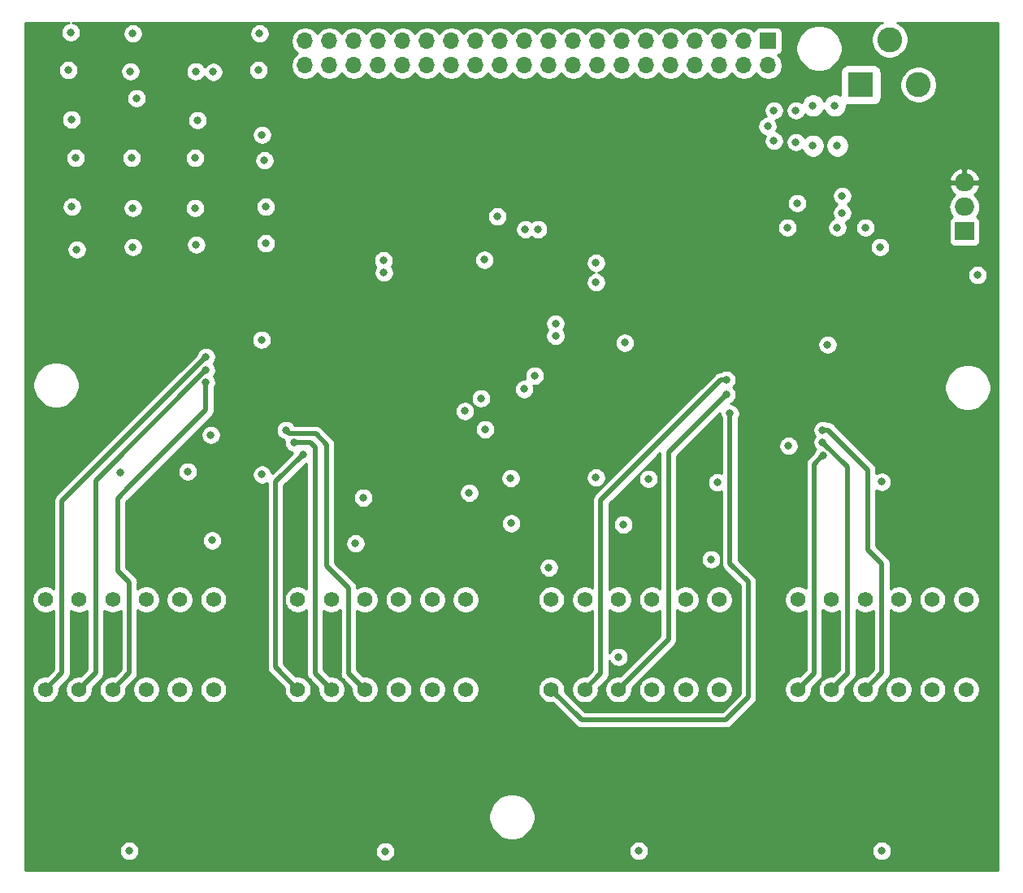
<source format=gbr>
G04 #@! TF.GenerationSoftware,KiCad,Pcbnew,5.1.5*
G04 #@! TF.CreationDate,2020-05-11T18:57:52-04:00*
G04 #@! TF.ProjectId,EVE-PCB-V4,4556452d-5043-4422-9d56-342e6b696361,rev?*
G04 #@! TF.SameCoordinates,Original*
G04 #@! TF.FileFunction,Copper,L2,Inr*
G04 #@! TF.FilePolarity,Positive*
%FSLAX46Y46*%
G04 Gerber Fmt 4.6, Leading zero omitted, Abs format (unit mm)*
G04 Created by KiCad (PCBNEW 5.1.5) date 2020-05-11 18:57:52*
%MOMM*%
%LPD*%
G04 APERTURE LIST*
%ADD10C,1.575000*%
%ADD11O,1.700000X1.700000*%
%ADD12R,1.700000X1.700000*%
%ADD13R,2.600000X2.600000*%
%ADD14C,2.600000*%
%ADD15R,2.000000X1.905000*%
%ADD16O,2.000000X1.905000*%
%ADD17C,0.800000*%
%ADD18C,0.500000*%
%ADD19C,0.250000*%
%ADD20C,0.254000*%
G04 APERTURE END LIST*
D10*
X108592346Y-95760000D03*
X108592346Y-105110000D03*
X105092346Y-95760000D03*
X105092346Y-105110000D03*
X101592346Y-95760000D03*
X101592346Y-105110000D03*
X98092346Y-95760000D03*
X98092346Y-105110000D03*
X94592346Y-95760000D03*
X94592346Y-105110000D03*
X91092346Y-95760000D03*
X91092346Y-105110000D03*
D11*
X118143346Y-40146769D03*
X118143346Y-37606769D03*
X120683346Y-40146769D03*
X120683346Y-37606769D03*
X123223346Y-40146769D03*
X123223346Y-37606769D03*
X125763346Y-40146769D03*
X125763346Y-37606769D03*
X128303346Y-40146769D03*
X128303346Y-37606769D03*
X130843346Y-40146769D03*
X130843346Y-37606769D03*
X133383346Y-40146769D03*
X133383346Y-37606769D03*
X135923346Y-40146769D03*
X135923346Y-37606769D03*
X138463346Y-40146769D03*
X138463346Y-37606769D03*
X141003346Y-40146769D03*
X141003346Y-37606769D03*
X143543346Y-40146769D03*
X143543346Y-37606769D03*
X146083346Y-40146769D03*
X146083346Y-37606769D03*
X148623346Y-40146769D03*
X148623346Y-37606769D03*
X151163346Y-40146769D03*
X151163346Y-37606769D03*
X153703346Y-40146769D03*
X153703346Y-37606769D03*
X156243346Y-40146769D03*
X156243346Y-37606769D03*
X158783346Y-40146769D03*
X158783346Y-37606769D03*
X161323346Y-40146769D03*
X161323346Y-37606769D03*
X163863346Y-40146769D03*
X163863346Y-37606769D03*
X166403346Y-40146769D03*
D12*
X166403346Y-37606769D03*
D10*
X187014846Y-95760000D03*
X187014846Y-105110000D03*
X183514846Y-95760000D03*
X183514846Y-105110000D03*
X180014846Y-95760000D03*
X180014846Y-105110000D03*
X176514846Y-95760000D03*
X176514846Y-105110000D03*
X173014846Y-95760000D03*
X173014846Y-105110000D03*
X169514846Y-95760000D03*
X169514846Y-105110000D03*
X161297346Y-95760000D03*
X161297346Y-105110000D03*
X157797346Y-95760000D03*
X157797346Y-105110000D03*
X154297346Y-95760000D03*
X154297346Y-105110000D03*
X150797346Y-95760000D03*
X150797346Y-105110000D03*
X147297346Y-95760000D03*
X147297346Y-105110000D03*
X143797346Y-95760000D03*
X143797346Y-105110000D03*
X134881346Y-95760000D03*
X134881346Y-105110000D03*
X131381346Y-95760000D03*
X131381346Y-105110000D03*
X127881346Y-95760000D03*
X127881346Y-105110000D03*
X124381346Y-95760000D03*
X124381346Y-105110000D03*
X120881346Y-95760000D03*
X120881346Y-105110000D03*
X117381346Y-95760000D03*
X117381346Y-105110000D03*
D13*
X176055346Y-42164000D03*
D14*
X182055346Y-42164000D03*
X179055346Y-37464000D03*
D15*
X186850346Y-57418769D03*
D16*
X186850346Y-54878769D03*
X186850346Y-52338769D03*
D17*
X167005000Y-48006000D03*
X169291000Y-48133000D03*
X169291000Y-44831000D03*
X167005000Y-44831000D03*
X188214000Y-61976000D03*
X93472000Y-40640000D03*
X99949000Y-40767000D03*
X113284000Y-40640000D03*
X100076000Y-49784000D03*
X106680000Y-49784000D03*
X94234000Y-49784000D03*
X106807000Y-58801000D03*
X113919000Y-50038000D03*
X94361000Y-59309000D03*
X100203000Y-59055000D03*
X114046000Y-58674000D03*
X166333000Y-46482000D03*
X172593000Y-69215000D03*
X105918000Y-82423000D03*
X113601500Y-68707000D03*
X99822000Y-121920000D03*
X126492000Y-121983500D03*
X152908000Y-121920000D03*
X178244500Y-121920000D03*
X168529000Y-79756000D03*
X106743500Y-40767000D03*
X139636500Y-87820500D03*
X139573000Y-83121500D03*
X148463000Y-83058000D03*
X151320500Y-87947500D03*
X138176000Y-55880000D03*
X151447500Y-69024500D03*
X108331000Y-78613000D03*
X136906000Y-78041500D03*
X108458000Y-89598500D03*
X136842500Y-60388500D03*
X160464500Y-91567000D03*
X188214000Y-66802000D03*
X175260000Y-61722000D03*
X162814000Y-58928000D03*
X149606000Y-56642000D03*
X121412000Y-56642000D03*
X125031500Y-87312500D03*
X135064500Y-59182000D03*
X147764500Y-57658000D03*
X100774500Y-85725000D03*
X116522500Y-85153500D03*
X178816000Y-85153500D03*
X137070500Y-72162000D03*
X146685000Y-68707000D03*
X163766500Y-84836000D03*
X93726000Y-36703000D03*
X172148500Y-80772000D03*
X100203000Y-36830000D03*
X172085000Y-79375000D03*
X113411000Y-36830000D03*
X172085000Y-78105000D03*
X106934000Y-45847000D03*
X162433000Y-76390500D03*
X162052000Y-72898000D03*
X108585000Y-40830500D03*
X100584000Y-43561000D03*
X162052000Y-74422000D03*
X113665000Y-47371000D03*
X117919500Y-80645000D03*
X114046000Y-54864000D03*
X117030500Y-79438500D03*
X93789500Y-45783500D03*
X116141500Y-78105000D03*
X107823000Y-70485000D03*
X100203000Y-54991000D03*
X107823000Y-71882000D03*
X106680000Y-54991000D03*
X107823000Y-73152000D03*
X93853000Y-54864000D03*
X173609000Y-57023000D03*
X169418000Y-54483000D03*
X178054000Y-59055000D03*
X174117000Y-53721000D03*
X174117000Y-55499000D03*
X124206000Y-85153500D03*
X123393200Y-89916000D03*
X135255000Y-84645500D03*
X168402000Y-57023000D03*
X148463000Y-60706000D03*
X144237000Y-67021000D03*
X126301500Y-60452000D03*
X142430500Y-57213500D03*
X176530000Y-57023000D03*
X148463000Y-62738000D03*
X144247351Y-68301351D03*
X126365000Y-61722000D03*
X141097000Y-57213500D03*
X171069000Y-48514000D03*
X173609000Y-48514000D03*
X173355000Y-44323000D03*
X171069000Y-44323000D03*
X153924000Y-83185000D03*
X150812500Y-101727000D03*
X143541500Y-92424500D03*
X178244500Y-83502500D03*
X142049500Y-72453500D03*
X161099500Y-83566000D03*
X140970000Y-73850500D03*
X113665000Y-82740500D03*
X134810500Y-76136500D03*
X98869500Y-82550000D03*
X136461500Y-74803000D03*
D18*
X172085000Y-80772000D02*
X171196000Y-81661000D01*
X171196000Y-103428846D02*
X169514846Y-105110000D01*
X171196000Y-81661000D02*
X171196000Y-103428846D01*
X174688500Y-103436346D02*
X173014846Y-105110000D01*
X172085000Y-79375000D02*
X174688500Y-81978500D01*
X174688500Y-81978500D02*
X174688500Y-103436346D01*
X172085000Y-78105000D02*
X172650685Y-78105000D01*
X178244500Y-103380346D02*
X176514846Y-105110000D01*
X176781093Y-90548093D02*
X178244500Y-92011500D01*
X176781093Y-82235407D02*
X176781093Y-90548093D01*
X172650685Y-78105000D02*
X176781093Y-82235407D01*
X178244500Y-92011500D02*
X178244500Y-103380346D01*
X164338000Y-93916500D02*
X164338000Y-105918000D01*
X164338000Y-105918000D02*
X161988500Y-108267500D01*
X146954846Y-108267500D02*
X143797346Y-105110000D01*
X161988500Y-108267500D02*
X146954846Y-108267500D01*
X162433000Y-92011500D02*
X164338000Y-93916500D01*
X162433000Y-76390500D02*
X162433000Y-92011500D01*
X161486315Y-72898000D02*
X148971000Y-85413315D01*
X162052000Y-72898000D02*
X161486315Y-72898000D01*
X148971000Y-103436346D02*
X147297346Y-105110000D01*
X148971000Y-85413315D02*
X148971000Y-103436346D01*
X162052000Y-74422000D02*
X156019500Y-80454500D01*
X156019500Y-99887846D02*
X150797346Y-105110000D01*
X156019500Y-80454500D02*
X156019500Y-99887846D01*
X117919500Y-80645000D02*
X115062000Y-83502500D01*
X115062000Y-102790654D02*
X117381346Y-105110000D01*
X115062000Y-83502500D02*
X115062000Y-102790654D01*
X119189500Y-103418154D02*
X120881346Y-105110000D01*
X119189500Y-79946500D02*
X119189500Y-103418154D01*
X117030500Y-79438500D02*
X118681500Y-79438500D01*
X118681500Y-79438500D02*
X119189500Y-79946500D01*
X116541499Y-78504999D02*
X119271999Y-78504999D01*
X116141500Y-78105000D02*
X116541499Y-78504999D01*
X119271999Y-78504999D02*
X120396000Y-79629000D01*
X120396000Y-79629000D02*
X120396000Y-92265500D01*
X120396000Y-92265500D02*
X122682000Y-94551500D01*
X122682000Y-103410654D02*
X124381346Y-105110000D01*
X122682000Y-94551500D02*
X122682000Y-103410654D01*
X107823000Y-70485000D02*
X92837000Y-85471000D01*
X92837000Y-103365346D02*
X91092346Y-105110000D01*
X92837000Y-85471000D02*
X92837000Y-103365346D01*
X107823000Y-71882000D02*
X96329500Y-83375500D01*
X96329500Y-103372846D02*
X94592346Y-105110000D01*
X96329500Y-83375500D02*
X96329500Y-103372846D01*
X107823000Y-73152000D02*
X107823000Y-76009500D01*
X107823000Y-76009500D02*
X99822000Y-84010500D01*
X99822000Y-103380346D02*
X98092346Y-105110000D01*
D19*
X99822000Y-94170500D02*
X99822000Y-93980000D01*
D18*
X99822000Y-94170500D02*
X99822000Y-103380346D01*
X99822000Y-93980000D02*
X98615500Y-92773500D01*
X98615500Y-85217000D02*
X99822000Y-84010500D01*
X98615500Y-92773500D02*
X98615500Y-85217000D01*
D20*
G36*
X93424102Y-35707774D02*
G01*
X93235744Y-35785795D01*
X93066226Y-35899063D01*
X92922063Y-36043226D01*
X92808795Y-36212744D01*
X92730774Y-36401102D01*
X92691000Y-36601061D01*
X92691000Y-36804939D01*
X92730774Y-37004898D01*
X92808795Y-37193256D01*
X92922063Y-37362774D01*
X93066226Y-37506937D01*
X93235744Y-37620205D01*
X93424102Y-37698226D01*
X93624061Y-37738000D01*
X93827939Y-37738000D01*
X94027898Y-37698226D01*
X94216256Y-37620205D01*
X94385774Y-37506937D01*
X94529937Y-37362774D01*
X94643205Y-37193256D01*
X94721226Y-37004898D01*
X94761000Y-36804939D01*
X94761000Y-36728061D01*
X99168000Y-36728061D01*
X99168000Y-36931939D01*
X99207774Y-37131898D01*
X99285795Y-37320256D01*
X99399063Y-37489774D01*
X99543226Y-37633937D01*
X99712744Y-37747205D01*
X99901102Y-37825226D01*
X100101061Y-37865000D01*
X100304939Y-37865000D01*
X100504898Y-37825226D01*
X100693256Y-37747205D01*
X100862774Y-37633937D01*
X101006937Y-37489774D01*
X101120205Y-37320256D01*
X101198226Y-37131898D01*
X101238000Y-36931939D01*
X101238000Y-36728061D01*
X112376000Y-36728061D01*
X112376000Y-36931939D01*
X112415774Y-37131898D01*
X112493795Y-37320256D01*
X112607063Y-37489774D01*
X112751226Y-37633937D01*
X112920744Y-37747205D01*
X113109102Y-37825226D01*
X113309061Y-37865000D01*
X113512939Y-37865000D01*
X113712898Y-37825226D01*
X113901256Y-37747205D01*
X114070774Y-37633937D01*
X114214937Y-37489774D01*
X114234491Y-37460509D01*
X116658346Y-37460509D01*
X116658346Y-37753029D01*
X116715414Y-38039927D01*
X116827356Y-38310180D01*
X116989871Y-38553401D01*
X117196714Y-38760244D01*
X117371106Y-38876769D01*
X117196714Y-38993294D01*
X116989871Y-39200137D01*
X116827356Y-39443358D01*
X116715414Y-39713611D01*
X116658346Y-40000509D01*
X116658346Y-40293029D01*
X116715414Y-40579927D01*
X116827356Y-40850180D01*
X116989871Y-41093401D01*
X117196714Y-41300244D01*
X117439935Y-41462759D01*
X117710188Y-41574701D01*
X117997086Y-41631769D01*
X118289606Y-41631769D01*
X118576504Y-41574701D01*
X118846757Y-41462759D01*
X119089978Y-41300244D01*
X119296821Y-41093401D01*
X119413346Y-40919009D01*
X119529871Y-41093401D01*
X119736714Y-41300244D01*
X119979935Y-41462759D01*
X120250188Y-41574701D01*
X120537086Y-41631769D01*
X120829606Y-41631769D01*
X121116504Y-41574701D01*
X121386757Y-41462759D01*
X121629978Y-41300244D01*
X121836821Y-41093401D01*
X121953346Y-40919009D01*
X122069871Y-41093401D01*
X122276714Y-41300244D01*
X122519935Y-41462759D01*
X122790188Y-41574701D01*
X123077086Y-41631769D01*
X123369606Y-41631769D01*
X123656504Y-41574701D01*
X123926757Y-41462759D01*
X124169978Y-41300244D01*
X124376821Y-41093401D01*
X124493346Y-40919009D01*
X124609871Y-41093401D01*
X124816714Y-41300244D01*
X125059935Y-41462759D01*
X125330188Y-41574701D01*
X125617086Y-41631769D01*
X125909606Y-41631769D01*
X126196504Y-41574701D01*
X126466757Y-41462759D01*
X126709978Y-41300244D01*
X126916821Y-41093401D01*
X127033346Y-40919009D01*
X127149871Y-41093401D01*
X127356714Y-41300244D01*
X127599935Y-41462759D01*
X127870188Y-41574701D01*
X128157086Y-41631769D01*
X128449606Y-41631769D01*
X128736504Y-41574701D01*
X129006757Y-41462759D01*
X129249978Y-41300244D01*
X129456821Y-41093401D01*
X129573346Y-40919009D01*
X129689871Y-41093401D01*
X129896714Y-41300244D01*
X130139935Y-41462759D01*
X130410188Y-41574701D01*
X130697086Y-41631769D01*
X130989606Y-41631769D01*
X131276504Y-41574701D01*
X131546757Y-41462759D01*
X131789978Y-41300244D01*
X131996821Y-41093401D01*
X132113346Y-40919009D01*
X132229871Y-41093401D01*
X132436714Y-41300244D01*
X132679935Y-41462759D01*
X132950188Y-41574701D01*
X133237086Y-41631769D01*
X133529606Y-41631769D01*
X133816504Y-41574701D01*
X134086757Y-41462759D01*
X134329978Y-41300244D01*
X134536821Y-41093401D01*
X134653346Y-40919009D01*
X134769871Y-41093401D01*
X134976714Y-41300244D01*
X135219935Y-41462759D01*
X135490188Y-41574701D01*
X135777086Y-41631769D01*
X136069606Y-41631769D01*
X136356504Y-41574701D01*
X136626757Y-41462759D01*
X136869978Y-41300244D01*
X137076821Y-41093401D01*
X137193346Y-40919009D01*
X137309871Y-41093401D01*
X137516714Y-41300244D01*
X137759935Y-41462759D01*
X138030188Y-41574701D01*
X138317086Y-41631769D01*
X138609606Y-41631769D01*
X138896504Y-41574701D01*
X139166757Y-41462759D01*
X139409978Y-41300244D01*
X139616821Y-41093401D01*
X139733346Y-40919009D01*
X139849871Y-41093401D01*
X140056714Y-41300244D01*
X140299935Y-41462759D01*
X140570188Y-41574701D01*
X140857086Y-41631769D01*
X141149606Y-41631769D01*
X141436504Y-41574701D01*
X141706757Y-41462759D01*
X141949978Y-41300244D01*
X142156821Y-41093401D01*
X142273346Y-40919009D01*
X142389871Y-41093401D01*
X142596714Y-41300244D01*
X142839935Y-41462759D01*
X143110188Y-41574701D01*
X143397086Y-41631769D01*
X143689606Y-41631769D01*
X143976504Y-41574701D01*
X144246757Y-41462759D01*
X144489978Y-41300244D01*
X144696821Y-41093401D01*
X144813346Y-40919009D01*
X144929871Y-41093401D01*
X145136714Y-41300244D01*
X145379935Y-41462759D01*
X145650188Y-41574701D01*
X145937086Y-41631769D01*
X146229606Y-41631769D01*
X146516504Y-41574701D01*
X146786757Y-41462759D01*
X147029978Y-41300244D01*
X147236821Y-41093401D01*
X147353346Y-40919009D01*
X147469871Y-41093401D01*
X147676714Y-41300244D01*
X147919935Y-41462759D01*
X148190188Y-41574701D01*
X148477086Y-41631769D01*
X148769606Y-41631769D01*
X149056504Y-41574701D01*
X149326757Y-41462759D01*
X149569978Y-41300244D01*
X149776821Y-41093401D01*
X149893346Y-40919009D01*
X150009871Y-41093401D01*
X150216714Y-41300244D01*
X150459935Y-41462759D01*
X150730188Y-41574701D01*
X151017086Y-41631769D01*
X151309606Y-41631769D01*
X151596504Y-41574701D01*
X151866757Y-41462759D01*
X152109978Y-41300244D01*
X152316821Y-41093401D01*
X152433346Y-40919009D01*
X152549871Y-41093401D01*
X152756714Y-41300244D01*
X152999935Y-41462759D01*
X153270188Y-41574701D01*
X153557086Y-41631769D01*
X153849606Y-41631769D01*
X154136504Y-41574701D01*
X154406757Y-41462759D01*
X154649978Y-41300244D01*
X154856821Y-41093401D01*
X154973346Y-40919009D01*
X155089871Y-41093401D01*
X155296714Y-41300244D01*
X155539935Y-41462759D01*
X155810188Y-41574701D01*
X156097086Y-41631769D01*
X156389606Y-41631769D01*
X156676504Y-41574701D01*
X156946757Y-41462759D01*
X157189978Y-41300244D01*
X157396821Y-41093401D01*
X157513346Y-40919009D01*
X157629871Y-41093401D01*
X157836714Y-41300244D01*
X158079935Y-41462759D01*
X158350188Y-41574701D01*
X158637086Y-41631769D01*
X158929606Y-41631769D01*
X159216504Y-41574701D01*
X159486757Y-41462759D01*
X159729978Y-41300244D01*
X159936821Y-41093401D01*
X160053346Y-40919009D01*
X160169871Y-41093401D01*
X160376714Y-41300244D01*
X160619935Y-41462759D01*
X160890188Y-41574701D01*
X161177086Y-41631769D01*
X161469606Y-41631769D01*
X161756504Y-41574701D01*
X162026757Y-41462759D01*
X162269978Y-41300244D01*
X162476821Y-41093401D01*
X162593346Y-40919009D01*
X162709871Y-41093401D01*
X162916714Y-41300244D01*
X163159935Y-41462759D01*
X163430188Y-41574701D01*
X163717086Y-41631769D01*
X164009606Y-41631769D01*
X164296504Y-41574701D01*
X164566757Y-41462759D01*
X164809978Y-41300244D01*
X165016821Y-41093401D01*
X165133346Y-40919009D01*
X165249871Y-41093401D01*
X165456714Y-41300244D01*
X165699935Y-41462759D01*
X165970188Y-41574701D01*
X166257086Y-41631769D01*
X166549606Y-41631769D01*
X166836504Y-41574701D01*
X167106757Y-41462759D01*
X167349978Y-41300244D01*
X167556821Y-41093401D01*
X167719336Y-40850180D01*
X167831278Y-40579927D01*
X167888346Y-40293029D01*
X167888346Y-40000509D01*
X167831278Y-39713611D01*
X167719336Y-39443358D01*
X167556821Y-39200137D01*
X167424966Y-39068282D01*
X167497526Y-39046271D01*
X167607840Y-38987306D01*
X167704531Y-38907954D01*
X167783883Y-38811263D01*
X167842848Y-38700949D01*
X167879158Y-38581251D01*
X167891418Y-38456769D01*
X167891418Y-38115818D01*
X169285701Y-38115818D01*
X169285701Y-38592182D01*
X169378635Y-39059392D01*
X169560931Y-39499494D01*
X169825585Y-39895576D01*
X170162424Y-40232415D01*
X170558506Y-40497069D01*
X170998608Y-40679365D01*
X171465818Y-40772299D01*
X171942182Y-40772299D01*
X172409392Y-40679365D01*
X172849494Y-40497069D01*
X173245576Y-40232415D01*
X173582415Y-39895576D01*
X173847069Y-39499494D01*
X174029365Y-39059392D01*
X174122299Y-38592182D01*
X174122299Y-38115818D01*
X174029365Y-37648608D01*
X173847069Y-37208506D01*
X173582415Y-36812424D01*
X173245576Y-36475585D01*
X172849494Y-36210931D01*
X172409392Y-36028635D01*
X171942182Y-35935701D01*
X171465818Y-35935701D01*
X170998608Y-36028635D01*
X170558506Y-36210931D01*
X170162424Y-36475585D01*
X169825585Y-36812424D01*
X169560931Y-37208506D01*
X169378635Y-37648608D01*
X169285701Y-38115818D01*
X167891418Y-38115818D01*
X167891418Y-36756769D01*
X167879158Y-36632287D01*
X167842848Y-36512589D01*
X167783883Y-36402275D01*
X167704531Y-36305584D01*
X167607840Y-36226232D01*
X167497526Y-36167267D01*
X167377828Y-36130957D01*
X167253346Y-36118697D01*
X165553346Y-36118697D01*
X165428864Y-36130957D01*
X165309166Y-36167267D01*
X165198852Y-36226232D01*
X165102161Y-36305584D01*
X165022809Y-36402275D01*
X164963844Y-36512589D01*
X164941833Y-36585149D01*
X164809978Y-36453294D01*
X164566757Y-36290779D01*
X164296504Y-36178837D01*
X164009606Y-36121769D01*
X163717086Y-36121769D01*
X163430188Y-36178837D01*
X163159935Y-36290779D01*
X162916714Y-36453294D01*
X162709871Y-36660137D01*
X162593346Y-36834529D01*
X162476821Y-36660137D01*
X162269978Y-36453294D01*
X162026757Y-36290779D01*
X161756504Y-36178837D01*
X161469606Y-36121769D01*
X161177086Y-36121769D01*
X160890188Y-36178837D01*
X160619935Y-36290779D01*
X160376714Y-36453294D01*
X160169871Y-36660137D01*
X160053346Y-36834529D01*
X159936821Y-36660137D01*
X159729978Y-36453294D01*
X159486757Y-36290779D01*
X159216504Y-36178837D01*
X158929606Y-36121769D01*
X158637086Y-36121769D01*
X158350188Y-36178837D01*
X158079935Y-36290779D01*
X157836714Y-36453294D01*
X157629871Y-36660137D01*
X157513346Y-36834529D01*
X157396821Y-36660137D01*
X157189978Y-36453294D01*
X156946757Y-36290779D01*
X156676504Y-36178837D01*
X156389606Y-36121769D01*
X156097086Y-36121769D01*
X155810188Y-36178837D01*
X155539935Y-36290779D01*
X155296714Y-36453294D01*
X155089871Y-36660137D01*
X154973346Y-36834529D01*
X154856821Y-36660137D01*
X154649978Y-36453294D01*
X154406757Y-36290779D01*
X154136504Y-36178837D01*
X153849606Y-36121769D01*
X153557086Y-36121769D01*
X153270188Y-36178837D01*
X152999935Y-36290779D01*
X152756714Y-36453294D01*
X152549871Y-36660137D01*
X152433346Y-36834529D01*
X152316821Y-36660137D01*
X152109978Y-36453294D01*
X151866757Y-36290779D01*
X151596504Y-36178837D01*
X151309606Y-36121769D01*
X151017086Y-36121769D01*
X150730188Y-36178837D01*
X150459935Y-36290779D01*
X150216714Y-36453294D01*
X150009871Y-36660137D01*
X149893346Y-36834529D01*
X149776821Y-36660137D01*
X149569978Y-36453294D01*
X149326757Y-36290779D01*
X149056504Y-36178837D01*
X148769606Y-36121769D01*
X148477086Y-36121769D01*
X148190188Y-36178837D01*
X147919935Y-36290779D01*
X147676714Y-36453294D01*
X147469871Y-36660137D01*
X147353346Y-36834529D01*
X147236821Y-36660137D01*
X147029978Y-36453294D01*
X146786757Y-36290779D01*
X146516504Y-36178837D01*
X146229606Y-36121769D01*
X145937086Y-36121769D01*
X145650188Y-36178837D01*
X145379935Y-36290779D01*
X145136714Y-36453294D01*
X144929871Y-36660137D01*
X144813346Y-36834529D01*
X144696821Y-36660137D01*
X144489978Y-36453294D01*
X144246757Y-36290779D01*
X143976504Y-36178837D01*
X143689606Y-36121769D01*
X143397086Y-36121769D01*
X143110188Y-36178837D01*
X142839935Y-36290779D01*
X142596714Y-36453294D01*
X142389871Y-36660137D01*
X142273346Y-36834529D01*
X142156821Y-36660137D01*
X141949978Y-36453294D01*
X141706757Y-36290779D01*
X141436504Y-36178837D01*
X141149606Y-36121769D01*
X140857086Y-36121769D01*
X140570188Y-36178837D01*
X140299935Y-36290779D01*
X140056714Y-36453294D01*
X139849871Y-36660137D01*
X139733346Y-36834529D01*
X139616821Y-36660137D01*
X139409978Y-36453294D01*
X139166757Y-36290779D01*
X138896504Y-36178837D01*
X138609606Y-36121769D01*
X138317086Y-36121769D01*
X138030188Y-36178837D01*
X137759935Y-36290779D01*
X137516714Y-36453294D01*
X137309871Y-36660137D01*
X137193346Y-36834529D01*
X137076821Y-36660137D01*
X136869978Y-36453294D01*
X136626757Y-36290779D01*
X136356504Y-36178837D01*
X136069606Y-36121769D01*
X135777086Y-36121769D01*
X135490188Y-36178837D01*
X135219935Y-36290779D01*
X134976714Y-36453294D01*
X134769871Y-36660137D01*
X134653346Y-36834529D01*
X134536821Y-36660137D01*
X134329978Y-36453294D01*
X134086757Y-36290779D01*
X133816504Y-36178837D01*
X133529606Y-36121769D01*
X133237086Y-36121769D01*
X132950188Y-36178837D01*
X132679935Y-36290779D01*
X132436714Y-36453294D01*
X132229871Y-36660137D01*
X132113346Y-36834529D01*
X131996821Y-36660137D01*
X131789978Y-36453294D01*
X131546757Y-36290779D01*
X131276504Y-36178837D01*
X130989606Y-36121769D01*
X130697086Y-36121769D01*
X130410188Y-36178837D01*
X130139935Y-36290779D01*
X129896714Y-36453294D01*
X129689871Y-36660137D01*
X129573346Y-36834529D01*
X129456821Y-36660137D01*
X129249978Y-36453294D01*
X129006757Y-36290779D01*
X128736504Y-36178837D01*
X128449606Y-36121769D01*
X128157086Y-36121769D01*
X127870188Y-36178837D01*
X127599935Y-36290779D01*
X127356714Y-36453294D01*
X127149871Y-36660137D01*
X127033346Y-36834529D01*
X126916821Y-36660137D01*
X126709978Y-36453294D01*
X126466757Y-36290779D01*
X126196504Y-36178837D01*
X125909606Y-36121769D01*
X125617086Y-36121769D01*
X125330188Y-36178837D01*
X125059935Y-36290779D01*
X124816714Y-36453294D01*
X124609871Y-36660137D01*
X124493346Y-36834529D01*
X124376821Y-36660137D01*
X124169978Y-36453294D01*
X123926757Y-36290779D01*
X123656504Y-36178837D01*
X123369606Y-36121769D01*
X123077086Y-36121769D01*
X122790188Y-36178837D01*
X122519935Y-36290779D01*
X122276714Y-36453294D01*
X122069871Y-36660137D01*
X121953346Y-36834529D01*
X121836821Y-36660137D01*
X121629978Y-36453294D01*
X121386757Y-36290779D01*
X121116504Y-36178837D01*
X120829606Y-36121769D01*
X120537086Y-36121769D01*
X120250188Y-36178837D01*
X119979935Y-36290779D01*
X119736714Y-36453294D01*
X119529871Y-36660137D01*
X119413346Y-36834529D01*
X119296821Y-36660137D01*
X119089978Y-36453294D01*
X118846757Y-36290779D01*
X118576504Y-36178837D01*
X118289606Y-36121769D01*
X117997086Y-36121769D01*
X117710188Y-36178837D01*
X117439935Y-36290779D01*
X117196714Y-36453294D01*
X116989871Y-36660137D01*
X116827356Y-36903358D01*
X116715414Y-37173611D01*
X116658346Y-37460509D01*
X114234491Y-37460509D01*
X114328205Y-37320256D01*
X114406226Y-37131898D01*
X114446000Y-36931939D01*
X114446000Y-36728061D01*
X114406226Y-36528102D01*
X114328205Y-36339744D01*
X114214937Y-36170226D01*
X114070774Y-36026063D01*
X113901256Y-35912795D01*
X113712898Y-35834774D01*
X113512939Y-35795000D01*
X113309061Y-35795000D01*
X113109102Y-35834774D01*
X112920744Y-35912795D01*
X112751226Y-36026063D01*
X112607063Y-36170226D01*
X112493795Y-36339744D01*
X112415774Y-36528102D01*
X112376000Y-36728061D01*
X101238000Y-36728061D01*
X101198226Y-36528102D01*
X101120205Y-36339744D01*
X101006937Y-36170226D01*
X100862774Y-36026063D01*
X100693256Y-35912795D01*
X100504898Y-35834774D01*
X100304939Y-35795000D01*
X100101061Y-35795000D01*
X99901102Y-35834774D01*
X99712744Y-35912795D01*
X99543226Y-36026063D01*
X99399063Y-36170226D01*
X99285795Y-36339744D01*
X99207774Y-36528102D01*
X99168000Y-36728061D01*
X94761000Y-36728061D01*
X94761000Y-36601061D01*
X94721226Y-36401102D01*
X94643205Y-36212744D01*
X94529937Y-36043226D01*
X94385774Y-35899063D01*
X94216256Y-35785795D01*
X94027898Y-35707774D01*
X93923459Y-35687000D01*
X178289005Y-35687000D01*
X178138780Y-35749225D01*
X177821855Y-35960987D01*
X177552333Y-36230509D01*
X177340571Y-36547434D01*
X177194707Y-36899581D01*
X177120346Y-37273419D01*
X177120346Y-37654581D01*
X177194707Y-38028419D01*
X177340571Y-38380566D01*
X177552333Y-38697491D01*
X177821855Y-38967013D01*
X178138780Y-39178775D01*
X178490927Y-39324639D01*
X178864765Y-39399000D01*
X179245927Y-39399000D01*
X179619765Y-39324639D01*
X179971912Y-39178775D01*
X180288837Y-38967013D01*
X180558359Y-38697491D01*
X180770121Y-38380566D01*
X180915985Y-38028419D01*
X180990346Y-37654581D01*
X180990346Y-37273419D01*
X180915985Y-36899581D01*
X180770121Y-36547434D01*
X180558359Y-36230509D01*
X180288837Y-35960987D01*
X179971912Y-35749225D01*
X179821687Y-35687000D01*
X190343347Y-35687000D01*
X190343346Y-123962269D01*
X89027000Y-123962269D01*
X89027000Y-121818061D01*
X98787000Y-121818061D01*
X98787000Y-122021939D01*
X98826774Y-122221898D01*
X98904795Y-122410256D01*
X99018063Y-122579774D01*
X99162226Y-122723937D01*
X99331744Y-122837205D01*
X99520102Y-122915226D01*
X99720061Y-122955000D01*
X99923939Y-122955000D01*
X100123898Y-122915226D01*
X100312256Y-122837205D01*
X100481774Y-122723937D01*
X100625937Y-122579774D01*
X100739205Y-122410256D01*
X100817226Y-122221898D01*
X100857000Y-122021939D01*
X100857000Y-121881561D01*
X125457000Y-121881561D01*
X125457000Y-122085439D01*
X125496774Y-122285398D01*
X125574795Y-122473756D01*
X125688063Y-122643274D01*
X125832226Y-122787437D01*
X126001744Y-122900705D01*
X126190102Y-122978726D01*
X126390061Y-123018500D01*
X126593939Y-123018500D01*
X126793898Y-122978726D01*
X126982256Y-122900705D01*
X127151774Y-122787437D01*
X127295937Y-122643274D01*
X127409205Y-122473756D01*
X127487226Y-122285398D01*
X127527000Y-122085439D01*
X127527000Y-121881561D01*
X127514370Y-121818061D01*
X151873000Y-121818061D01*
X151873000Y-122021939D01*
X151912774Y-122221898D01*
X151990795Y-122410256D01*
X152104063Y-122579774D01*
X152248226Y-122723937D01*
X152417744Y-122837205D01*
X152606102Y-122915226D01*
X152806061Y-122955000D01*
X153009939Y-122955000D01*
X153209898Y-122915226D01*
X153398256Y-122837205D01*
X153567774Y-122723937D01*
X153711937Y-122579774D01*
X153825205Y-122410256D01*
X153903226Y-122221898D01*
X153943000Y-122021939D01*
X153943000Y-121818061D01*
X177209500Y-121818061D01*
X177209500Y-122021939D01*
X177249274Y-122221898D01*
X177327295Y-122410256D01*
X177440563Y-122579774D01*
X177584726Y-122723937D01*
X177754244Y-122837205D01*
X177942602Y-122915226D01*
X178142561Y-122955000D01*
X178346439Y-122955000D01*
X178546398Y-122915226D01*
X178734756Y-122837205D01*
X178904274Y-122723937D01*
X179048437Y-122579774D01*
X179161705Y-122410256D01*
X179239726Y-122221898D01*
X179279500Y-122021939D01*
X179279500Y-121818061D01*
X179239726Y-121618102D01*
X179161705Y-121429744D01*
X179048437Y-121260226D01*
X178904274Y-121116063D01*
X178734756Y-121002795D01*
X178546398Y-120924774D01*
X178346439Y-120885000D01*
X178142561Y-120885000D01*
X177942602Y-120924774D01*
X177754244Y-121002795D01*
X177584726Y-121116063D01*
X177440563Y-121260226D01*
X177327295Y-121429744D01*
X177249274Y-121618102D01*
X177209500Y-121818061D01*
X153943000Y-121818061D01*
X153903226Y-121618102D01*
X153825205Y-121429744D01*
X153711937Y-121260226D01*
X153567774Y-121116063D01*
X153398256Y-121002795D01*
X153209898Y-120924774D01*
X153009939Y-120885000D01*
X152806061Y-120885000D01*
X152606102Y-120924774D01*
X152417744Y-121002795D01*
X152248226Y-121116063D01*
X152104063Y-121260226D01*
X151990795Y-121429744D01*
X151912774Y-121618102D01*
X151873000Y-121818061D01*
X127514370Y-121818061D01*
X127487226Y-121681602D01*
X127409205Y-121493244D01*
X127295937Y-121323726D01*
X127151774Y-121179563D01*
X126982256Y-121066295D01*
X126793898Y-120988274D01*
X126593939Y-120948500D01*
X126390061Y-120948500D01*
X126190102Y-120988274D01*
X126001744Y-121066295D01*
X125832226Y-121179563D01*
X125688063Y-121323726D01*
X125574795Y-121493244D01*
X125496774Y-121681602D01*
X125457000Y-121881561D01*
X100857000Y-121881561D01*
X100857000Y-121818061D01*
X100817226Y-121618102D01*
X100739205Y-121429744D01*
X100625937Y-121260226D01*
X100481774Y-121116063D01*
X100312256Y-121002795D01*
X100123898Y-120924774D01*
X99923939Y-120885000D01*
X99720061Y-120885000D01*
X99520102Y-120924774D01*
X99331744Y-121002795D01*
X99162226Y-121116063D01*
X99018063Y-121260226D01*
X98904795Y-121429744D01*
X98826774Y-121618102D01*
X98787000Y-121818061D01*
X89027000Y-121818061D01*
X89027000Y-118125818D01*
X137281701Y-118125818D01*
X137281701Y-118602182D01*
X137374635Y-119069392D01*
X137556931Y-119509494D01*
X137821585Y-119905576D01*
X138158424Y-120242415D01*
X138554506Y-120507069D01*
X138994608Y-120689365D01*
X139461818Y-120782299D01*
X139938182Y-120782299D01*
X140405392Y-120689365D01*
X140845494Y-120507069D01*
X141241576Y-120242415D01*
X141578415Y-119905576D01*
X141843069Y-119509494D01*
X142025365Y-119069392D01*
X142118299Y-118602182D01*
X142118299Y-118125818D01*
X142025365Y-117658608D01*
X141843069Y-117218506D01*
X141578415Y-116822424D01*
X141241576Y-116485585D01*
X140845494Y-116220931D01*
X140405392Y-116038635D01*
X139938182Y-115945701D01*
X139461818Y-115945701D01*
X138994608Y-116038635D01*
X138554506Y-116220931D01*
X138158424Y-116485585D01*
X137821585Y-116822424D01*
X137556931Y-117218506D01*
X137374635Y-117658608D01*
X137281701Y-118125818D01*
X89027000Y-118125818D01*
X89027000Y-95619896D01*
X89669846Y-95619896D01*
X89669846Y-95900104D01*
X89724512Y-96174928D01*
X89831743Y-96433806D01*
X89987418Y-96666791D01*
X90185555Y-96864928D01*
X90418540Y-97020603D01*
X90677418Y-97127834D01*
X90952242Y-97182500D01*
X91232450Y-97182500D01*
X91507274Y-97127834D01*
X91766152Y-97020603D01*
X91952001Y-96896423D01*
X91952001Y-102998766D01*
X91258155Y-103692613D01*
X91232450Y-103687500D01*
X90952242Y-103687500D01*
X90677418Y-103742166D01*
X90418540Y-103849397D01*
X90185555Y-104005072D01*
X89987418Y-104203209D01*
X89831743Y-104436194D01*
X89724512Y-104695072D01*
X89669846Y-104969896D01*
X89669846Y-105250104D01*
X89724512Y-105524928D01*
X89831743Y-105783806D01*
X89987418Y-106016791D01*
X90185555Y-106214928D01*
X90418540Y-106370603D01*
X90677418Y-106477834D01*
X90952242Y-106532500D01*
X91232450Y-106532500D01*
X91507274Y-106477834D01*
X91766152Y-106370603D01*
X91999137Y-106214928D01*
X92197274Y-106016791D01*
X92352949Y-105783806D01*
X92460180Y-105524928D01*
X92514846Y-105250104D01*
X92514846Y-104969896D01*
X92509733Y-104944191D01*
X93432049Y-104021876D01*
X93465817Y-103994163D01*
X93518142Y-103930406D01*
X93576410Y-103859406D01*
X93581760Y-103849397D01*
X93658589Y-103705659D01*
X93709195Y-103538836D01*
X93722000Y-103408823D01*
X93722000Y-103408813D01*
X93726281Y-103365347D01*
X93722000Y-103321881D01*
X93722000Y-96889280D01*
X93918540Y-97020603D01*
X94177418Y-97127834D01*
X94452242Y-97182500D01*
X94732450Y-97182500D01*
X95007274Y-97127834D01*
X95266152Y-97020603D01*
X95444501Y-96901435D01*
X95444501Y-103006266D01*
X94758155Y-103692613D01*
X94732450Y-103687500D01*
X94452242Y-103687500D01*
X94177418Y-103742166D01*
X93918540Y-103849397D01*
X93685555Y-104005072D01*
X93487418Y-104203209D01*
X93331743Y-104436194D01*
X93224512Y-104695072D01*
X93169846Y-104969896D01*
X93169846Y-105250104D01*
X93224512Y-105524928D01*
X93331743Y-105783806D01*
X93487418Y-106016791D01*
X93685555Y-106214928D01*
X93918540Y-106370603D01*
X94177418Y-106477834D01*
X94452242Y-106532500D01*
X94732450Y-106532500D01*
X95007274Y-106477834D01*
X95266152Y-106370603D01*
X95499137Y-106214928D01*
X95697274Y-106016791D01*
X95852949Y-105783806D01*
X95960180Y-105524928D01*
X96014846Y-105250104D01*
X96014846Y-104969896D01*
X96009733Y-104944191D01*
X96924549Y-104029376D01*
X96958317Y-104001663D01*
X97016798Y-103930405D01*
X97068911Y-103866905D01*
X97121156Y-103769160D01*
X97151089Y-103713159D01*
X97201695Y-103546336D01*
X97214500Y-103416323D01*
X97214500Y-103416315D01*
X97218781Y-103372846D01*
X97214500Y-103329377D01*
X97214500Y-96884268D01*
X97418540Y-97020603D01*
X97677418Y-97127834D01*
X97952242Y-97182500D01*
X98232450Y-97182500D01*
X98507274Y-97127834D01*
X98766152Y-97020603D01*
X98937000Y-96906446D01*
X98937001Y-103013766D01*
X98258155Y-103692613D01*
X98232450Y-103687500D01*
X97952242Y-103687500D01*
X97677418Y-103742166D01*
X97418540Y-103849397D01*
X97185555Y-104005072D01*
X96987418Y-104203209D01*
X96831743Y-104436194D01*
X96724512Y-104695072D01*
X96669846Y-104969896D01*
X96669846Y-105250104D01*
X96724512Y-105524928D01*
X96831743Y-105783806D01*
X96987418Y-106016791D01*
X97185555Y-106214928D01*
X97418540Y-106370603D01*
X97677418Y-106477834D01*
X97952242Y-106532500D01*
X98232450Y-106532500D01*
X98507274Y-106477834D01*
X98766152Y-106370603D01*
X98999137Y-106214928D01*
X99197274Y-106016791D01*
X99352949Y-105783806D01*
X99460180Y-105524928D01*
X99514846Y-105250104D01*
X99514846Y-104969896D01*
X100169846Y-104969896D01*
X100169846Y-105250104D01*
X100224512Y-105524928D01*
X100331743Y-105783806D01*
X100487418Y-106016791D01*
X100685555Y-106214928D01*
X100918540Y-106370603D01*
X101177418Y-106477834D01*
X101452242Y-106532500D01*
X101732450Y-106532500D01*
X102007274Y-106477834D01*
X102266152Y-106370603D01*
X102499137Y-106214928D01*
X102697274Y-106016791D01*
X102852949Y-105783806D01*
X102960180Y-105524928D01*
X103014846Y-105250104D01*
X103014846Y-104969896D01*
X103669846Y-104969896D01*
X103669846Y-105250104D01*
X103724512Y-105524928D01*
X103831743Y-105783806D01*
X103987418Y-106016791D01*
X104185555Y-106214928D01*
X104418540Y-106370603D01*
X104677418Y-106477834D01*
X104952242Y-106532500D01*
X105232450Y-106532500D01*
X105507274Y-106477834D01*
X105766152Y-106370603D01*
X105999137Y-106214928D01*
X106197274Y-106016791D01*
X106352949Y-105783806D01*
X106460180Y-105524928D01*
X106514846Y-105250104D01*
X106514846Y-104969896D01*
X107169846Y-104969896D01*
X107169846Y-105250104D01*
X107224512Y-105524928D01*
X107331743Y-105783806D01*
X107487418Y-106016791D01*
X107685555Y-106214928D01*
X107918540Y-106370603D01*
X108177418Y-106477834D01*
X108452242Y-106532500D01*
X108732450Y-106532500D01*
X109007274Y-106477834D01*
X109266152Y-106370603D01*
X109499137Y-106214928D01*
X109697274Y-106016791D01*
X109852949Y-105783806D01*
X109960180Y-105524928D01*
X110014846Y-105250104D01*
X110014846Y-104969896D01*
X109960180Y-104695072D01*
X109852949Y-104436194D01*
X109697274Y-104203209D01*
X109499137Y-104005072D01*
X109266152Y-103849397D01*
X109007274Y-103742166D01*
X108732450Y-103687500D01*
X108452242Y-103687500D01*
X108177418Y-103742166D01*
X107918540Y-103849397D01*
X107685555Y-104005072D01*
X107487418Y-104203209D01*
X107331743Y-104436194D01*
X107224512Y-104695072D01*
X107169846Y-104969896D01*
X106514846Y-104969896D01*
X106460180Y-104695072D01*
X106352949Y-104436194D01*
X106197274Y-104203209D01*
X105999137Y-104005072D01*
X105766152Y-103849397D01*
X105507274Y-103742166D01*
X105232450Y-103687500D01*
X104952242Y-103687500D01*
X104677418Y-103742166D01*
X104418540Y-103849397D01*
X104185555Y-104005072D01*
X103987418Y-104203209D01*
X103831743Y-104436194D01*
X103724512Y-104695072D01*
X103669846Y-104969896D01*
X103014846Y-104969896D01*
X102960180Y-104695072D01*
X102852949Y-104436194D01*
X102697274Y-104203209D01*
X102499137Y-104005072D01*
X102266152Y-103849397D01*
X102007274Y-103742166D01*
X101732450Y-103687500D01*
X101452242Y-103687500D01*
X101177418Y-103742166D01*
X100918540Y-103849397D01*
X100685555Y-104005072D01*
X100487418Y-104203209D01*
X100331743Y-104436194D01*
X100224512Y-104695072D01*
X100169846Y-104969896D01*
X99514846Y-104969896D01*
X99509733Y-104944191D01*
X100417049Y-104036876D01*
X100450817Y-104009163D01*
X100561411Y-103874405D01*
X100643589Y-103720659D01*
X100694195Y-103553836D01*
X100707000Y-103423823D01*
X100707000Y-103423813D01*
X100711281Y-103380347D01*
X100707000Y-103336881D01*
X100707000Y-96879257D01*
X100918540Y-97020603D01*
X101177418Y-97127834D01*
X101452242Y-97182500D01*
X101732450Y-97182500D01*
X102007274Y-97127834D01*
X102266152Y-97020603D01*
X102499137Y-96864928D01*
X102697274Y-96666791D01*
X102852949Y-96433806D01*
X102960180Y-96174928D01*
X103014846Y-95900104D01*
X103014846Y-95619896D01*
X103669846Y-95619896D01*
X103669846Y-95900104D01*
X103724512Y-96174928D01*
X103831743Y-96433806D01*
X103987418Y-96666791D01*
X104185555Y-96864928D01*
X104418540Y-97020603D01*
X104677418Y-97127834D01*
X104952242Y-97182500D01*
X105232450Y-97182500D01*
X105507274Y-97127834D01*
X105766152Y-97020603D01*
X105999137Y-96864928D01*
X106197274Y-96666791D01*
X106352949Y-96433806D01*
X106460180Y-96174928D01*
X106514846Y-95900104D01*
X106514846Y-95619896D01*
X107169846Y-95619896D01*
X107169846Y-95900104D01*
X107224512Y-96174928D01*
X107331743Y-96433806D01*
X107487418Y-96666791D01*
X107685555Y-96864928D01*
X107918540Y-97020603D01*
X108177418Y-97127834D01*
X108452242Y-97182500D01*
X108732450Y-97182500D01*
X109007274Y-97127834D01*
X109266152Y-97020603D01*
X109499137Y-96864928D01*
X109697274Y-96666791D01*
X109852949Y-96433806D01*
X109960180Y-96174928D01*
X110014846Y-95900104D01*
X110014846Y-95619896D01*
X109960180Y-95345072D01*
X109852949Y-95086194D01*
X109697274Y-94853209D01*
X109499137Y-94655072D01*
X109266152Y-94499397D01*
X109007274Y-94392166D01*
X108732450Y-94337500D01*
X108452242Y-94337500D01*
X108177418Y-94392166D01*
X107918540Y-94499397D01*
X107685555Y-94655072D01*
X107487418Y-94853209D01*
X107331743Y-95086194D01*
X107224512Y-95345072D01*
X107169846Y-95619896D01*
X106514846Y-95619896D01*
X106460180Y-95345072D01*
X106352949Y-95086194D01*
X106197274Y-94853209D01*
X105999137Y-94655072D01*
X105766152Y-94499397D01*
X105507274Y-94392166D01*
X105232450Y-94337500D01*
X104952242Y-94337500D01*
X104677418Y-94392166D01*
X104418540Y-94499397D01*
X104185555Y-94655072D01*
X103987418Y-94853209D01*
X103831743Y-95086194D01*
X103724512Y-95345072D01*
X103669846Y-95619896D01*
X103014846Y-95619896D01*
X102960180Y-95345072D01*
X102852949Y-95086194D01*
X102697274Y-94853209D01*
X102499137Y-94655072D01*
X102266152Y-94499397D01*
X102007274Y-94392166D01*
X101732450Y-94337500D01*
X101452242Y-94337500D01*
X101177418Y-94392166D01*
X100918540Y-94499397D01*
X100707000Y-94640743D01*
X100707000Y-94127023D01*
X100701901Y-94075248D01*
X100711281Y-93980000D01*
X100694195Y-93806510D01*
X100643589Y-93639686D01*
X100561411Y-93485941D01*
X100478532Y-93384953D01*
X99500500Y-92406922D01*
X99500500Y-89496561D01*
X107423000Y-89496561D01*
X107423000Y-89700439D01*
X107462774Y-89900398D01*
X107540795Y-90088756D01*
X107654063Y-90258274D01*
X107798226Y-90402437D01*
X107967744Y-90515705D01*
X108156102Y-90593726D01*
X108356061Y-90633500D01*
X108559939Y-90633500D01*
X108759898Y-90593726D01*
X108948256Y-90515705D01*
X109117774Y-90402437D01*
X109261937Y-90258274D01*
X109375205Y-90088756D01*
X109453226Y-89900398D01*
X109493000Y-89700439D01*
X109493000Y-89496561D01*
X109453226Y-89296602D01*
X109375205Y-89108244D01*
X109261937Y-88938726D01*
X109117774Y-88794563D01*
X108948256Y-88681295D01*
X108759898Y-88603274D01*
X108559939Y-88563500D01*
X108356061Y-88563500D01*
X108156102Y-88603274D01*
X107967744Y-88681295D01*
X107798226Y-88794563D01*
X107654063Y-88938726D01*
X107540795Y-89108244D01*
X107462774Y-89296602D01*
X107423000Y-89496561D01*
X99500500Y-89496561D01*
X99500500Y-85583578D01*
X100478532Y-84605547D01*
X100478537Y-84605541D01*
X102763017Y-82321061D01*
X104883000Y-82321061D01*
X104883000Y-82524939D01*
X104922774Y-82724898D01*
X105000795Y-82913256D01*
X105114063Y-83082774D01*
X105258226Y-83226937D01*
X105427744Y-83340205D01*
X105616102Y-83418226D01*
X105816061Y-83458000D01*
X106019939Y-83458000D01*
X106219898Y-83418226D01*
X106408256Y-83340205D01*
X106577774Y-83226937D01*
X106721937Y-83082774D01*
X106835205Y-82913256D01*
X106913226Y-82724898D01*
X106930399Y-82638561D01*
X112630000Y-82638561D01*
X112630000Y-82842439D01*
X112669774Y-83042398D01*
X112747795Y-83230756D01*
X112861063Y-83400274D01*
X113005226Y-83544437D01*
X113174744Y-83657705D01*
X113363102Y-83735726D01*
X113563061Y-83775500D01*
X113766939Y-83775500D01*
X113966898Y-83735726D01*
X114155256Y-83657705D01*
X114177000Y-83643176D01*
X114177001Y-102747175D01*
X114172719Y-102790654D01*
X114189805Y-102964144D01*
X114240412Y-103130967D01*
X114322590Y-103284713D01*
X114405468Y-103385700D01*
X114405471Y-103385703D01*
X114433184Y-103419471D01*
X114466951Y-103447183D01*
X115963959Y-104944192D01*
X115958846Y-104969896D01*
X115958846Y-105250104D01*
X116013512Y-105524928D01*
X116120743Y-105783806D01*
X116276418Y-106016791D01*
X116474555Y-106214928D01*
X116707540Y-106370603D01*
X116966418Y-106477834D01*
X117241242Y-106532500D01*
X117521450Y-106532500D01*
X117796274Y-106477834D01*
X118055152Y-106370603D01*
X118288137Y-106214928D01*
X118486274Y-106016791D01*
X118641949Y-105783806D01*
X118749180Y-105524928D01*
X118803846Y-105250104D01*
X118803846Y-104969896D01*
X118749180Y-104695072D01*
X118641949Y-104436194D01*
X118486274Y-104203209D01*
X118288137Y-104005072D01*
X118055152Y-103849397D01*
X117796274Y-103742166D01*
X117521450Y-103687500D01*
X117241242Y-103687500D01*
X117215538Y-103692613D01*
X115947000Y-102424076D01*
X115947000Y-83869078D01*
X118164544Y-81651535D01*
X118221398Y-81640226D01*
X118304500Y-81605804D01*
X118304501Y-94671436D01*
X118288137Y-94655072D01*
X118055152Y-94499397D01*
X117796274Y-94392166D01*
X117521450Y-94337500D01*
X117241242Y-94337500D01*
X116966418Y-94392166D01*
X116707540Y-94499397D01*
X116474555Y-94655072D01*
X116276418Y-94853209D01*
X116120743Y-95086194D01*
X116013512Y-95345072D01*
X115958846Y-95619896D01*
X115958846Y-95900104D01*
X116013512Y-96174928D01*
X116120743Y-96433806D01*
X116276418Y-96666791D01*
X116474555Y-96864928D01*
X116707540Y-97020603D01*
X116966418Y-97127834D01*
X117241242Y-97182500D01*
X117521450Y-97182500D01*
X117796274Y-97127834D01*
X118055152Y-97020603D01*
X118288137Y-96864928D01*
X118304501Y-96848564D01*
X118304501Y-103374675D01*
X118300219Y-103418154D01*
X118317305Y-103591644D01*
X118367912Y-103758467D01*
X118450090Y-103912213D01*
X118532968Y-104013200D01*
X118532971Y-104013203D01*
X118560684Y-104046971D01*
X118594451Y-104074683D01*
X119463959Y-104944191D01*
X119458846Y-104969896D01*
X119458846Y-105250104D01*
X119513512Y-105524928D01*
X119620743Y-105783806D01*
X119776418Y-106016791D01*
X119974555Y-106214928D01*
X120207540Y-106370603D01*
X120466418Y-106477834D01*
X120741242Y-106532500D01*
X121021450Y-106532500D01*
X121296274Y-106477834D01*
X121555152Y-106370603D01*
X121788137Y-106214928D01*
X121986274Y-106016791D01*
X122141949Y-105783806D01*
X122249180Y-105524928D01*
X122303846Y-105250104D01*
X122303846Y-104969896D01*
X122249180Y-104695072D01*
X122141949Y-104436194D01*
X121986274Y-104203209D01*
X121788137Y-104005072D01*
X121555152Y-103849397D01*
X121296274Y-103742166D01*
X121021450Y-103687500D01*
X120741242Y-103687500D01*
X120715537Y-103692613D01*
X120074500Y-103051576D01*
X120074500Y-96931709D01*
X120207540Y-97020603D01*
X120466418Y-97127834D01*
X120741242Y-97182500D01*
X121021450Y-97182500D01*
X121296274Y-97127834D01*
X121555152Y-97020603D01*
X121788137Y-96864928D01*
X121797000Y-96856065D01*
X121797001Y-103367175D01*
X121792719Y-103410654D01*
X121809805Y-103584144D01*
X121860412Y-103750967D01*
X121942590Y-103904713D01*
X122025468Y-104005700D01*
X122025471Y-104005703D01*
X122053184Y-104039471D01*
X122086951Y-104067183D01*
X122963959Y-104944191D01*
X122958846Y-104969896D01*
X122958846Y-105250104D01*
X123013512Y-105524928D01*
X123120743Y-105783806D01*
X123276418Y-106016791D01*
X123474555Y-106214928D01*
X123707540Y-106370603D01*
X123966418Y-106477834D01*
X124241242Y-106532500D01*
X124521450Y-106532500D01*
X124796274Y-106477834D01*
X125055152Y-106370603D01*
X125288137Y-106214928D01*
X125486274Y-106016791D01*
X125641949Y-105783806D01*
X125749180Y-105524928D01*
X125803846Y-105250104D01*
X125803846Y-104969896D01*
X126458846Y-104969896D01*
X126458846Y-105250104D01*
X126513512Y-105524928D01*
X126620743Y-105783806D01*
X126776418Y-106016791D01*
X126974555Y-106214928D01*
X127207540Y-106370603D01*
X127466418Y-106477834D01*
X127741242Y-106532500D01*
X128021450Y-106532500D01*
X128296274Y-106477834D01*
X128555152Y-106370603D01*
X128788137Y-106214928D01*
X128986274Y-106016791D01*
X129141949Y-105783806D01*
X129249180Y-105524928D01*
X129303846Y-105250104D01*
X129303846Y-104969896D01*
X129958846Y-104969896D01*
X129958846Y-105250104D01*
X130013512Y-105524928D01*
X130120743Y-105783806D01*
X130276418Y-106016791D01*
X130474555Y-106214928D01*
X130707540Y-106370603D01*
X130966418Y-106477834D01*
X131241242Y-106532500D01*
X131521450Y-106532500D01*
X131796274Y-106477834D01*
X132055152Y-106370603D01*
X132288137Y-106214928D01*
X132486274Y-106016791D01*
X132641949Y-105783806D01*
X132749180Y-105524928D01*
X132803846Y-105250104D01*
X132803846Y-104969896D01*
X133458846Y-104969896D01*
X133458846Y-105250104D01*
X133513512Y-105524928D01*
X133620743Y-105783806D01*
X133776418Y-106016791D01*
X133974555Y-106214928D01*
X134207540Y-106370603D01*
X134466418Y-106477834D01*
X134741242Y-106532500D01*
X135021450Y-106532500D01*
X135296274Y-106477834D01*
X135555152Y-106370603D01*
X135788137Y-106214928D01*
X135986274Y-106016791D01*
X136141949Y-105783806D01*
X136249180Y-105524928D01*
X136303846Y-105250104D01*
X136303846Y-104969896D01*
X142374846Y-104969896D01*
X142374846Y-105250104D01*
X142429512Y-105524928D01*
X142536743Y-105783806D01*
X142692418Y-106016791D01*
X142890555Y-106214928D01*
X143123540Y-106370603D01*
X143382418Y-106477834D01*
X143657242Y-106532500D01*
X143937450Y-106532500D01*
X143963155Y-106527387D01*
X146298316Y-108862549D01*
X146326029Y-108896317D01*
X146359797Y-108924030D01*
X146359799Y-108924032D01*
X146431298Y-108982710D01*
X146460787Y-109006911D01*
X146614533Y-109089089D01*
X146781356Y-109139695D01*
X146911369Y-109152500D01*
X146911379Y-109152500D01*
X146954845Y-109156781D01*
X146998311Y-109152500D01*
X161945031Y-109152500D01*
X161988500Y-109156781D01*
X162031969Y-109152500D01*
X162031977Y-109152500D01*
X162161990Y-109139695D01*
X162328813Y-109089089D01*
X162482559Y-109006911D01*
X162617317Y-108896317D01*
X162645034Y-108862544D01*
X164933049Y-106574530D01*
X164966817Y-106546817D01*
X165023431Y-106477834D01*
X165077411Y-106412059D01*
X165159588Y-106258314D01*
X165159589Y-106258313D01*
X165210195Y-106091490D01*
X165223000Y-105961477D01*
X165223000Y-105961469D01*
X165227281Y-105918000D01*
X165223000Y-105874531D01*
X165223000Y-95619896D01*
X168092346Y-95619896D01*
X168092346Y-95900104D01*
X168147012Y-96174928D01*
X168254243Y-96433806D01*
X168409918Y-96666791D01*
X168608055Y-96864928D01*
X168841040Y-97020603D01*
X169099918Y-97127834D01*
X169374742Y-97182500D01*
X169654950Y-97182500D01*
X169929774Y-97127834D01*
X170188652Y-97020603D01*
X170311001Y-96938853D01*
X170311001Y-103062266D01*
X169680655Y-103692613D01*
X169654950Y-103687500D01*
X169374742Y-103687500D01*
X169099918Y-103742166D01*
X168841040Y-103849397D01*
X168608055Y-104005072D01*
X168409918Y-104203209D01*
X168254243Y-104436194D01*
X168147012Y-104695072D01*
X168092346Y-104969896D01*
X168092346Y-105250104D01*
X168147012Y-105524928D01*
X168254243Y-105783806D01*
X168409918Y-106016791D01*
X168608055Y-106214928D01*
X168841040Y-106370603D01*
X169099918Y-106477834D01*
X169374742Y-106532500D01*
X169654950Y-106532500D01*
X169929774Y-106477834D01*
X170188652Y-106370603D01*
X170421637Y-106214928D01*
X170619774Y-106016791D01*
X170775449Y-105783806D01*
X170882680Y-105524928D01*
X170937346Y-105250104D01*
X170937346Y-104969896D01*
X170932233Y-104944191D01*
X171791049Y-104085376D01*
X171824817Y-104057663D01*
X171861308Y-104013200D01*
X171935411Y-103922905D01*
X171965343Y-103866905D01*
X172017589Y-103769159D01*
X172068195Y-103602336D01*
X172081000Y-103472323D01*
X172081000Y-103472315D01*
X172085281Y-103428846D01*
X172081000Y-103385377D01*
X172081000Y-96837873D01*
X172108055Y-96864928D01*
X172341040Y-97020603D01*
X172599918Y-97127834D01*
X172874742Y-97182500D01*
X173154950Y-97182500D01*
X173429774Y-97127834D01*
X173688652Y-97020603D01*
X173803501Y-96943864D01*
X173803501Y-103069766D01*
X173180655Y-103692613D01*
X173154950Y-103687500D01*
X172874742Y-103687500D01*
X172599918Y-103742166D01*
X172341040Y-103849397D01*
X172108055Y-104005072D01*
X171909918Y-104203209D01*
X171754243Y-104436194D01*
X171647012Y-104695072D01*
X171592346Y-104969896D01*
X171592346Y-105250104D01*
X171647012Y-105524928D01*
X171754243Y-105783806D01*
X171909918Y-106016791D01*
X172108055Y-106214928D01*
X172341040Y-106370603D01*
X172599918Y-106477834D01*
X172874742Y-106532500D01*
X173154950Y-106532500D01*
X173429774Y-106477834D01*
X173688652Y-106370603D01*
X173921637Y-106214928D01*
X174119774Y-106016791D01*
X174275449Y-105783806D01*
X174382680Y-105524928D01*
X174437346Y-105250104D01*
X174437346Y-104969896D01*
X174432233Y-104944191D01*
X175283549Y-104092876D01*
X175317317Y-104065163D01*
X175359963Y-104013200D01*
X175427910Y-103930406D01*
X175427911Y-103930405D01*
X175510089Y-103776659D01*
X175560695Y-103609836D01*
X175573500Y-103479823D01*
X175573500Y-103479813D01*
X175577781Y-103436347D01*
X175573500Y-103392881D01*
X175573500Y-96830373D01*
X175608055Y-96864928D01*
X175841040Y-97020603D01*
X176099918Y-97127834D01*
X176374742Y-97182500D01*
X176654950Y-97182500D01*
X176929774Y-97127834D01*
X177188652Y-97020603D01*
X177359500Y-96906446D01*
X177359501Y-103013766D01*
X176680655Y-103692613D01*
X176654950Y-103687500D01*
X176374742Y-103687500D01*
X176099918Y-103742166D01*
X175841040Y-103849397D01*
X175608055Y-104005072D01*
X175409918Y-104203209D01*
X175254243Y-104436194D01*
X175147012Y-104695072D01*
X175092346Y-104969896D01*
X175092346Y-105250104D01*
X175147012Y-105524928D01*
X175254243Y-105783806D01*
X175409918Y-106016791D01*
X175608055Y-106214928D01*
X175841040Y-106370603D01*
X176099918Y-106477834D01*
X176374742Y-106532500D01*
X176654950Y-106532500D01*
X176929774Y-106477834D01*
X177188652Y-106370603D01*
X177421637Y-106214928D01*
X177619774Y-106016791D01*
X177775449Y-105783806D01*
X177882680Y-105524928D01*
X177937346Y-105250104D01*
X177937346Y-104969896D01*
X178592346Y-104969896D01*
X178592346Y-105250104D01*
X178647012Y-105524928D01*
X178754243Y-105783806D01*
X178909918Y-106016791D01*
X179108055Y-106214928D01*
X179341040Y-106370603D01*
X179599918Y-106477834D01*
X179874742Y-106532500D01*
X180154950Y-106532500D01*
X180429774Y-106477834D01*
X180688652Y-106370603D01*
X180921637Y-106214928D01*
X181119774Y-106016791D01*
X181275449Y-105783806D01*
X181382680Y-105524928D01*
X181437346Y-105250104D01*
X181437346Y-104969896D01*
X182092346Y-104969896D01*
X182092346Y-105250104D01*
X182147012Y-105524928D01*
X182254243Y-105783806D01*
X182409918Y-106016791D01*
X182608055Y-106214928D01*
X182841040Y-106370603D01*
X183099918Y-106477834D01*
X183374742Y-106532500D01*
X183654950Y-106532500D01*
X183929774Y-106477834D01*
X184188652Y-106370603D01*
X184421637Y-106214928D01*
X184619774Y-106016791D01*
X184775449Y-105783806D01*
X184882680Y-105524928D01*
X184937346Y-105250104D01*
X184937346Y-104969896D01*
X185592346Y-104969896D01*
X185592346Y-105250104D01*
X185647012Y-105524928D01*
X185754243Y-105783806D01*
X185909918Y-106016791D01*
X186108055Y-106214928D01*
X186341040Y-106370603D01*
X186599918Y-106477834D01*
X186874742Y-106532500D01*
X187154950Y-106532500D01*
X187429774Y-106477834D01*
X187688652Y-106370603D01*
X187921637Y-106214928D01*
X188119774Y-106016791D01*
X188275449Y-105783806D01*
X188382680Y-105524928D01*
X188437346Y-105250104D01*
X188437346Y-104969896D01*
X188382680Y-104695072D01*
X188275449Y-104436194D01*
X188119774Y-104203209D01*
X187921637Y-104005072D01*
X187688652Y-103849397D01*
X187429774Y-103742166D01*
X187154950Y-103687500D01*
X186874742Y-103687500D01*
X186599918Y-103742166D01*
X186341040Y-103849397D01*
X186108055Y-104005072D01*
X185909918Y-104203209D01*
X185754243Y-104436194D01*
X185647012Y-104695072D01*
X185592346Y-104969896D01*
X184937346Y-104969896D01*
X184882680Y-104695072D01*
X184775449Y-104436194D01*
X184619774Y-104203209D01*
X184421637Y-104005072D01*
X184188652Y-103849397D01*
X183929774Y-103742166D01*
X183654950Y-103687500D01*
X183374742Y-103687500D01*
X183099918Y-103742166D01*
X182841040Y-103849397D01*
X182608055Y-104005072D01*
X182409918Y-104203209D01*
X182254243Y-104436194D01*
X182147012Y-104695072D01*
X182092346Y-104969896D01*
X181437346Y-104969896D01*
X181382680Y-104695072D01*
X181275449Y-104436194D01*
X181119774Y-104203209D01*
X180921637Y-104005072D01*
X180688652Y-103849397D01*
X180429774Y-103742166D01*
X180154950Y-103687500D01*
X179874742Y-103687500D01*
X179599918Y-103742166D01*
X179341040Y-103849397D01*
X179108055Y-104005072D01*
X178909918Y-104203209D01*
X178754243Y-104436194D01*
X178647012Y-104695072D01*
X178592346Y-104969896D01*
X177937346Y-104969896D01*
X177932233Y-104944191D01*
X178839549Y-104036876D01*
X178873317Y-104009163D01*
X178983911Y-103874405D01*
X179066089Y-103720659D01*
X179116695Y-103553836D01*
X179129500Y-103423823D01*
X179129500Y-103423813D01*
X179133781Y-103380347D01*
X179129500Y-103336881D01*
X179129500Y-96879257D01*
X179341040Y-97020603D01*
X179599918Y-97127834D01*
X179874742Y-97182500D01*
X180154950Y-97182500D01*
X180429774Y-97127834D01*
X180688652Y-97020603D01*
X180921637Y-96864928D01*
X181119774Y-96666791D01*
X181275449Y-96433806D01*
X181382680Y-96174928D01*
X181437346Y-95900104D01*
X181437346Y-95619896D01*
X182092346Y-95619896D01*
X182092346Y-95900104D01*
X182147012Y-96174928D01*
X182254243Y-96433806D01*
X182409918Y-96666791D01*
X182608055Y-96864928D01*
X182841040Y-97020603D01*
X183099918Y-97127834D01*
X183374742Y-97182500D01*
X183654950Y-97182500D01*
X183929774Y-97127834D01*
X184188652Y-97020603D01*
X184421637Y-96864928D01*
X184619774Y-96666791D01*
X184775449Y-96433806D01*
X184882680Y-96174928D01*
X184937346Y-95900104D01*
X184937346Y-95619896D01*
X185592346Y-95619896D01*
X185592346Y-95900104D01*
X185647012Y-96174928D01*
X185754243Y-96433806D01*
X185909918Y-96666791D01*
X186108055Y-96864928D01*
X186341040Y-97020603D01*
X186599918Y-97127834D01*
X186874742Y-97182500D01*
X187154950Y-97182500D01*
X187429774Y-97127834D01*
X187688652Y-97020603D01*
X187921637Y-96864928D01*
X188119774Y-96666791D01*
X188275449Y-96433806D01*
X188382680Y-96174928D01*
X188437346Y-95900104D01*
X188437346Y-95619896D01*
X188382680Y-95345072D01*
X188275449Y-95086194D01*
X188119774Y-94853209D01*
X187921637Y-94655072D01*
X187688652Y-94499397D01*
X187429774Y-94392166D01*
X187154950Y-94337500D01*
X186874742Y-94337500D01*
X186599918Y-94392166D01*
X186341040Y-94499397D01*
X186108055Y-94655072D01*
X185909918Y-94853209D01*
X185754243Y-95086194D01*
X185647012Y-95345072D01*
X185592346Y-95619896D01*
X184937346Y-95619896D01*
X184882680Y-95345072D01*
X184775449Y-95086194D01*
X184619774Y-94853209D01*
X184421637Y-94655072D01*
X184188652Y-94499397D01*
X183929774Y-94392166D01*
X183654950Y-94337500D01*
X183374742Y-94337500D01*
X183099918Y-94392166D01*
X182841040Y-94499397D01*
X182608055Y-94655072D01*
X182409918Y-94853209D01*
X182254243Y-95086194D01*
X182147012Y-95345072D01*
X182092346Y-95619896D01*
X181437346Y-95619896D01*
X181382680Y-95345072D01*
X181275449Y-95086194D01*
X181119774Y-94853209D01*
X180921637Y-94655072D01*
X180688652Y-94499397D01*
X180429774Y-94392166D01*
X180154950Y-94337500D01*
X179874742Y-94337500D01*
X179599918Y-94392166D01*
X179341040Y-94499397D01*
X179129500Y-94640743D01*
X179129500Y-92054966D01*
X179133781Y-92011499D01*
X179129500Y-91968033D01*
X179129500Y-91968023D01*
X179116695Y-91838010D01*
X179066089Y-91671187D01*
X178983911Y-91517441D01*
X178959710Y-91487952D01*
X178901032Y-91416453D01*
X178901030Y-91416451D01*
X178873317Y-91382683D01*
X178839550Y-91354971D01*
X177666093Y-90181515D01*
X177666093Y-84360805D01*
X177754244Y-84419705D01*
X177942602Y-84497726D01*
X178142561Y-84537500D01*
X178346439Y-84537500D01*
X178546398Y-84497726D01*
X178734756Y-84419705D01*
X178904274Y-84306437D01*
X179048437Y-84162274D01*
X179161705Y-83992756D01*
X179239726Y-83804398D01*
X179279500Y-83604439D01*
X179279500Y-83400561D01*
X179239726Y-83200602D01*
X179161705Y-83012244D01*
X179048437Y-82842726D01*
X178904274Y-82698563D01*
X178734756Y-82585295D01*
X178546398Y-82507274D01*
X178346439Y-82467500D01*
X178142561Y-82467500D01*
X177942602Y-82507274D01*
X177754244Y-82585295D01*
X177666093Y-82644195D01*
X177666093Y-82278872D01*
X177670374Y-82235406D01*
X177666093Y-82191940D01*
X177666093Y-82191930D01*
X177653288Y-82061917D01*
X177602682Y-81895094D01*
X177520504Y-81741348D01*
X177409910Y-81606590D01*
X177376143Y-81578878D01*
X173307219Y-77509956D01*
X173279502Y-77476183D01*
X173144744Y-77365589D01*
X172990998Y-77283411D01*
X172824175Y-77232805D01*
X172694162Y-77220000D01*
X172694154Y-77220000D01*
X172650685Y-77215719D01*
X172621369Y-77218606D01*
X172575256Y-77187795D01*
X172386898Y-77109774D01*
X172186939Y-77070000D01*
X171983061Y-77070000D01*
X171783102Y-77109774D01*
X171594744Y-77187795D01*
X171425226Y-77301063D01*
X171281063Y-77445226D01*
X171167795Y-77614744D01*
X171089774Y-77803102D01*
X171050000Y-78003061D01*
X171050000Y-78206939D01*
X171089774Y-78406898D01*
X171167795Y-78595256D01*
X171264510Y-78740000D01*
X171167795Y-78884744D01*
X171089774Y-79073102D01*
X171050000Y-79273061D01*
X171050000Y-79476939D01*
X171089774Y-79676898D01*
X171167795Y-79865256D01*
X171281063Y-80034774D01*
X171351539Y-80105250D01*
X171344563Y-80112226D01*
X171231295Y-80281744D01*
X171165970Y-80439451D01*
X170600956Y-81004466D01*
X170567183Y-81032183D01*
X170456589Y-81166942D01*
X170374411Y-81320688D01*
X170360348Y-81367047D01*
X170324737Y-81484440D01*
X170323805Y-81487511D01*
X170311000Y-81617524D01*
X170311000Y-81617531D01*
X170306719Y-81661000D01*
X170311000Y-81704469D01*
X170311001Y-94581147D01*
X170188652Y-94499397D01*
X169929774Y-94392166D01*
X169654950Y-94337500D01*
X169374742Y-94337500D01*
X169099918Y-94392166D01*
X168841040Y-94499397D01*
X168608055Y-94655072D01*
X168409918Y-94853209D01*
X168254243Y-95086194D01*
X168147012Y-95345072D01*
X168092346Y-95619896D01*
X165223000Y-95619896D01*
X165223000Y-93959969D01*
X165227281Y-93916500D01*
X165223000Y-93873031D01*
X165223000Y-93873023D01*
X165210195Y-93743010D01*
X165159589Y-93576187D01*
X165077411Y-93422441D01*
X164966817Y-93287683D01*
X164933050Y-93259971D01*
X163318000Y-91644922D01*
X163318000Y-79654061D01*
X167494000Y-79654061D01*
X167494000Y-79857939D01*
X167533774Y-80057898D01*
X167611795Y-80246256D01*
X167725063Y-80415774D01*
X167869226Y-80559937D01*
X168038744Y-80673205D01*
X168227102Y-80751226D01*
X168427061Y-80791000D01*
X168630939Y-80791000D01*
X168830898Y-80751226D01*
X169019256Y-80673205D01*
X169188774Y-80559937D01*
X169332937Y-80415774D01*
X169446205Y-80246256D01*
X169524226Y-80057898D01*
X169564000Y-79857939D01*
X169564000Y-79654061D01*
X169524226Y-79454102D01*
X169446205Y-79265744D01*
X169332937Y-79096226D01*
X169188774Y-78952063D01*
X169019256Y-78838795D01*
X168830898Y-78760774D01*
X168630939Y-78721000D01*
X168427061Y-78721000D01*
X168227102Y-78760774D01*
X168038744Y-78838795D01*
X167869226Y-78952063D01*
X167725063Y-79096226D01*
X167611795Y-79265744D01*
X167533774Y-79454102D01*
X167494000Y-79654061D01*
X163318000Y-79654061D01*
X163318000Y-76928954D01*
X163350205Y-76880756D01*
X163428226Y-76692398D01*
X163468000Y-76492439D01*
X163468000Y-76288561D01*
X163428226Y-76088602D01*
X163350205Y-75900244D01*
X163236937Y-75730726D01*
X163092774Y-75586563D01*
X162923256Y-75473295D01*
X162734898Y-75395274D01*
X162534939Y-75355500D01*
X162502917Y-75355500D01*
X162542256Y-75339205D01*
X162711774Y-75225937D01*
X162855937Y-75081774D01*
X162969205Y-74912256D01*
X163047226Y-74723898D01*
X163087000Y-74523939D01*
X163087000Y-74320061D01*
X163047226Y-74120102D01*
X162969205Y-73931744D01*
X162855937Y-73762226D01*
X162753711Y-73660000D01*
X162855937Y-73557774D01*
X162946779Y-73421818D01*
X184779701Y-73421818D01*
X184779701Y-73898182D01*
X184872635Y-74365392D01*
X185054931Y-74805494D01*
X185319585Y-75201576D01*
X185656424Y-75538415D01*
X186052506Y-75803069D01*
X186492608Y-75985365D01*
X186959818Y-76078299D01*
X187436182Y-76078299D01*
X187903392Y-75985365D01*
X188343494Y-75803069D01*
X188739576Y-75538415D01*
X189076415Y-75201576D01*
X189341069Y-74805494D01*
X189523365Y-74365392D01*
X189616299Y-73898182D01*
X189616299Y-73421818D01*
X189523365Y-72954608D01*
X189341069Y-72514506D01*
X189076415Y-72118424D01*
X188739576Y-71781585D01*
X188343494Y-71516931D01*
X187903392Y-71334635D01*
X187436182Y-71241701D01*
X186959818Y-71241701D01*
X186492608Y-71334635D01*
X186052506Y-71516931D01*
X185656424Y-71781585D01*
X185319585Y-72118424D01*
X185054931Y-72514506D01*
X184872635Y-72954608D01*
X184779701Y-73421818D01*
X162946779Y-73421818D01*
X162969205Y-73388256D01*
X163047226Y-73199898D01*
X163087000Y-72999939D01*
X163087000Y-72796061D01*
X163047226Y-72596102D01*
X162969205Y-72407744D01*
X162855937Y-72238226D01*
X162711774Y-72094063D01*
X162542256Y-71980795D01*
X162353898Y-71902774D01*
X162153939Y-71863000D01*
X161950061Y-71863000D01*
X161750102Y-71902774D01*
X161561744Y-71980795D01*
X161515631Y-72011606D01*
X161486314Y-72008719D01*
X161442848Y-72013000D01*
X161442838Y-72013000D01*
X161312825Y-72025805D01*
X161146002Y-72076411D01*
X160992256Y-72158589D01*
X160992254Y-72158590D01*
X160992255Y-72158590D01*
X160891268Y-72241468D01*
X160891266Y-72241470D01*
X160857498Y-72269183D01*
X160829785Y-72302951D01*
X148375956Y-84756781D01*
X148342183Y-84784498D01*
X148231589Y-84919257D01*
X148149411Y-85073003D01*
X148098805Y-85239826D01*
X148086000Y-85369839D01*
X148086000Y-85369846D01*
X148081719Y-85413315D01*
X148086000Y-85456784D01*
X148086001Y-94576136D01*
X147971152Y-94499397D01*
X147712274Y-94392166D01*
X147437450Y-94337500D01*
X147157242Y-94337500D01*
X146882418Y-94392166D01*
X146623540Y-94499397D01*
X146390555Y-94655072D01*
X146192418Y-94853209D01*
X146036743Y-95086194D01*
X145929512Y-95345072D01*
X145874846Y-95619896D01*
X145874846Y-95900104D01*
X145929512Y-96174928D01*
X146036743Y-96433806D01*
X146192418Y-96666791D01*
X146390555Y-96864928D01*
X146623540Y-97020603D01*
X146882418Y-97127834D01*
X147157242Y-97182500D01*
X147437450Y-97182500D01*
X147712274Y-97127834D01*
X147971152Y-97020603D01*
X148086001Y-96943864D01*
X148086001Y-103069766D01*
X147463155Y-103692613D01*
X147437450Y-103687500D01*
X147157242Y-103687500D01*
X146882418Y-103742166D01*
X146623540Y-103849397D01*
X146390555Y-104005072D01*
X146192418Y-104203209D01*
X146036743Y-104436194D01*
X145929512Y-104695072D01*
X145874846Y-104969896D01*
X145874846Y-105250104D01*
X145929512Y-105524928D01*
X146036743Y-105783806D01*
X146192418Y-106016791D01*
X146390555Y-106214928D01*
X146623540Y-106370603D01*
X146882418Y-106477834D01*
X147157242Y-106532500D01*
X147437450Y-106532500D01*
X147712274Y-106477834D01*
X147971152Y-106370603D01*
X148204137Y-106214928D01*
X148402274Y-106016791D01*
X148557949Y-105783806D01*
X148665180Y-105524928D01*
X148719846Y-105250104D01*
X148719846Y-104969896D01*
X148714733Y-104944191D01*
X149566049Y-104092876D01*
X149599817Y-104065163D01*
X149642463Y-104013200D01*
X149710410Y-103930406D01*
X149710411Y-103930405D01*
X149792589Y-103776659D01*
X149843195Y-103609836D01*
X149856000Y-103479823D01*
X149856000Y-103479813D01*
X149860281Y-103436347D01*
X149856000Y-103392881D01*
X149856000Y-102122390D01*
X149895295Y-102217256D01*
X150008563Y-102386774D01*
X150152726Y-102530937D01*
X150322244Y-102644205D01*
X150510602Y-102722226D01*
X150710561Y-102762000D01*
X150914439Y-102762000D01*
X151114398Y-102722226D01*
X151302756Y-102644205D01*
X151472274Y-102530937D01*
X151616437Y-102386774D01*
X151729705Y-102217256D01*
X151807726Y-102028898D01*
X151847500Y-101828939D01*
X151847500Y-101625061D01*
X151807726Y-101425102D01*
X151729705Y-101236744D01*
X151616437Y-101067226D01*
X151472274Y-100923063D01*
X151302756Y-100809795D01*
X151114398Y-100731774D01*
X150914439Y-100692000D01*
X150710561Y-100692000D01*
X150510602Y-100731774D01*
X150322244Y-100809795D01*
X150152726Y-100923063D01*
X150008563Y-101067226D01*
X149895295Y-101236744D01*
X149856000Y-101331610D01*
X149856000Y-96830373D01*
X149890555Y-96864928D01*
X150123540Y-97020603D01*
X150382418Y-97127834D01*
X150657242Y-97182500D01*
X150937450Y-97182500D01*
X151212274Y-97127834D01*
X151471152Y-97020603D01*
X151704137Y-96864928D01*
X151902274Y-96666791D01*
X152057949Y-96433806D01*
X152165180Y-96174928D01*
X152219846Y-95900104D01*
X152219846Y-95619896D01*
X152165180Y-95345072D01*
X152057949Y-95086194D01*
X151902274Y-94853209D01*
X151704137Y-94655072D01*
X151471152Y-94499397D01*
X151212274Y-94392166D01*
X150937450Y-94337500D01*
X150657242Y-94337500D01*
X150382418Y-94392166D01*
X150123540Y-94499397D01*
X149890555Y-94655072D01*
X149856000Y-94689627D01*
X149856000Y-87845561D01*
X150285500Y-87845561D01*
X150285500Y-88049439D01*
X150325274Y-88249398D01*
X150403295Y-88437756D01*
X150516563Y-88607274D01*
X150660726Y-88751437D01*
X150830244Y-88864705D01*
X151018602Y-88942726D01*
X151218561Y-88982500D01*
X151422439Y-88982500D01*
X151622398Y-88942726D01*
X151810756Y-88864705D01*
X151980274Y-88751437D01*
X152124437Y-88607274D01*
X152237705Y-88437756D01*
X152315726Y-88249398D01*
X152355500Y-88049439D01*
X152355500Y-87845561D01*
X152315726Y-87645602D01*
X152237705Y-87457244D01*
X152124437Y-87287726D01*
X151980274Y-87143563D01*
X151810756Y-87030295D01*
X151622398Y-86952274D01*
X151422439Y-86912500D01*
X151218561Y-86912500D01*
X151018602Y-86952274D01*
X150830244Y-87030295D01*
X150660726Y-87143563D01*
X150516563Y-87287726D01*
X150403295Y-87457244D01*
X150325274Y-87645602D01*
X150285500Y-87845561D01*
X149856000Y-87845561D01*
X149856000Y-85779893D01*
X152552832Y-83083061D01*
X152889000Y-83083061D01*
X152889000Y-83286939D01*
X152928774Y-83486898D01*
X153006795Y-83675256D01*
X153120063Y-83844774D01*
X153264226Y-83988937D01*
X153433744Y-84102205D01*
X153622102Y-84180226D01*
X153822061Y-84220000D01*
X154025939Y-84220000D01*
X154225898Y-84180226D01*
X154414256Y-84102205D01*
X154583774Y-83988937D01*
X154727937Y-83844774D01*
X154841205Y-83675256D01*
X154919226Y-83486898D01*
X154959000Y-83286939D01*
X154959000Y-83083061D01*
X154919226Y-82883102D01*
X154841205Y-82694744D01*
X154727937Y-82525226D01*
X154583774Y-82381063D01*
X154414256Y-82267795D01*
X154225898Y-82189774D01*
X154025939Y-82150000D01*
X153822061Y-82150000D01*
X153622102Y-82189774D01*
X153433744Y-82267795D01*
X153264226Y-82381063D01*
X153120063Y-82525226D01*
X153006795Y-82694744D01*
X152928774Y-82883102D01*
X152889000Y-83083061D01*
X152552832Y-83083061D01*
X155134500Y-80501393D01*
X155134501Y-94608543D01*
X154971152Y-94499397D01*
X154712274Y-94392166D01*
X154437450Y-94337500D01*
X154157242Y-94337500D01*
X153882418Y-94392166D01*
X153623540Y-94499397D01*
X153390555Y-94655072D01*
X153192418Y-94853209D01*
X153036743Y-95086194D01*
X152929512Y-95345072D01*
X152874846Y-95619896D01*
X152874846Y-95900104D01*
X152929512Y-96174928D01*
X153036743Y-96433806D01*
X153192418Y-96666791D01*
X153390555Y-96864928D01*
X153623540Y-97020603D01*
X153882418Y-97127834D01*
X154157242Y-97182500D01*
X154437450Y-97182500D01*
X154712274Y-97127834D01*
X154971152Y-97020603D01*
X155134501Y-96911457D01*
X155134501Y-99521266D01*
X150963155Y-103692613D01*
X150937450Y-103687500D01*
X150657242Y-103687500D01*
X150382418Y-103742166D01*
X150123540Y-103849397D01*
X149890555Y-104005072D01*
X149692418Y-104203209D01*
X149536743Y-104436194D01*
X149429512Y-104695072D01*
X149374846Y-104969896D01*
X149374846Y-105250104D01*
X149429512Y-105524928D01*
X149536743Y-105783806D01*
X149692418Y-106016791D01*
X149890555Y-106214928D01*
X150123540Y-106370603D01*
X150382418Y-106477834D01*
X150657242Y-106532500D01*
X150937450Y-106532500D01*
X151212274Y-106477834D01*
X151471152Y-106370603D01*
X151704137Y-106214928D01*
X151902274Y-106016791D01*
X152057949Y-105783806D01*
X152165180Y-105524928D01*
X152219846Y-105250104D01*
X152219846Y-104969896D01*
X152874846Y-104969896D01*
X152874846Y-105250104D01*
X152929512Y-105524928D01*
X153036743Y-105783806D01*
X153192418Y-106016791D01*
X153390555Y-106214928D01*
X153623540Y-106370603D01*
X153882418Y-106477834D01*
X154157242Y-106532500D01*
X154437450Y-106532500D01*
X154712274Y-106477834D01*
X154971152Y-106370603D01*
X155204137Y-106214928D01*
X155402274Y-106016791D01*
X155557949Y-105783806D01*
X155665180Y-105524928D01*
X155719846Y-105250104D01*
X155719846Y-104969896D01*
X156374846Y-104969896D01*
X156374846Y-105250104D01*
X156429512Y-105524928D01*
X156536743Y-105783806D01*
X156692418Y-106016791D01*
X156890555Y-106214928D01*
X157123540Y-106370603D01*
X157382418Y-106477834D01*
X157657242Y-106532500D01*
X157937450Y-106532500D01*
X158212274Y-106477834D01*
X158471152Y-106370603D01*
X158704137Y-106214928D01*
X158902274Y-106016791D01*
X159057949Y-105783806D01*
X159165180Y-105524928D01*
X159219846Y-105250104D01*
X159219846Y-104969896D01*
X159874846Y-104969896D01*
X159874846Y-105250104D01*
X159929512Y-105524928D01*
X160036743Y-105783806D01*
X160192418Y-106016791D01*
X160390555Y-106214928D01*
X160623540Y-106370603D01*
X160882418Y-106477834D01*
X161157242Y-106532500D01*
X161437450Y-106532500D01*
X161712274Y-106477834D01*
X161971152Y-106370603D01*
X162204137Y-106214928D01*
X162402274Y-106016791D01*
X162557949Y-105783806D01*
X162665180Y-105524928D01*
X162719846Y-105250104D01*
X162719846Y-104969896D01*
X162665180Y-104695072D01*
X162557949Y-104436194D01*
X162402274Y-104203209D01*
X162204137Y-104005072D01*
X161971152Y-103849397D01*
X161712274Y-103742166D01*
X161437450Y-103687500D01*
X161157242Y-103687500D01*
X160882418Y-103742166D01*
X160623540Y-103849397D01*
X160390555Y-104005072D01*
X160192418Y-104203209D01*
X160036743Y-104436194D01*
X159929512Y-104695072D01*
X159874846Y-104969896D01*
X159219846Y-104969896D01*
X159165180Y-104695072D01*
X159057949Y-104436194D01*
X158902274Y-104203209D01*
X158704137Y-104005072D01*
X158471152Y-103849397D01*
X158212274Y-103742166D01*
X157937450Y-103687500D01*
X157657242Y-103687500D01*
X157382418Y-103742166D01*
X157123540Y-103849397D01*
X156890555Y-104005072D01*
X156692418Y-104203209D01*
X156536743Y-104436194D01*
X156429512Y-104695072D01*
X156374846Y-104969896D01*
X155719846Y-104969896D01*
X155665180Y-104695072D01*
X155557949Y-104436194D01*
X155402274Y-104203209D01*
X155204137Y-104005072D01*
X154971152Y-103849397D01*
X154712274Y-103742166D01*
X154437450Y-103687500D01*
X154157242Y-103687500D01*
X153882418Y-103742166D01*
X153623540Y-103849397D01*
X153390555Y-104005072D01*
X153192418Y-104203209D01*
X153036743Y-104436194D01*
X152929512Y-104695072D01*
X152874846Y-104969896D01*
X152219846Y-104969896D01*
X152214733Y-104944191D01*
X156614549Y-100544376D01*
X156648317Y-100516663D01*
X156758911Y-100381905D01*
X156841089Y-100228159D01*
X156891695Y-100061336D01*
X156904500Y-99931323D01*
X156904500Y-99931313D01*
X156908781Y-99887847D01*
X156904500Y-99844380D01*
X156904500Y-96874246D01*
X157123540Y-97020603D01*
X157382418Y-97127834D01*
X157657242Y-97182500D01*
X157937450Y-97182500D01*
X158212274Y-97127834D01*
X158471152Y-97020603D01*
X158704137Y-96864928D01*
X158902274Y-96666791D01*
X159057949Y-96433806D01*
X159165180Y-96174928D01*
X159219846Y-95900104D01*
X159219846Y-95619896D01*
X159874846Y-95619896D01*
X159874846Y-95900104D01*
X159929512Y-96174928D01*
X160036743Y-96433806D01*
X160192418Y-96666791D01*
X160390555Y-96864928D01*
X160623540Y-97020603D01*
X160882418Y-97127834D01*
X161157242Y-97182500D01*
X161437450Y-97182500D01*
X161712274Y-97127834D01*
X161971152Y-97020603D01*
X162204137Y-96864928D01*
X162402274Y-96666791D01*
X162557949Y-96433806D01*
X162665180Y-96174928D01*
X162719846Y-95900104D01*
X162719846Y-95619896D01*
X162665180Y-95345072D01*
X162557949Y-95086194D01*
X162402274Y-94853209D01*
X162204137Y-94655072D01*
X161971152Y-94499397D01*
X161712274Y-94392166D01*
X161437450Y-94337500D01*
X161157242Y-94337500D01*
X160882418Y-94392166D01*
X160623540Y-94499397D01*
X160390555Y-94655072D01*
X160192418Y-94853209D01*
X160036743Y-95086194D01*
X159929512Y-95345072D01*
X159874846Y-95619896D01*
X159219846Y-95619896D01*
X159165180Y-95345072D01*
X159057949Y-95086194D01*
X158902274Y-94853209D01*
X158704137Y-94655072D01*
X158471152Y-94499397D01*
X158212274Y-94392166D01*
X157937450Y-94337500D01*
X157657242Y-94337500D01*
X157382418Y-94392166D01*
X157123540Y-94499397D01*
X156904500Y-94645754D01*
X156904500Y-91465061D01*
X159429500Y-91465061D01*
X159429500Y-91668939D01*
X159469274Y-91868898D01*
X159547295Y-92057256D01*
X159660563Y-92226774D01*
X159804726Y-92370937D01*
X159974244Y-92484205D01*
X160162602Y-92562226D01*
X160362561Y-92602000D01*
X160566439Y-92602000D01*
X160766398Y-92562226D01*
X160954756Y-92484205D01*
X161124274Y-92370937D01*
X161268437Y-92226774D01*
X161381705Y-92057256D01*
X161459726Y-91868898D01*
X161499500Y-91668939D01*
X161499500Y-91465061D01*
X161459726Y-91265102D01*
X161381705Y-91076744D01*
X161268437Y-90907226D01*
X161124274Y-90763063D01*
X160954756Y-90649795D01*
X160766398Y-90571774D01*
X160566439Y-90532000D01*
X160362561Y-90532000D01*
X160162602Y-90571774D01*
X159974244Y-90649795D01*
X159804726Y-90763063D01*
X159660563Y-90907226D01*
X159547295Y-91076744D01*
X159469274Y-91265102D01*
X159429500Y-91465061D01*
X156904500Y-91465061D01*
X156904500Y-80821078D01*
X161398000Y-76327579D01*
X161398000Y-76492439D01*
X161437774Y-76692398D01*
X161515795Y-76880756D01*
X161548000Y-76928954D01*
X161548000Y-82631499D01*
X161401398Y-82570774D01*
X161201439Y-82531000D01*
X160997561Y-82531000D01*
X160797602Y-82570774D01*
X160609244Y-82648795D01*
X160439726Y-82762063D01*
X160295563Y-82906226D01*
X160182295Y-83075744D01*
X160104274Y-83264102D01*
X160064500Y-83464061D01*
X160064500Y-83667939D01*
X160104274Y-83867898D01*
X160182295Y-84056256D01*
X160295563Y-84225774D01*
X160439726Y-84369937D01*
X160609244Y-84483205D01*
X160797602Y-84561226D01*
X160997561Y-84601000D01*
X161201439Y-84601000D01*
X161401398Y-84561226D01*
X161548001Y-84500501D01*
X161548001Y-91968021D01*
X161543719Y-92011500D01*
X161560805Y-92184990D01*
X161611412Y-92351813D01*
X161693590Y-92505559D01*
X161776468Y-92606546D01*
X161776471Y-92606549D01*
X161804184Y-92640317D01*
X161837951Y-92668029D01*
X163453000Y-94283079D01*
X163453001Y-105551420D01*
X161621922Y-107382500D01*
X147321425Y-107382500D01*
X145214733Y-105275809D01*
X145219846Y-105250104D01*
X145219846Y-104969896D01*
X145165180Y-104695072D01*
X145057949Y-104436194D01*
X144902274Y-104203209D01*
X144704137Y-104005072D01*
X144471152Y-103849397D01*
X144212274Y-103742166D01*
X143937450Y-103687500D01*
X143657242Y-103687500D01*
X143382418Y-103742166D01*
X143123540Y-103849397D01*
X142890555Y-104005072D01*
X142692418Y-104203209D01*
X142536743Y-104436194D01*
X142429512Y-104695072D01*
X142374846Y-104969896D01*
X136303846Y-104969896D01*
X136249180Y-104695072D01*
X136141949Y-104436194D01*
X135986274Y-104203209D01*
X135788137Y-104005072D01*
X135555152Y-103849397D01*
X135296274Y-103742166D01*
X135021450Y-103687500D01*
X134741242Y-103687500D01*
X134466418Y-103742166D01*
X134207540Y-103849397D01*
X133974555Y-104005072D01*
X133776418Y-104203209D01*
X133620743Y-104436194D01*
X133513512Y-104695072D01*
X133458846Y-104969896D01*
X132803846Y-104969896D01*
X132749180Y-104695072D01*
X132641949Y-104436194D01*
X132486274Y-104203209D01*
X132288137Y-104005072D01*
X132055152Y-103849397D01*
X131796274Y-103742166D01*
X131521450Y-103687500D01*
X131241242Y-103687500D01*
X130966418Y-103742166D01*
X130707540Y-103849397D01*
X130474555Y-104005072D01*
X130276418Y-104203209D01*
X130120743Y-104436194D01*
X130013512Y-104695072D01*
X129958846Y-104969896D01*
X129303846Y-104969896D01*
X129249180Y-104695072D01*
X129141949Y-104436194D01*
X128986274Y-104203209D01*
X128788137Y-104005072D01*
X128555152Y-103849397D01*
X128296274Y-103742166D01*
X128021450Y-103687500D01*
X127741242Y-103687500D01*
X127466418Y-103742166D01*
X127207540Y-103849397D01*
X126974555Y-104005072D01*
X126776418Y-104203209D01*
X126620743Y-104436194D01*
X126513512Y-104695072D01*
X126458846Y-104969896D01*
X125803846Y-104969896D01*
X125749180Y-104695072D01*
X125641949Y-104436194D01*
X125486274Y-104203209D01*
X125288137Y-104005072D01*
X125055152Y-103849397D01*
X124796274Y-103742166D01*
X124521450Y-103687500D01*
X124241242Y-103687500D01*
X124215537Y-103692613D01*
X123567000Y-103044076D01*
X123567000Y-96926698D01*
X123707540Y-97020603D01*
X123966418Y-97127834D01*
X124241242Y-97182500D01*
X124521450Y-97182500D01*
X124796274Y-97127834D01*
X125055152Y-97020603D01*
X125288137Y-96864928D01*
X125486274Y-96666791D01*
X125641949Y-96433806D01*
X125749180Y-96174928D01*
X125803846Y-95900104D01*
X125803846Y-95619896D01*
X126458846Y-95619896D01*
X126458846Y-95900104D01*
X126513512Y-96174928D01*
X126620743Y-96433806D01*
X126776418Y-96666791D01*
X126974555Y-96864928D01*
X127207540Y-97020603D01*
X127466418Y-97127834D01*
X127741242Y-97182500D01*
X128021450Y-97182500D01*
X128296274Y-97127834D01*
X128555152Y-97020603D01*
X128788137Y-96864928D01*
X128986274Y-96666791D01*
X129141949Y-96433806D01*
X129249180Y-96174928D01*
X129303846Y-95900104D01*
X129303846Y-95619896D01*
X129958846Y-95619896D01*
X129958846Y-95900104D01*
X130013512Y-96174928D01*
X130120743Y-96433806D01*
X130276418Y-96666791D01*
X130474555Y-96864928D01*
X130707540Y-97020603D01*
X130966418Y-97127834D01*
X131241242Y-97182500D01*
X131521450Y-97182500D01*
X131796274Y-97127834D01*
X132055152Y-97020603D01*
X132288137Y-96864928D01*
X132486274Y-96666791D01*
X132641949Y-96433806D01*
X132749180Y-96174928D01*
X132803846Y-95900104D01*
X132803846Y-95619896D01*
X133458846Y-95619896D01*
X133458846Y-95900104D01*
X133513512Y-96174928D01*
X133620743Y-96433806D01*
X133776418Y-96666791D01*
X133974555Y-96864928D01*
X134207540Y-97020603D01*
X134466418Y-97127834D01*
X134741242Y-97182500D01*
X135021450Y-97182500D01*
X135296274Y-97127834D01*
X135555152Y-97020603D01*
X135788137Y-96864928D01*
X135986274Y-96666791D01*
X136141949Y-96433806D01*
X136249180Y-96174928D01*
X136303846Y-95900104D01*
X136303846Y-95619896D01*
X142374846Y-95619896D01*
X142374846Y-95900104D01*
X142429512Y-96174928D01*
X142536743Y-96433806D01*
X142692418Y-96666791D01*
X142890555Y-96864928D01*
X143123540Y-97020603D01*
X143382418Y-97127834D01*
X143657242Y-97182500D01*
X143937450Y-97182500D01*
X144212274Y-97127834D01*
X144471152Y-97020603D01*
X144704137Y-96864928D01*
X144902274Y-96666791D01*
X145057949Y-96433806D01*
X145165180Y-96174928D01*
X145219846Y-95900104D01*
X145219846Y-95619896D01*
X145165180Y-95345072D01*
X145057949Y-95086194D01*
X144902274Y-94853209D01*
X144704137Y-94655072D01*
X144471152Y-94499397D01*
X144212274Y-94392166D01*
X143937450Y-94337500D01*
X143657242Y-94337500D01*
X143382418Y-94392166D01*
X143123540Y-94499397D01*
X142890555Y-94655072D01*
X142692418Y-94853209D01*
X142536743Y-95086194D01*
X142429512Y-95345072D01*
X142374846Y-95619896D01*
X136303846Y-95619896D01*
X136249180Y-95345072D01*
X136141949Y-95086194D01*
X135986274Y-94853209D01*
X135788137Y-94655072D01*
X135555152Y-94499397D01*
X135296274Y-94392166D01*
X135021450Y-94337500D01*
X134741242Y-94337500D01*
X134466418Y-94392166D01*
X134207540Y-94499397D01*
X133974555Y-94655072D01*
X133776418Y-94853209D01*
X133620743Y-95086194D01*
X133513512Y-95345072D01*
X133458846Y-95619896D01*
X132803846Y-95619896D01*
X132749180Y-95345072D01*
X132641949Y-95086194D01*
X132486274Y-94853209D01*
X132288137Y-94655072D01*
X132055152Y-94499397D01*
X131796274Y-94392166D01*
X131521450Y-94337500D01*
X131241242Y-94337500D01*
X130966418Y-94392166D01*
X130707540Y-94499397D01*
X130474555Y-94655072D01*
X130276418Y-94853209D01*
X130120743Y-95086194D01*
X130013512Y-95345072D01*
X129958846Y-95619896D01*
X129303846Y-95619896D01*
X129249180Y-95345072D01*
X129141949Y-95086194D01*
X128986274Y-94853209D01*
X128788137Y-94655072D01*
X128555152Y-94499397D01*
X128296274Y-94392166D01*
X128021450Y-94337500D01*
X127741242Y-94337500D01*
X127466418Y-94392166D01*
X127207540Y-94499397D01*
X126974555Y-94655072D01*
X126776418Y-94853209D01*
X126620743Y-95086194D01*
X126513512Y-95345072D01*
X126458846Y-95619896D01*
X125803846Y-95619896D01*
X125749180Y-95345072D01*
X125641949Y-95086194D01*
X125486274Y-94853209D01*
X125288137Y-94655072D01*
X125055152Y-94499397D01*
X124796274Y-94392166D01*
X124521450Y-94337500D01*
X124241242Y-94337500D01*
X123966418Y-94392166D01*
X123707540Y-94499397D01*
X123567175Y-94593185D01*
X123571281Y-94551499D01*
X123567000Y-94508033D01*
X123567000Y-94508023D01*
X123554195Y-94378010D01*
X123503589Y-94211187D01*
X123421411Y-94057441D01*
X123371816Y-93997010D01*
X123338532Y-93956453D01*
X123338530Y-93956451D01*
X123310817Y-93922683D01*
X123277050Y-93894971D01*
X121704640Y-92322561D01*
X142506500Y-92322561D01*
X142506500Y-92526439D01*
X142546274Y-92726398D01*
X142624295Y-92914756D01*
X142737563Y-93084274D01*
X142881726Y-93228437D01*
X143051244Y-93341705D01*
X143239602Y-93419726D01*
X143439561Y-93459500D01*
X143643439Y-93459500D01*
X143843398Y-93419726D01*
X144031756Y-93341705D01*
X144201274Y-93228437D01*
X144345437Y-93084274D01*
X144458705Y-92914756D01*
X144536726Y-92726398D01*
X144576500Y-92526439D01*
X144576500Y-92322561D01*
X144536726Y-92122602D01*
X144458705Y-91934244D01*
X144345437Y-91764726D01*
X144201274Y-91620563D01*
X144031756Y-91507295D01*
X143843398Y-91429274D01*
X143643439Y-91389500D01*
X143439561Y-91389500D01*
X143239602Y-91429274D01*
X143051244Y-91507295D01*
X142881726Y-91620563D01*
X142737563Y-91764726D01*
X142624295Y-91934244D01*
X142546274Y-92122602D01*
X142506500Y-92322561D01*
X121704640Y-92322561D01*
X121281000Y-91898922D01*
X121281000Y-89814061D01*
X122358200Y-89814061D01*
X122358200Y-90017939D01*
X122397974Y-90217898D01*
X122475995Y-90406256D01*
X122589263Y-90575774D01*
X122733426Y-90719937D01*
X122902944Y-90833205D01*
X123091302Y-90911226D01*
X123291261Y-90951000D01*
X123495139Y-90951000D01*
X123695098Y-90911226D01*
X123883456Y-90833205D01*
X124052974Y-90719937D01*
X124197137Y-90575774D01*
X124310405Y-90406256D01*
X124388426Y-90217898D01*
X124428200Y-90017939D01*
X124428200Y-89814061D01*
X124388426Y-89614102D01*
X124310405Y-89425744D01*
X124197137Y-89256226D01*
X124052974Y-89112063D01*
X123883456Y-88998795D01*
X123695098Y-88920774D01*
X123495139Y-88881000D01*
X123291261Y-88881000D01*
X123091302Y-88920774D01*
X122902944Y-88998795D01*
X122733426Y-89112063D01*
X122589263Y-89256226D01*
X122475995Y-89425744D01*
X122397974Y-89614102D01*
X122358200Y-89814061D01*
X121281000Y-89814061D01*
X121281000Y-87718561D01*
X138601500Y-87718561D01*
X138601500Y-87922439D01*
X138641274Y-88122398D01*
X138719295Y-88310756D01*
X138832563Y-88480274D01*
X138976726Y-88624437D01*
X139146244Y-88737705D01*
X139334602Y-88815726D01*
X139534561Y-88855500D01*
X139738439Y-88855500D01*
X139938398Y-88815726D01*
X140126756Y-88737705D01*
X140296274Y-88624437D01*
X140440437Y-88480274D01*
X140553705Y-88310756D01*
X140631726Y-88122398D01*
X140671500Y-87922439D01*
X140671500Y-87718561D01*
X140631726Y-87518602D01*
X140553705Y-87330244D01*
X140440437Y-87160726D01*
X140296274Y-87016563D01*
X140126756Y-86903295D01*
X139938398Y-86825274D01*
X139738439Y-86785500D01*
X139534561Y-86785500D01*
X139334602Y-86825274D01*
X139146244Y-86903295D01*
X138976726Y-87016563D01*
X138832563Y-87160726D01*
X138719295Y-87330244D01*
X138641274Y-87518602D01*
X138601500Y-87718561D01*
X121281000Y-87718561D01*
X121281000Y-85051561D01*
X123171000Y-85051561D01*
X123171000Y-85255439D01*
X123210774Y-85455398D01*
X123288795Y-85643756D01*
X123402063Y-85813274D01*
X123546226Y-85957437D01*
X123715744Y-86070705D01*
X123904102Y-86148726D01*
X124104061Y-86188500D01*
X124307939Y-86188500D01*
X124507898Y-86148726D01*
X124696256Y-86070705D01*
X124865774Y-85957437D01*
X125009937Y-85813274D01*
X125123205Y-85643756D01*
X125201226Y-85455398D01*
X125241000Y-85255439D01*
X125241000Y-85051561D01*
X125201226Y-84851602D01*
X125123205Y-84663244D01*
X125043236Y-84543561D01*
X134220000Y-84543561D01*
X134220000Y-84747439D01*
X134259774Y-84947398D01*
X134337795Y-85135756D01*
X134451063Y-85305274D01*
X134595226Y-85449437D01*
X134764744Y-85562705D01*
X134953102Y-85640726D01*
X135153061Y-85680500D01*
X135356939Y-85680500D01*
X135556898Y-85640726D01*
X135745256Y-85562705D01*
X135914774Y-85449437D01*
X136058937Y-85305274D01*
X136172205Y-85135756D01*
X136250226Y-84947398D01*
X136290000Y-84747439D01*
X136290000Y-84543561D01*
X136250226Y-84343602D01*
X136172205Y-84155244D01*
X136058937Y-83985726D01*
X135914774Y-83841563D01*
X135745256Y-83728295D01*
X135556898Y-83650274D01*
X135356939Y-83610500D01*
X135153061Y-83610500D01*
X134953102Y-83650274D01*
X134764744Y-83728295D01*
X134595226Y-83841563D01*
X134451063Y-83985726D01*
X134337795Y-84155244D01*
X134259774Y-84343602D01*
X134220000Y-84543561D01*
X125043236Y-84543561D01*
X125009937Y-84493726D01*
X124865774Y-84349563D01*
X124696256Y-84236295D01*
X124507898Y-84158274D01*
X124307939Y-84118500D01*
X124104061Y-84118500D01*
X123904102Y-84158274D01*
X123715744Y-84236295D01*
X123546226Y-84349563D01*
X123402063Y-84493726D01*
X123288795Y-84663244D01*
X123210774Y-84851602D01*
X123171000Y-85051561D01*
X121281000Y-85051561D01*
X121281000Y-83019561D01*
X138538000Y-83019561D01*
X138538000Y-83223439D01*
X138577774Y-83423398D01*
X138655795Y-83611756D01*
X138769063Y-83781274D01*
X138913226Y-83925437D01*
X139082744Y-84038705D01*
X139271102Y-84116726D01*
X139471061Y-84156500D01*
X139674939Y-84156500D01*
X139874898Y-84116726D01*
X140063256Y-84038705D01*
X140232774Y-83925437D01*
X140376937Y-83781274D01*
X140490205Y-83611756D01*
X140568226Y-83423398D01*
X140608000Y-83223439D01*
X140608000Y-83019561D01*
X140595370Y-82956061D01*
X147428000Y-82956061D01*
X147428000Y-83159939D01*
X147467774Y-83359898D01*
X147545795Y-83548256D01*
X147659063Y-83717774D01*
X147803226Y-83861937D01*
X147972744Y-83975205D01*
X148161102Y-84053226D01*
X148361061Y-84093000D01*
X148564939Y-84093000D01*
X148764898Y-84053226D01*
X148953256Y-83975205D01*
X149122774Y-83861937D01*
X149266937Y-83717774D01*
X149380205Y-83548256D01*
X149458226Y-83359898D01*
X149498000Y-83159939D01*
X149498000Y-82956061D01*
X149458226Y-82756102D01*
X149380205Y-82567744D01*
X149266937Y-82398226D01*
X149122774Y-82254063D01*
X148953256Y-82140795D01*
X148764898Y-82062774D01*
X148564939Y-82023000D01*
X148361061Y-82023000D01*
X148161102Y-82062774D01*
X147972744Y-82140795D01*
X147803226Y-82254063D01*
X147659063Y-82398226D01*
X147545795Y-82567744D01*
X147467774Y-82756102D01*
X147428000Y-82956061D01*
X140595370Y-82956061D01*
X140568226Y-82819602D01*
X140490205Y-82631244D01*
X140376937Y-82461726D01*
X140232774Y-82317563D01*
X140063256Y-82204295D01*
X139874898Y-82126274D01*
X139674939Y-82086500D01*
X139471061Y-82086500D01*
X139271102Y-82126274D01*
X139082744Y-82204295D01*
X138913226Y-82317563D01*
X138769063Y-82461726D01*
X138655795Y-82631244D01*
X138577774Y-82819602D01*
X138538000Y-83019561D01*
X121281000Y-83019561D01*
X121281000Y-79672465D01*
X121285281Y-79628999D01*
X121281000Y-79585533D01*
X121281000Y-79585523D01*
X121268195Y-79455510D01*
X121217589Y-79288687D01*
X121135411Y-79134941D01*
X121071625Y-79057218D01*
X121052532Y-79033953D01*
X121052530Y-79033951D01*
X121024817Y-79000183D01*
X120991050Y-78972471D01*
X119958140Y-77939561D01*
X135871000Y-77939561D01*
X135871000Y-78143439D01*
X135910774Y-78343398D01*
X135988795Y-78531756D01*
X136102063Y-78701274D01*
X136246226Y-78845437D01*
X136415744Y-78958705D01*
X136604102Y-79036726D01*
X136804061Y-79076500D01*
X137007939Y-79076500D01*
X137207898Y-79036726D01*
X137396256Y-78958705D01*
X137565774Y-78845437D01*
X137709937Y-78701274D01*
X137823205Y-78531756D01*
X137901226Y-78343398D01*
X137941000Y-78143439D01*
X137941000Y-77939561D01*
X137901226Y-77739602D01*
X137823205Y-77551244D01*
X137709937Y-77381726D01*
X137565774Y-77237563D01*
X137396256Y-77124295D01*
X137207898Y-77046274D01*
X137007939Y-77006500D01*
X136804061Y-77006500D01*
X136604102Y-77046274D01*
X136415744Y-77124295D01*
X136246226Y-77237563D01*
X136102063Y-77381726D01*
X135988795Y-77551244D01*
X135910774Y-77739602D01*
X135871000Y-77939561D01*
X119958140Y-77939561D01*
X119928531Y-77909953D01*
X119900816Y-77876182D01*
X119766058Y-77765588D01*
X119612312Y-77683410D01*
X119445489Y-77632804D01*
X119315476Y-77619999D01*
X119315468Y-77619999D01*
X119271999Y-77615718D01*
X119228530Y-77619999D01*
X117060882Y-77619999D01*
X117058705Y-77614744D01*
X116945437Y-77445226D01*
X116801274Y-77301063D01*
X116631756Y-77187795D01*
X116443398Y-77109774D01*
X116243439Y-77070000D01*
X116039561Y-77070000D01*
X115839602Y-77109774D01*
X115651244Y-77187795D01*
X115481726Y-77301063D01*
X115337563Y-77445226D01*
X115224295Y-77614744D01*
X115146274Y-77803102D01*
X115106500Y-78003061D01*
X115106500Y-78206939D01*
X115146274Y-78406898D01*
X115224295Y-78595256D01*
X115337563Y-78764774D01*
X115481726Y-78908937D01*
X115651244Y-79022205D01*
X115839602Y-79100226D01*
X115893994Y-79111045D01*
X115912682Y-79133816D01*
X116018546Y-79220698D01*
X115995500Y-79336561D01*
X115995500Y-79540439D01*
X116035274Y-79740398D01*
X116113295Y-79928756D01*
X116226563Y-80098274D01*
X116370726Y-80242437D01*
X116540244Y-80355705D01*
X116728602Y-80433726D01*
X116854210Y-80458711D01*
X114695746Y-82617176D01*
X114660226Y-82438602D01*
X114582205Y-82250244D01*
X114468937Y-82080726D01*
X114324774Y-81936563D01*
X114155256Y-81823295D01*
X113966898Y-81745274D01*
X113766939Y-81705500D01*
X113563061Y-81705500D01*
X113363102Y-81745274D01*
X113174744Y-81823295D01*
X113005226Y-81936563D01*
X112861063Y-82080726D01*
X112747795Y-82250244D01*
X112669774Y-82438602D01*
X112630000Y-82638561D01*
X106930399Y-82638561D01*
X106953000Y-82524939D01*
X106953000Y-82321061D01*
X106913226Y-82121102D01*
X106835205Y-81932744D01*
X106721937Y-81763226D01*
X106577774Y-81619063D01*
X106408256Y-81505795D01*
X106219898Y-81427774D01*
X106019939Y-81388000D01*
X105816061Y-81388000D01*
X105616102Y-81427774D01*
X105427744Y-81505795D01*
X105258226Y-81619063D01*
X105114063Y-81763226D01*
X105000795Y-81932744D01*
X104922774Y-82121102D01*
X104883000Y-82321061D01*
X102763017Y-82321061D01*
X106573017Y-78511061D01*
X107296000Y-78511061D01*
X107296000Y-78714939D01*
X107335774Y-78914898D01*
X107413795Y-79103256D01*
X107527063Y-79272774D01*
X107671226Y-79416937D01*
X107840744Y-79530205D01*
X108029102Y-79608226D01*
X108229061Y-79648000D01*
X108432939Y-79648000D01*
X108632898Y-79608226D01*
X108821256Y-79530205D01*
X108990774Y-79416937D01*
X109134937Y-79272774D01*
X109248205Y-79103256D01*
X109326226Y-78914898D01*
X109366000Y-78714939D01*
X109366000Y-78511061D01*
X109326226Y-78311102D01*
X109248205Y-78122744D01*
X109134937Y-77953226D01*
X108990774Y-77809063D01*
X108821256Y-77695795D01*
X108632898Y-77617774D01*
X108432939Y-77578000D01*
X108229061Y-77578000D01*
X108029102Y-77617774D01*
X107840744Y-77695795D01*
X107671226Y-77809063D01*
X107527063Y-77953226D01*
X107413795Y-78122744D01*
X107335774Y-78311102D01*
X107296000Y-78511061D01*
X106573017Y-78511061D01*
X108418049Y-76666030D01*
X108451817Y-76638317D01*
X108562411Y-76503559D01*
X108644589Y-76349813D01*
X108695195Y-76182990D01*
X108708000Y-76052977D01*
X108708000Y-76052969D01*
X108709812Y-76034561D01*
X133775500Y-76034561D01*
X133775500Y-76238439D01*
X133815274Y-76438398D01*
X133893295Y-76626756D01*
X134006563Y-76796274D01*
X134150726Y-76940437D01*
X134320244Y-77053705D01*
X134508602Y-77131726D01*
X134708561Y-77171500D01*
X134912439Y-77171500D01*
X135112398Y-77131726D01*
X135300756Y-77053705D01*
X135470274Y-76940437D01*
X135614437Y-76796274D01*
X135727705Y-76626756D01*
X135805726Y-76438398D01*
X135845500Y-76238439D01*
X135845500Y-76034561D01*
X135805726Y-75834602D01*
X135727705Y-75646244D01*
X135614437Y-75476726D01*
X135470274Y-75332563D01*
X135300756Y-75219295D01*
X135112398Y-75141274D01*
X134912439Y-75101500D01*
X134708561Y-75101500D01*
X134508602Y-75141274D01*
X134320244Y-75219295D01*
X134150726Y-75332563D01*
X134006563Y-75476726D01*
X133893295Y-75646244D01*
X133815274Y-75834602D01*
X133775500Y-76034561D01*
X108709812Y-76034561D01*
X108712281Y-76009500D01*
X108708000Y-75966031D01*
X108708000Y-74701061D01*
X135426500Y-74701061D01*
X135426500Y-74904939D01*
X135466274Y-75104898D01*
X135544295Y-75293256D01*
X135657563Y-75462774D01*
X135801726Y-75606937D01*
X135971244Y-75720205D01*
X136159602Y-75798226D01*
X136359561Y-75838000D01*
X136563439Y-75838000D01*
X136763398Y-75798226D01*
X136951756Y-75720205D01*
X137121274Y-75606937D01*
X137265437Y-75462774D01*
X137378705Y-75293256D01*
X137456726Y-75104898D01*
X137496500Y-74904939D01*
X137496500Y-74701061D01*
X137456726Y-74501102D01*
X137378705Y-74312744D01*
X137265437Y-74143226D01*
X137121274Y-73999063D01*
X136951756Y-73885795D01*
X136763398Y-73807774D01*
X136563439Y-73768000D01*
X136359561Y-73768000D01*
X136159602Y-73807774D01*
X135971244Y-73885795D01*
X135801726Y-73999063D01*
X135657563Y-74143226D01*
X135544295Y-74312744D01*
X135466274Y-74501102D01*
X135426500Y-74701061D01*
X108708000Y-74701061D01*
X108708000Y-73748561D01*
X139935000Y-73748561D01*
X139935000Y-73952439D01*
X139974774Y-74152398D01*
X140052795Y-74340756D01*
X140166063Y-74510274D01*
X140310226Y-74654437D01*
X140479744Y-74767705D01*
X140668102Y-74845726D01*
X140868061Y-74885500D01*
X141071939Y-74885500D01*
X141271898Y-74845726D01*
X141460256Y-74767705D01*
X141629774Y-74654437D01*
X141773937Y-74510274D01*
X141887205Y-74340756D01*
X141965226Y-74152398D01*
X142005000Y-73952439D01*
X142005000Y-73748561D01*
X141965226Y-73548602D01*
X141939682Y-73486933D01*
X141947561Y-73488500D01*
X142151439Y-73488500D01*
X142351398Y-73448726D01*
X142539756Y-73370705D01*
X142709274Y-73257437D01*
X142853437Y-73113274D01*
X142966705Y-72943756D01*
X143044726Y-72755398D01*
X143084500Y-72555439D01*
X143084500Y-72351561D01*
X143044726Y-72151602D01*
X142966705Y-71963244D01*
X142853437Y-71793726D01*
X142709274Y-71649563D01*
X142539756Y-71536295D01*
X142351398Y-71458274D01*
X142151439Y-71418500D01*
X141947561Y-71418500D01*
X141747602Y-71458274D01*
X141559244Y-71536295D01*
X141389726Y-71649563D01*
X141245563Y-71793726D01*
X141132295Y-71963244D01*
X141054274Y-72151602D01*
X141014500Y-72351561D01*
X141014500Y-72555439D01*
X141054274Y-72755398D01*
X141079818Y-72817067D01*
X141071939Y-72815500D01*
X140868061Y-72815500D01*
X140668102Y-72855274D01*
X140479744Y-72933295D01*
X140310226Y-73046563D01*
X140166063Y-73190726D01*
X140052795Y-73360244D01*
X139974774Y-73548602D01*
X139935000Y-73748561D01*
X108708000Y-73748561D01*
X108708000Y-73690454D01*
X108740205Y-73642256D01*
X108818226Y-73453898D01*
X108858000Y-73253939D01*
X108858000Y-73050061D01*
X108818226Y-72850102D01*
X108740205Y-72661744D01*
X108643490Y-72517000D01*
X108740205Y-72372256D01*
X108818226Y-72183898D01*
X108858000Y-71983939D01*
X108858000Y-71780061D01*
X108818226Y-71580102D01*
X108740205Y-71391744D01*
X108626937Y-71222226D01*
X108588211Y-71183500D01*
X108626937Y-71144774D01*
X108740205Y-70975256D01*
X108818226Y-70786898D01*
X108858000Y-70586939D01*
X108858000Y-70383061D01*
X108818226Y-70183102D01*
X108740205Y-69994744D01*
X108626937Y-69825226D01*
X108482774Y-69681063D01*
X108313256Y-69567795D01*
X108124898Y-69489774D01*
X107924939Y-69450000D01*
X107721061Y-69450000D01*
X107521102Y-69489774D01*
X107332744Y-69567795D01*
X107163226Y-69681063D01*
X107019063Y-69825226D01*
X106905795Y-69994744D01*
X106827774Y-70183102D01*
X106816465Y-70239956D01*
X92241956Y-84814466D01*
X92208183Y-84842183D01*
X92097589Y-84976942D01*
X92015411Y-85130688D01*
X91964805Y-85297511D01*
X91952000Y-85427524D01*
X91952000Y-85427531D01*
X91947719Y-85471000D01*
X91952000Y-85514469D01*
X91952001Y-94623577D01*
X91766152Y-94499397D01*
X91507274Y-94392166D01*
X91232450Y-94337500D01*
X90952242Y-94337500D01*
X90677418Y-94392166D01*
X90418540Y-94499397D01*
X90185555Y-94655072D01*
X89987418Y-94853209D01*
X89831743Y-95086194D01*
X89724512Y-95345072D01*
X89669846Y-95619896D01*
X89027000Y-95619896D01*
X89027000Y-73167818D01*
X89783701Y-73167818D01*
X89783701Y-73644182D01*
X89876635Y-74111392D01*
X90058931Y-74551494D01*
X90323585Y-74947576D01*
X90660424Y-75284415D01*
X91056506Y-75549069D01*
X91496608Y-75731365D01*
X91963818Y-75824299D01*
X92440182Y-75824299D01*
X92907392Y-75731365D01*
X93347494Y-75549069D01*
X93743576Y-75284415D01*
X94080415Y-74947576D01*
X94345069Y-74551494D01*
X94527365Y-74111392D01*
X94620299Y-73644182D01*
X94620299Y-73167818D01*
X94527365Y-72700608D01*
X94345069Y-72260506D01*
X94080415Y-71864424D01*
X93743576Y-71527585D01*
X93347494Y-71262931D01*
X92907392Y-71080635D01*
X92440182Y-70987701D01*
X91963818Y-70987701D01*
X91496608Y-71080635D01*
X91056506Y-71262931D01*
X90660424Y-71527585D01*
X90323585Y-71864424D01*
X90058931Y-72260506D01*
X89876635Y-72700608D01*
X89783701Y-73167818D01*
X89027000Y-73167818D01*
X89027000Y-68605061D01*
X112566500Y-68605061D01*
X112566500Y-68808939D01*
X112606274Y-69008898D01*
X112684295Y-69197256D01*
X112797563Y-69366774D01*
X112941726Y-69510937D01*
X113111244Y-69624205D01*
X113299602Y-69702226D01*
X113499561Y-69742000D01*
X113703439Y-69742000D01*
X113903398Y-69702226D01*
X114091756Y-69624205D01*
X114261274Y-69510937D01*
X114405437Y-69366774D01*
X114518705Y-69197256D01*
X114596726Y-69008898D01*
X114636500Y-68808939D01*
X114636500Y-68605061D01*
X114596726Y-68405102D01*
X114518705Y-68216744D01*
X114405437Y-68047226D01*
X114261274Y-67903063D01*
X114091756Y-67789795D01*
X113903398Y-67711774D01*
X113703439Y-67672000D01*
X113499561Y-67672000D01*
X113299602Y-67711774D01*
X113111244Y-67789795D01*
X112941726Y-67903063D01*
X112797563Y-68047226D01*
X112684295Y-68216744D01*
X112606274Y-68405102D01*
X112566500Y-68605061D01*
X89027000Y-68605061D01*
X89027000Y-66919061D01*
X143202000Y-66919061D01*
X143202000Y-67122939D01*
X143241774Y-67322898D01*
X143319795Y-67511256D01*
X143425143Y-67668921D01*
X143330146Y-67811095D01*
X143252125Y-67999453D01*
X143212351Y-68199412D01*
X143212351Y-68403290D01*
X143252125Y-68603249D01*
X143330146Y-68791607D01*
X143443414Y-68961125D01*
X143587577Y-69105288D01*
X143757095Y-69218556D01*
X143945453Y-69296577D01*
X144145412Y-69336351D01*
X144349290Y-69336351D01*
X144549249Y-69296577D01*
X144737607Y-69218556D01*
X144907125Y-69105288D01*
X145051288Y-68961125D01*
X145077055Y-68922561D01*
X150412500Y-68922561D01*
X150412500Y-69126439D01*
X150452274Y-69326398D01*
X150530295Y-69514756D01*
X150643563Y-69684274D01*
X150787726Y-69828437D01*
X150957244Y-69941705D01*
X151145602Y-70019726D01*
X151345561Y-70059500D01*
X151549439Y-70059500D01*
X151749398Y-70019726D01*
X151937756Y-69941705D01*
X152107274Y-69828437D01*
X152251437Y-69684274D01*
X152364705Y-69514756D01*
X152442726Y-69326398D01*
X152482500Y-69126439D01*
X152482500Y-69113061D01*
X171558000Y-69113061D01*
X171558000Y-69316939D01*
X171597774Y-69516898D01*
X171675795Y-69705256D01*
X171789063Y-69874774D01*
X171933226Y-70018937D01*
X172102744Y-70132205D01*
X172291102Y-70210226D01*
X172491061Y-70250000D01*
X172694939Y-70250000D01*
X172894898Y-70210226D01*
X173083256Y-70132205D01*
X173252774Y-70018937D01*
X173396937Y-69874774D01*
X173510205Y-69705256D01*
X173588226Y-69516898D01*
X173628000Y-69316939D01*
X173628000Y-69113061D01*
X173588226Y-68913102D01*
X173510205Y-68724744D01*
X173396937Y-68555226D01*
X173252774Y-68411063D01*
X173083256Y-68297795D01*
X172894898Y-68219774D01*
X172694939Y-68180000D01*
X172491061Y-68180000D01*
X172291102Y-68219774D01*
X172102744Y-68297795D01*
X171933226Y-68411063D01*
X171789063Y-68555226D01*
X171675795Y-68724744D01*
X171597774Y-68913102D01*
X171558000Y-69113061D01*
X152482500Y-69113061D01*
X152482500Y-68922561D01*
X152442726Y-68722602D01*
X152364705Y-68534244D01*
X152251437Y-68364726D01*
X152107274Y-68220563D01*
X151937756Y-68107295D01*
X151749398Y-68029274D01*
X151549439Y-67989500D01*
X151345561Y-67989500D01*
X151145602Y-68029274D01*
X150957244Y-68107295D01*
X150787726Y-68220563D01*
X150643563Y-68364726D01*
X150530295Y-68534244D01*
X150452274Y-68722602D01*
X150412500Y-68922561D01*
X145077055Y-68922561D01*
X145164556Y-68791607D01*
X145242577Y-68603249D01*
X145282351Y-68403290D01*
X145282351Y-68199412D01*
X145242577Y-67999453D01*
X145164556Y-67811095D01*
X145059208Y-67653430D01*
X145154205Y-67511256D01*
X145232226Y-67322898D01*
X145272000Y-67122939D01*
X145272000Y-66919061D01*
X145232226Y-66719102D01*
X145154205Y-66530744D01*
X145040937Y-66361226D01*
X144896774Y-66217063D01*
X144727256Y-66103795D01*
X144538898Y-66025774D01*
X144338939Y-65986000D01*
X144135061Y-65986000D01*
X143935102Y-66025774D01*
X143746744Y-66103795D01*
X143577226Y-66217063D01*
X143433063Y-66361226D01*
X143319795Y-66530744D01*
X143241774Y-66719102D01*
X143202000Y-66919061D01*
X89027000Y-66919061D01*
X89027000Y-60350061D01*
X125266500Y-60350061D01*
X125266500Y-60553939D01*
X125306274Y-60753898D01*
X125384295Y-60942256D01*
X125497563Y-61111774D01*
X125515782Y-61129993D01*
X125447795Y-61231744D01*
X125369774Y-61420102D01*
X125330000Y-61620061D01*
X125330000Y-61823939D01*
X125369774Y-62023898D01*
X125447795Y-62212256D01*
X125561063Y-62381774D01*
X125705226Y-62525937D01*
X125874744Y-62639205D01*
X126063102Y-62717226D01*
X126263061Y-62757000D01*
X126466939Y-62757000D01*
X126666898Y-62717226D01*
X126855256Y-62639205D01*
X127024774Y-62525937D01*
X127168937Y-62381774D01*
X127282205Y-62212256D01*
X127360226Y-62023898D01*
X127400000Y-61823939D01*
X127400000Y-61620061D01*
X127360226Y-61420102D01*
X127282205Y-61231744D01*
X127168937Y-61062226D01*
X127150718Y-61044007D01*
X127218705Y-60942256D01*
X127296726Y-60753898D01*
X127336500Y-60553939D01*
X127336500Y-60350061D01*
X127323870Y-60286561D01*
X135807500Y-60286561D01*
X135807500Y-60490439D01*
X135847274Y-60690398D01*
X135925295Y-60878756D01*
X136038563Y-61048274D01*
X136182726Y-61192437D01*
X136352244Y-61305705D01*
X136540602Y-61383726D01*
X136740561Y-61423500D01*
X136944439Y-61423500D01*
X137144398Y-61383726D01*
X137332756Y-61305705D01*
X137502274Y-61192437D01*
X137646437Y-61048274D01*
X137759705Y-60878756D01*
X137837726Y-60690398D01*
X137854899Y-60604061D01*
X147428000Y-60604061D01*
X147428000Y-60807939D01*
X147467774Y-61007898D01*
X147545795Y-61196256D01*
X147659063Y-61365774D01*
X147803226Y-61509937D01*
X147972744Y-61623205D01*
X148161102Y-61701226D01*
X148265541Y-61722000D01*
X148161102Y-61742774D01*
X147972744Y-61820795D01*
X147803226Y-61934063D01*
X147659063Y-62078226D01*
X147545795Y-62247744D01*
X147467774Y-62436102D01*
X147428000Y-62636061D01*
X147428000Y-62839939D01*
X147467774Y-63039898D01*
X147545795Y-63228256D01*
X147659063Y-63397774D01*
X147803226Y-63541937D01*
X147972744Y-63655205D01*
X148161102Y-63733226D01*
X148361061Y-63773000D01*
X148564939Y-63773000D01*
X148764898Y-63733226D01*
X148953256Y-63655205D01*
X149122774Y-63541937D01*
X149266937Y-63397774D01*
X149380205Y-63228256D01*
X149458226Y-63039898D01*
X149498000Y-62839939D01*
X149498000Y-62636061D01*
X149458226Y-62436102D01*
X149380205Y-62247744D01*
X149266937Y-62078226D01*
X149122774Y-61934063D01*
X149032975Y-61874061D01*
X187179000Y-61874061D01*
X187179000Y-62077939D01*
X187218774Y-62277898D01*
X187296795Y-62466256D01*
X187410063Y-62635774D01*
X187554226Y-62779937D01*
X187723744Y-62893205D01*
X187912102Y-62971226D01*
X188112061Y-63011000D01*
X188315939Y-63011000D01*
X188515898Y-62971226D01*
X188704256Y-62893205D01*
X188873774Y-62779937D01*
X189017937Y-62635774D01*
X189131205Y-62466256D01*
X189209226Y-62277898D01*
X189249000Y-62077939D01*
X189249000Y-61874061D01*
X189209226Y-61674102D01*
X189131205Y-61485744D01*
X189017937Y-61316226D01*
X188873774Y-61172063D01*
X188704256Y-61058795D01*
X188515898Y-60980774D01*
X188315939Y-60941000D01*
X188112061Y-60941000D01*
X187912102Y-60980774D01*
X187723744Y-61058795D01*
X187554226Y-61172063D01*
X187410063Y-61316226D01*
X187296795Y-61485744D01*
X187218774Y-61674102D01*
X187179000Y-61874061D01*
X149032975Y-61874061D01*
X148953256Y-61820795D01*
X148764898Y-61742774D01*
X148660459Y-61722000D01*
X148764898Y-61701226D01*
X148953256Y-61623205D01*
X149122774Y-61509937D01*
X149266937Y-61365774D01*
X149380205Y-61196256D01*
X149458226Y-61007898D01*
X149498000Y-60807939D01*
X149498000Y-60604061D01*
X149458226Y-60404102D01*
X149380205Y-60215744D01*
X149266937Y-60046226D01*
X149122774Y-59902063D01*
X148953256Y-59788795D01*
X148764898Y-59710774D01*
X148564939Y-59671000D01*
X148361061Y-59671000D01*
X148161102Y-59710774D01*
X147972744Y-59788795D01*
X147803226Y-59902063D01*
X147659063Y-60046226D01*
X147545795Y-60215744D01*
X147467774Y-60404102D01*
X147428000Y-60604061D01*
X137854899Y-60604061D01*
X137877500Y-60490439D01*
X137877500Y-60286561D01*
X137837726Y-60086602D01*
X137759705Y-59898244D01*
X137646437Y-59728726D01*
X137502274Y-59584563D01*
X137332756Y-59471295D01*
X137144398Y-59393274D01*
X136944439Y-59353500D01*
X136740561Y-59353500D01*
X136540602Y-59393274D01*
X136352244Y-59471295D01*
X136182726Y-59584563D01*
X136038563Y-59728726D01*
X135925295Y-59898244D01*
X135847274Y-60086602D01*
X135807500Y-60286561D01*
X127323870Y-60286561D01*
X127296726Y-60150102D01*
X127218705Y-59961744D01*
X127105437Y-59792226D01*
X126961274Y-59648063D01*
X126791756Y-59534795D01*
X126603398Y-59456774D01*
X126403439Y-59417000D01*
X126199561Y-59417000D01*
X125999602Y-59456774D01*
X125811244Y-59534795D01*
X125641726Y-59648063D01*
X125497563Y-59792226D01*
X125384295Y-59961744D01*
X125306274Y-60150102D01*
X125266500Y-60350061D01*
X89027000Y-60350061D01*
X89027000Y-59207061D01*
X93326000Y-59207061D01*
X93326000Y-59410939D01*
X93365774Y-59610898D01*
X93443795Y-59799256D01*
X93557063Y-59968774D01*
X93701226Y-60112937D01*
X93870744Y-60226205D01*
X94059102Y-60304226D01*
X94259061Y-60344000D01*
X94462939Y-60344000D01*
X94662898Y-60304226D01*
X94851256Y-60226205D01*
X95020774Y-60112937D01*
X95164937Y-59968774D01*
X95278205Y-59799256D01*
X95356226Y-59610898D01*
X95396000Y-59410939D01*
X95396000Y-59207061D01*
X95356226Y-59007102D01*
X95333842Y-58953061D01*
X99168000Y-58953061D01*
X99168000Y-59156939D01*
X99207774Y-59356898D01*
X99285795Y-59545256D01*
X99399063Y-59714774D01*
X99543226Y-59858937D01*
X99712744Y-59972205D01*
X99901102Y-60050226D01*
X100101061Y-60090000D01*
X100304939Y-60090000D01*
X100504898Y-60050226D01*
X100693256Y-59972205D01*
X100862774Y-59858937D01*
X101006937Y-59714774D01*
X101120205Y-59545256D01*
X101198226Y-59356898D01*
X101238000Y-59156939D01*
X101238000Y-58953061D01*
X101198226Y-58753102D01*
X101175842Y-58699061D01*
X105772000Y-58699061D01*
X105772000Y-58902939D01*
X105811774Y-59102898D01*
X105889795Y-59291256D01*
X106003063Y-59460774D01*
X106147226Y-59604937D01*
X106316744Y-59718205D01*
X106505102Y-59796226D01*
X106705061Y-59836000D01*
X106908939Y-59836000D01*
X107108898Y-59796226D01*
X107297256Y-59718205D01*
X107466774Y-59604937D01*
X107610937Y-59460774D01*
X107724205Y-59291256D01*
X107802226Y-59102898D01*
X107842000Y-58902939D01*
X107842000Y-58699061D01*
X107816739Y-58572061D01*
X113011000Y-58572061D01*
X113011000Y-58775939D01*
X113050774Y-58975898D01*
X113128795Y-59164256D01*
X113242063Y-59333774D01*
X113386226Y-59477937D01*
X113555744Y-59591205D01*
X113744102Y-59669226D01*
X113944061Y-59709000D01*
X114147939Y-59709000D01*
X114347898Y-59669226D01*
X114536256Y-59591205D01*
X114705774Y-59477937D01*
X114849937Y-59333774D01*
X114963205Y-59164256D01*
X115041226Y-58975898D01*
X115045768Y-58953061D01*
X177019000Y-58953061D01*
X177019000Y-59156939D01*
X177058774Y-59356898D01*
X177136795Y-59545256D01*
X177250063Y-59714774D01*
X177394226Y-59858937D01*
X177563744Y-59972205D01*
X177752102Y-60050226D01*
X177952061Y-60090000D01*
X178155939Y-60090000D01*
X178355898Y-60050226D01*
X178544256Y-59972205D01*
X178713774Y-59858937D01*
X178857937Y-59714774D01*
X178971205Y-59545256D01*
X179049226Y-59356898D01*
X179089000Y-59156939D01*
X179089000Y-58953061D01*
X179049226Y-58753102D01*
X178971205Y-58564744D01*
X178857937Y-58395226D01*
X178713774Y-58251063D01*
X178544256Y-58137795D01*
X178355898Y-58059774D01*
X178155939Y-58020000D01*
X177952061Y-58020000D01*
X177752102Y-58059774D01*
X177563744Y-58137795D01*
X177394226Y-58251063D01*
X177250063Y-58395226D01*
X177136795Y-58564744D01*
X177058774Y-58753102D01*
X177019000Y-58953061D01*
X115045768Y-58953061D01*
X115081000Y-58775939D01*
X115081000Y-58572061D01*
X115041226Y-58372102D01*
X114963205Y-58183744D01*
X114849937Y-58014226D01*
X114705774Y-57870063D01*
X114536256Y-57756795D01*
X114347898Y-57678774D01*
X114147939Y-57639000D01*
X113944061Y-57639000D01*
X113744102Y-57678774D01*
X113555744Y-57756795D01*
X113386226Y-57870063D01*
X113242063Y-58014226D01*
X113128795Y-58183744D01*
X113050774Y-58372102D01*
X113011000Y-58572061D01*
X107816739Y-58572061D01*
X107802226Y-58499102D01*
X107724205Y-58310744D01*
X107610937Y-58141226D01*
X107466774Y-57997063D01*
X107297256Y-57883795D01*
X107108898Y-57805774D01*
X106908939Y-57766000D01*
X106705061Y-57766000D01*
X106505102Y-57805774D01*
X106316744Y-57883795D01*
X106147226Y-57997063D01*
X106003063Y-58141226D01*
X105889795Y-58310744D01*
X105811774Y-58499102D01*
X105772000Y-58699061D01*
X101175842Y-58699061D01*
X101120205Y-58564744D01*
X101006937Y-58395226D01*
X100862774Y-58251063D01*
X100693256Y-58137795D01*
X100504898Y-58059774D01*
X100304939Y-58020000D01*
X100101061Y-58020000D01*
X99901102Y-58059774D01*
X99712744Y-58137795D01*
X99543226Y-58251063D01*
X99399063Y-58395226D01*
X99285795Y-58564744D01*
X99207774Y-58753102D01*
X99168000Y-58953061D01*
X95333842Y-58953061D01*
X95278205Y-58818744D01*
X95164937Y-58649226D01*
X95020774Y-58505063D01*
X94851256Y-58391795D01*
X94662898Y-58313774D01*
X94462939Y-58274000D01*
X94259061Y-58274000D01*
X94059102Y-58313774D01*
X93870744Y-58391795D01*
X93701226Y-58505063D01*
X93557063Y-58649226D01*
X93443795Y-58818744D01*
X93365774Y-59007102D01*
X93326000Y-59207061D01*
X89027000Y-59207061D01*
X89027000Y-57111561D01*
X140062000Y-57111561D01*
X140062000Y-57315439D01*
X140101774Y-57515398D01*
X140179795Y-57703756D01*
X140293063Y-57873274D01*
X140437226Y-58017437D01*
X140606744Y-58130705D01*
X140795102Y-58208726D01*
X140995061Y-58248500D01*
X141198939Y-58248500D01*
X141398898Y-58208726D01*
X141587256Y-58130705D01*
X141756774Y-58017437D01*
X141763750Y-58010461D01*
X141770726Y-58017437D01*
X141940244Y-58130705D01*
X142128602Y-58208726D01*
X142328561Y-58248500D01*
X142532439Y-58248500D01*
X142732398Y-58208726D01*
X142920756Y-58130705D01*
X143090274Y-58017437D01*
X143234437Y-57873274D01*
X143347705Y-57703756D01*
X143425726Y-57515398D01*
X143465500Y-57315439D01*
X143465500Y-57111561D01*
X143427608Y-56921061D01*
X167367000Y-56921061D01*
X167367000Y-57124939D01*
X167406774Y-57324898D01*
X167484795Y-57513256D01*
X167598063Y-57682774D01*
X167742226Y-57826937D01*
X167911744Y-57940205D01*
X168100102Y-58018226D01*
X168300061Y-58058000D01*
X168503939Y-58058000D01*
X168703898Y-58018226D01*
X168892256Y-57940205D01*
X169061774Y-57826937D01*
X169205937Y-57682774D01*
X169319205Y-57513256D01*
X169397226Y-57324898D01*
X169437000Y-57124939D01*
X169437000Y-56921061D01*
X172574000Y-56921061D01*
X172574000Y-57124939D01*
X172613774Y-57324898D01*
X172691795Y-57513256D01*
X172805063Y-57682774D01*
X172949226Y-57826937D01*
X173118744Y-57940205D01*
X173307102Y-58018226D01*
X173507061Y-58058000D01*
X173710939Y-58058000D01*
X173910898Y-58018226D01*
X174099256Y-57940205D01*
X174268774Y-57826937D01*
X174412937Y-57682774D01*
X174526205Y-57513256D01*
X174604226Y-57324898D01*
X174644000Y-57124939D01*
X174644000Y-56921061D01*
X175495000Y-56921061D01*
X175495000Y-57124939D01*
X175534774Y-57324898D01*
X175612795Y-57513256D01*
X175726063Y-57682774D01*
X175870226Y-57826937D01*
X176039744Y-57940205D01*
X176228102Y-58018226D01*
X176428061Y-58058000D01*
X176631939Y-58058000D01*
X176831898Y-58018226D01*
X177020256Y-57940205D01*
X177189774Y-57826937D01*
X177333937Y-57682774D01*
X177447205Y-57513256D01*
X177525226Y-57324898D01*
X177565000Y-57124939D01*
X177565000Y-56921061D01*
X177525226Y-56721102D01*
X177447205Y-56532744D01*
X177333937Y-56363226D01*
X177189774Y-56219063D01*
X177020256Y-56105795D01*
X176831898Y-56027774D01*
X176631939Y-55988000D01*
X176428061Y-55988000D01*
X176228102Y-56027774D01*
X176039744Y-56105795D01*
X175870226Y-56219063D01*
X175726063Y-56363226D01*
X175612795Y-56532744D01*
X175534774Y-56721102D01*
X175495000Y-56921061D01*
X174644000Y-56921061D01*
X174604226Y-56721102D01*
X174526205Y-56532744D01*
X174482786Y-56467763D01*
X174607256Y-56416205D01*
X174776774Y-56302937D01*
X174920937Y-56158774D01*
X175034205Y-55989256D01*
X175112226Y-55800898D01*
X175152000Y-55600939D01*
X175152000Y-55397061D01*
X175112226Y-55197102D01*
X175034205Y-55008744D01*
X174947359Y-54878769D01*
X185207665Y-54878769D01*
X185238316Y-55189973D01*
X185329091Y-55489218D01*
X185476501Y-55765004D01*
X185579792Y-55890864D01*
X185495852Y-55935732D01*
X185399161Y-56015084D01*
X185319809Y-56111775D01*
X185260844Y-56222089D01*
X185224534Y-56341787D01*
X185212274Y-56466269D01*
X185212274Y-58371269D01*
X185224534Y-58495751D01*
X185260844Y-58615449D01*
X185319809Y-58725763D01*
X185399161Y-58822454D01*
X185495852Y-58901806D01*
X185606166Y-58960771D01*
X185725864Y-58997081D01*
X185850346Y-59009341D01*
X187850346Y-59009341D01*
X187974828Y-58997081D01*
X188094526Y-58960771D01*
X188204840Y-58901806D01*
X188301531Y-58822454D01*
X188380883Y-58725763D01*
X188439848Y-58615449D01*
X188476158Y-58495751D01*
X188488418Y-58371269D01*
X188488418Y-56466269D01*
X188476158Y-56341787D01*
X188439848Y-56222089D01*
X188380883Y-56111775D01*
X188301531Y-56015084D01*
X188204840Y-55935732D01*
X188120900Y-55890864D01*
X188224191Y-55765004D01*
X188371601Y-55489218D01*
X188462376Y-55189973D01*
X188493027Y-54878769D01*
X188462376Y-54567565D01*
X188371601Y-54268320D01*
X188224191Y-53992534D01*
X188025809Y-53750806D01*
X187846447Y-53603606D01*
X188031661Y-53448206D01*
X188226315Y-53205692D01*
X188369917Y-52929863D01*
X188440909Y-52711749D01*
X188320940Y-52465769D01*
X186977346Y-52465769D01*
X186977346Y-52485769D01*
X186723346Y-52485769D01*
X186723346Y-52465769D01*
X185379752Y-52465769D01*
X185259783Y-52711749D01*
X185330775Y-52929863D01*
X185474377Y-53205692D01*
X185669031Y-53448206D01*
X185854245Y-53603606D01*
X185674883Y-53750806D01*
X185476501Y-53992534D01*
X185329091Y-54268320D01*
X185238316Y-54567565D01*
X185207665Y-54878769D01*
X174947359Y-54878769D01*
X174920937Y-54839226D01*
X174776774Y-54695063D01*
X174649468Y-54610000D01*
X174776774Y-54524937D01*
X174920937Y-54380774D01*
X175034205Y-54211256D01*
X175112226Y-54022898D01*
X175152000Y-53822939D01*
X175152000Y-53619061D01*
X175112226Y-53419102D01*
X175034205Y-53230744D01*
X174920937Y-53061226D01*
X174776774Y-52917063D01*
X174607256Y-52803795D01*
X174418898Y-52725774D01*
X174218939Y-52686000D01*
X174015061Y-52686000D01*
X173815102Y-52725774D01*
X173626744Y-52803795D01*
X173457226Y-52917063D01*
X173313063Y-53061226D01*
X173199795Y-53230744D01*
X173121774Y-53419102D01*
X173082000Y-53619061D01*
X173082000Y-53822939D01*
X173121774Y-54022898D01*
X173199795Y-54211256D01*
X173313063Y-54380774D01*
X173457226Y-54524937D01*
X173584532Y-54610000D01*
X173457226Y-54695063D01*
X173313063Y-54839226D01*
X173199795Y-55008744D01*
X173121774Y-55197102D01*
X173082000Y-55397061D01*
X173082000Y-55600939D01*
X173121774Y-55800898D01*
X173199795Y-55989256D01*
X173243214Y-56054237D01*
X173118744Y-56105795D01*
X172949226Y-56219063D01*
X172805063Y-56363226D01*
X172691795Y-56532744D01*
X172613774Y-56721102D01*
X172574000Y-56921061D01*
X169437000Y-56921061D01*
X169397226Y-56721102D01*
X169319205Y-56532744D01*
X169205937Y-56363226D01*
X169061774Y-56219063D01*
X168892256Y-56105795D01*
X168703898Y-56027774D01*
X168503939Y-55988000D01*
X168300061Y-55988000D01*
X168100102Y-56027774D01*
X167911744Y-56105795D01*
X167742226Y-56219063D01*
X167598063Y-56363226D01*
X167484795Y-56532744D01*
X167406774Y-56721102D01*
X167367000Y-56921061D01*
X143427608Y-56921061D01*
X143425726Y-56911602D01*
X143347705Y-56723244D01*
X143234437Y-56553726D01*
X143090274Y-56409563D01*
X142920756Y-56296295D01*
X142732398Y-56218274D01*
X142532439Y-56178500D01*
X142328561Y-56178500D01*
X142128602Y-56218274D01*
X141940244Y-56296295D01*
X141770726Y-56409563D01*
X141763750Y-56416539D01*
X141756774Y-56409563D01*
X141587256Y-56296295D01*
X141398898Y-56218274D01*
X141198939Y-56178500D01*
X140995061Y-56178500D01*
X140795102Y-56218274D01*
X140606744Y-56296295D01*
X140437226Y-56409563D01*
X140293063Y-56553726D01*
X140179795Y-56723244D01*
X140101774Y-56911602D01*
X140062000Y-57111561D01*
X89027000Y-57111561D01*
X89027000Y-54762061D01*
X92818000Y-54762061D01*
X92818000Y-54965939D01*
X92857774Y-55165898D01*
X92935795Y-55354256D01*
X93049063Y-55523774D01*
X93193226Y-55667937D01*
X93362744Y-55781205D01*
X93551102Y-55859226D01*
X93751061Y-55899000D01*
X93954939Y-55899000D01*
X94154898Y-55859226D01*
X94343256Y-55781205D01*
X94512774Y-55667937D01*
X94656937Y-55523774D01*
X94770205Y-55354256D01*
X94848226Y-55165898D01*
X94888000Y-54965939D01*
X94888000Y-54889061D01*
X99168000Y-54889061D01*
X99168000Y-55092939D01*
X99207774Y-55292898D01*
X99285795Y-55481256D01*
X99399063Y-55650774D01*
X99543226Y-55794937D01*
X99712744Y-55908205D01*
X99901102Y-55986226D01*
X100101061Y-56026000D01*
X100304939Y-56026000D01*
X100504898Y-55986226D01*
X100693256Y-55908205D01*
X100862774Y-55794937D01*
X101006937Y-55650774D01*
X101120205Y-55481256D01*
X101198226Y-55292898D01*
X101238000Y-55092939D01*
X101238000Y-54889061D01*
X105645000Y-54889061D01*
X105645000Y-55092939D01*
X105684774Y-55292898D01*
X105762795Y-55481256D01*
X105876063Y-55650774D01*
X106020226Y-55794937D01*
X106189744Y-55908205D01*
X106378102Y-55986226D01*
X106578061Y-56026000D01*
X106781939Y-56026000D01*
X106981898Y-55986226D01*
X107170256Y-55908205D01*
X107339774Y-55794937D01*
X107483937Y-55650774D01*
X107597205Y-55481256D01*
X107675226Y-55292898D01*
X107715000Y-55092939D01*
X107715000Y-54889061D01*
X107689739Y-54762061D01*
X113011000Y-54762061D01*
X113011000Y-54965939D01*
X113050774Y-55165898D01*
X113128795Y-55354256D01*
X113242063Y-55523774D01*
X113386226Y-55667937D01*
X113555744Y-55781205D01*
X113744102Y-55859226D01*
X113944061Y-55899000D01*
X114147939Y-55899000D01*
X114347898Y-55859226D01*
X114536256Y-55781205D01*
X114540961Y-55778061D01*
X137141000Y-55778061D01*
X137141000Y-55981939D01*
X137180774Y-56181898D01*
X137258795Y-56370256D01*
X137372063Y-56539774D01*
X137516226Y-56683937D01*
X137685744Y-56797205D01*
X137874102Y-56875226D01*
X138074061Y-56915000D01*
X138277939Y-56915000D01*
X138477898Y-56875226D01*
X138666256Y-56797205D01*
X138835774Y-56683937D01*
X138979937Y-56539774D01*
X139093205Y-56370256D01*
X139171226Y-56181898D01*
X139211000Y-55981939D01*
X139211000Y-55778061D01*
X139171226Y-55578102D01*
X139093205Y-55389744D01*
X138979937Y-55220226D01*
X138835774Y-55076063D01*
X138666256Y-54962795D01*
X138477898Y-54884774D01*
X138277939Y-54845000D01*
X138074061Y-54845000D01*
X137874102Y-54884774D01*
X137685744Y-54962795D01*
X137516226Y-55076063D01*
X137372063Y-55220226D01*
X137258795Y-55389744D01*
X137180774Y-55578102D01*
X137141000Y-55778061D01*
X114540961Y-55778061D01*
X114705774Y-55667937D01*
X114849937Y-55523774D01*
X114963205Y-55354256D01*
X115041226Y-55165898D01*
X115081000Y-54965939D01*
X115081000Y-54762061D01*
X115041226Y-54562102D01*
X114966236Y-54381061D01*
X168383000Y-54381061D01*
X168383000Y-54584939D01*
X168422774Y-54784898D01*
X168500795Y-54973256D01*
X168614063Y-55142774D01*
X168758226Y-55286937D01*
X168927744Y-55400205D01*
X169116102Y-55478226D01*
X169316061Y-55518000D01*
X169519939Y-55518000D01*
X169719898Y-55478226D01*
X169908256Y-55400205D01*
X170077774Y-55286937D01*
X170221937Y-55142774D01*
X170335205Y-54973256D01*
X170413226Y-54784898D01*
X170453000Y-54584939D01*
X170453000Y-54381061D01*
X170413226Y-54181102D01*
X170335205Y-53992744D01*
X170221937Y-53823226D01*
X170077774Y-53679063D01*
X169908256Y-53565795D01*
X169719898Y-53487774D01*
X169519939Y-53448000D01*
X169316061Y-53448000D01*
X169116102Y-53487774D01*
X168927744Y-53565795D01*
X168758226Y-53679063D01*
X168614063Y-53823226D01*
X168500795Y-53992744D01*
X168422774Y-54181102D01*
X168383000Y-54381061D01*
X114966236Y-54381061D01*
X114963205Y-54373744D01*
X114849937Y-54204226D01*
X114705774Y-54060063D01*
X114536256Y-53946795D01*
X114347898Y-53868774D01*
X114147939Y-53829000D01*
X113944061Y-53829000D01*
X113744102Y-53868774D01*
X113555744Y-53946795D01*
X113386226Y-54060063D01*
X113242063Y-54204226D01*
X113128795Y-54373744D01*
X113050774Y-54562102D01*
X113011000Y-54762061D01*
X107689739Y-54762061D01*
X107675226Y-54689102D01*
X107597205Y-54500744D01*
X107483937Y-54331226D01*
X107339774Y-54187063D01*
X107170256Y-54073795D01*
X106981898Y-53995774D01*
X106781939Y-53956000D01*
X106578061Y-53956000D01*
X106378102Y-53995774D01*
X106189744Y-54073795D01*
X106020226Y-54187063D01*
X105876063Y-54331226D01*
X105762795Y-54500744D01*
X105684774Y-54689102D01*
X105645000Y-54889061D01*
X101238000Y-54889061D01*
X101198226Y-54689102D01*
X101120205Y-54500744D01*
X101006937Y-54331226D01*
X100862774Y-54187063D01*
X100693256Y-54073795D01*
X100504898Y-53995774D01*
X100304939Y-53956000D01*
X100101061Y-53956000D01*
X99901102Y-53995774D01*
X99712744Y-54073795D01*
X99543226Y-54187063D01*
X99399063Y-54331226D01*
X99285795Y-54500744D01*
X99207774Y-54689102D01*
X99168000Y-54889061D01*
X94888000Y-54889061D01*
X94888000Y-54762061D01*
X94848226Y-54562102D01*
X94770205Y-54373744D01*
X94656937Y-54204226D01*
X94512774Y-54060063D01*
X94343256Y-53946795D01*
X94154898Y-53868774D01*
X93954939Y-53829000D01*
X93751061Y-53829000D01*
X93551102Y-53868774D01*
X93362744Y-53946795D01*
X93193226Y-54060063D01*
X93049063Y-54204226D01*
X92935795Y-54373744D01*
X92857774Y-54562102D01*
X92818000Y-54762061D01*
X89027000Y-54762061D01*
X89027000Y-51965789D01*
X185259783Y-51965789D01*
X185379752Y-52211769D01*
X186723346Y-52211769D01*
X186723346Y-50913199D01*
X186977346Y-50913199D01*
X186977346Y-52211769D01*
X188320940Y-52211769D01*
X188440909Y-51965789D01*
X188369917Y-51747675D01*
X188226315Y-51471846D01*
X188031661Y-51229332D01*
X187793435Y-51029453D01*
X187520792Y-50879890D01*
X187224209Y-50786391D01*
X186977346Y-50913199D01*
X186723346Y-50913199D01*
X186476483Y-50786391D01*
X186179900Y-50879890D01*
X185907257Y-51029453D01*
X185669031Y-51229332D01*
X185474377Y-51471846D01*
X185330775Y-51747675D01*
X185259783Y-51965789D01*
X89027000Y-51965789D01*
X89027000Y-49682061D01*
X93199000Y-49682061D01*
X93199000Y-49885939D01*
X93238774Y-50085898D01*
X93316795Y-50274256D01*
X93430063Y-50443774D01*
X93574226Y-50587937D01*
X93743744Y-50701205D01*
X93932102Y-50779226D01*
X94132061Y-50819000D01*
X94335939Y-50819000D01*
X94535898Y-50779226D01*
X94724256Y-50701205D01*
X94893774Y-50587937D01*
X95037937Y-50443774D01*
X95151205Y-50274256D01*
X95229226Y-50085898D01*
X95269000Y-49885939D01*
X95269000Y-49682061D01*
X99041000Y-49682061D01*
X99041000Y-49885939D01*
X99080774Y-50085898D01*
X99158795Y-50274256D01*
X99272063Y-50443774D01*
X99416226Y-50587937D01*
X99585744Y-50701205D01*
X99774102Y-50779226D01*
X99974061Y-50819000D01*
X100177939Y-50819000D01*
X100377898Y-50779226D01*
X100566256Y-50701205D01*
X100735774Y-50587937D01*
X100879937Y-50443774D01*
X100993205Y-50274256D01*
X101071226Y-50085898D01*
X101111000Y-49885939D01*
X101111000Y-49682061D01*
X105645000Y-49682061D01*
X105645000Y-49885939D01*
X105684774Y-50085898D01*
X105762795Y-50274256D01*
X105876063Y-50443774D01*
X106020226Y-50587937D01*
X106189744Y-50701205D01*
X106378102Y-50779226D01*
X106578061Y-50819000D01*
X106781939Y-50819000D01*
X106981898Y-50779226D01*
X107170256Y-50701205D01*
X107339774Y-50587937D01*
X107483937Y-50443774D01*
X107597205Y-50274256D01*
X107675226Y-50085898D01*
X107705030Y-49936061D01*
X112884000Y-49936061D01*
X112884000Y-50139939D01*
X112923774Y-50339898D01*
X113001795Y-50528256D01*
X113115063Y-50697774D01*
X113259226Y-50841937D01*
X113428744Y-50955205D01*
X113617102Y-51033226D01*
X113817061Y-51073000D01*
X114020939Y-51073000D01*
X114220898Y-51033226D01*
X114409256Y-50955205D01*
X114578774Y-50841937D01*
X114722937Y-50697774D01*
X114836205Y-50528256D01*
X114914226Y-50339898D01*
X114954000Y-50139939D01*
X114954000Y-49936061D01*
X114914226Y-49736102D01*
X114836205Y-49547744D01*
X114722937Y-49378226D01*
X114578774Y-49234063D01*
X114409256Y-49120795D01*
X114220898Y-49042774D01*
X114020939Y-49003000D01*
X113817061Y-49003000D01*
X113617102Y-49042774D01*
X113428744Y-49120795D01*
X113259226Y-49234063D01*
X113115063Y-49378226D01*
X113001795Y-49547744D01*
X112923774Y-49736102D01*
X112884000Y-49936061D01*
X107705030Y-49936061D01*
X107715000Y-49885939D01*
X107715000Y-49682061D01*
X107675226Y-49482102D01*
X107597205Y-49293744D01*
X107483937Y-49124226D01*
X107339774Y-48980063D01*
X107170256Y-48866795D01*
X106981898Y-48788774D01*
X106781939Y-48749000D01*
X106578061Y-48749000D01*
X106378102Y-48788774D01*
X106189744Y-48866795D01*
X106020226Y-48980063D01*
X105876063Y-49124226D01*
X105762795Y-49293744D01*
X105684774Y-49482102D01*
X105645000Y-49682061D01*
X101111000Y-49682061D01*
X101071226Y-49482102D01*
X100993205Y-49293744D01*
X100879937Y-49124226D01*
X100735774Y-48980063D01*
X100566256Y-48866795D01*
X100377898Y-48788774D01*
X100177939Y-48749000D01*
X99974061Y-48749000D01*
X99774102Y-48788774D01*
X99585744Y-48866795D01*
X99416226Y-48980063D01*
X99272063Y-49124226D01*
X99158795Y-49293744D01*
X99080774Y-49482102D01*
X99041000Y-49682061D01*
X95269000Y-49682061D01*
X95229226Y-49482102D01*
X95151205Y-49293744D01*
X95037937Y-49124226D01*
X94893774Y-48980063D01*
X94724256Y-48866795D01*
X94535898Y-48788774D01*
X94335939Y-48749000D01*
X94132061Y-48749000D01*
X93932102Y-48788774D01*
X93743744Y-48866795D01*
X93574226Y-48980063D01*
X93430063Y-49124226D01*
X93316795Y-49293744D01*
X93238774Y-49482102D01*
X93199000Y-49682061D01*
X89027000Y-49682061D01*
X89027000Y-47269061D01*
X112630000Y-47269061D01*
X112630000Y-47472939D01*
X112669774Y-47672898D01*
X112747795Y-47861256D01*
X112861063Y-48030774D01*
X113005226Y-48174937D01*
X113174744Y-48288205D01*
X113363102Y-48366226D01*
X113563061Y-48406000D01*
X113766939Y-48406000D01*
X113966898Y-48366226D01*
X114155256Y-48288205D01*
X114324774Y-48174937D01*
X114468937Y-48030774D01*
X114582205Y-47861256D01*
X114660226Y-47672898D01*
X114700000Y-47472939D01*
X114700000Y-47269061D01*
X114660226Y-47069102D01*
X114582205Y-46880744D01*
X114468937Y-46711226D01*
X114324774Y-46567063D01*
X114155256Y-46453795D01*
X113977248Y-46380061D01*
X165298000Y-46380061D01*
X165298000Y-46583939D01*
X165337774Y-46783898D01*
X165415795Y-46972256D01*
X165529063Y-47141774D01*
X165673226Y-47285937D01*
X165842744Y-47399205D01*
X166031102Y-47477226D01*
X166103862Y-47491699D01*
X166087795Y-47515744D01*
X166009774Y-47704102D01*
X165970000Y-47904061D01*
X165970000Y-48107939D01*
X166009774Y-48307898D01*
X166087795Y-48496256D01*
X166201063Y-48665774D01*
X166345226Y-48809937D01*
X166514744Y-48923205D01*
X166703102Y-49001226D01*
X166903061Y-49041000D01*
X167106939Y-49041000D01*
X167306898Y-49001226D01*
X167495256Y-48923205D01*
X167664774Y-48809937D01*
X167808937Y-48665774D01*
X167922205Y-48496256D01*
X168000226Y-48307898D01*
X168040000Y-48107939D01*
X168040000Y-48031061D01*
X168256000Y-48031061D01*
X168256000Y-48234939D01*
X168295774Y-48434898D01*
X168373795Y-48623256D01*
X168487063Y-48792774D01*
X168631226Y-48936937D01*
X168800744Y-49050205D01*
X168989102Y-49128226D01*
X169189061Y-49168000D01*
X169392939Y-49168000D01*
X169592898Y-49128226D01*
X169781256Y-49050205D01*
X169923609Y-48955088D01*
X169981647Y-49095202D01*
X170115927Y-49296167D01*
X170286833Y-49467073D01*
X170487798Y-49601353D01*
X170711097Y-49693847D01*
X170948151Y-49741000D01*
X171189849Y-49741000D01*
X171426903Y-49693847D01*
X171650202Y-49601353D01*
X171851167Y-49467073D01*
X172022073Y-49296167D01*
X172156353Y-49095202D01*
X172248847Y-48871903D01*
X172296000Y-48634849D01*
X172296000Y-48393151D01*
X172382000Y-48393151D01*
X172382000Y-48634849D01*
X172429153Y-48871903D01*
X172521647Y-49095202D01*
X172655927Y-49296167D01*
X172826833Y-49467073D01*
X173027798Y-49601353D01*
X173251097Y-49693847D01*
X173488151Y-49741000D01*
X173729849Y-49741000D01*
X173966903Y-49693847D01*
X174190202Y-49601353D01*
X174391167Y-49467073D01*
X174562073Y-49296167D01*
X174696353Y-49095202D01*
X174788847Y-48871903D01*
X174836000Y-48634849D01*
X174836000Y-48393151D01*
X174788847Y-48156097D01*
X174696353Y-47932798D01*
X174562073Y-47731833D01*
X174391167Y-47560927D01*
X174190202Y-47426647D01*
X173966903Y-47334153D01*
X173729849Y-47287000D01*
X173488151Y-47287000D01*
X173251097Y-47334153D01*
X173027798Y-47426647D01*
X172826833Y-47560927D01*
X172655927Y-47731833D01*
X172521647Y-47932798D01*
X172429153Y-48156097D01*
X172382000Y-48393151D01*
X172296000Y-48393151D01*
X172248847Y-48156097D01*
X172156353Y-47932798D01*
X172022073Y-47731833D01*
X171851167Y-47560927D01*
X171650202Y-47426647D01*
X171426903Y-47334153D01*
X171189849Y-47287000D01*
X170948151Y-47287000D01*
X170711097Y-47334153D01*
X170487798Y-47426647D01*
X170286833Y-47560927D01*
X170206928Y-47640832D01*
X170094937Y-47473226D01*
X169950774Y-47329063D01*
X169781256Y-47215795D01*
X169592898Y-47137774D01*
X169392939Y-47098000D01*
X169189061Y-47098000D01*
X168989102Y-47137774D01*
X168800744Y-47215795D01*
X168631226Y-47329063D01*
X168487063Y-47473226D01*
X168373795Y-47642744D01*
X168295774Y-47831102D01*
X168256000Y-48031061D01*
X168040000Y-48031061D01*
X168040000Y-47904061D01*
X168000226Y-47704102D01*
X167922205Y-47515744D01*
X167808937Y-47346226D01*
X167664774Y-47202063D01*
X167495256Y-47088795D01*
X167306898Y-47010774D01*
X167234138Y-46996301D01*
X167250205Y-46972256D01*
X167328226Y-46783898D01*
X167368000Y-46583939D01*
X167368000Y-46380061D01*
X167328226Y-46180102D01*
X167250205Y-45991744D01*
X167159235Y-45855598D01*
X167306898Y-45826226D01*
X167495256Y-45748205D01*
X167664774Y-45634937D01*
X167808937Y-45490774D01*
X167922205Y-45321256D01*
X168000226Y-45132898D01*
X168040000Y-44932939D01*
X168040000Y-44729061D01*
X168256000Y-44729061D01*
X168256000Y-44932939D01*
X168295774Y-45132898D01*
X168373795Y-45321256D01*
X168487063Y-45490774D01*
X168631226Y-45634937D01*
X168800744Y-45748205D01*
X168989102Y-45826226D01*
X169189061Y-45866000D01*
X169392939Y-45866000D01*
X169592898Y-45826226D01*
X169781256Y-45748205D01*
X169950774Y-45634937D01*
X170094937Y-45490774D01*
X170208205Y-45321256D01*
X170244469Y-45233709D01*
X170286833Y-45276073D01*
X170487798Y-45410353D01*
X170711097Y-45502847D01*
X170948151Y-45550000D01*
X171189849Y-45550000D01*
X171426903Y-45502847D01*
X171650202Y-45410353D01*
X171851167Y-45276073D01*
X172022073Y-45105167D01*
X172156353Y-44904202D01*
X172212000Y-44769859D01*
X172267647Y-44904202D01*
X172401927Y-45105167D01*
X172572833Y-45276073D01*
X172773798Y-45410353D01*
X172997097Y-45502847D01*
X173234151Y-45550000D01*
X173475849Y-45550000D01*
X173712903Y-45502847D01*
X173936202Y-45410353D01*
X174137167Y-45276073D01*
X174308073Y-45105167D01*
X174442353Y-44904202D01*
X174534847Y-44680903D01*
X174582000Y-44443849D01*
X174582000Y-44275629D01*
X174593226Y-44279034D01*
X174755346Y-44295001D01*
X177355346Y-44295001D01*
X177517466Y-44279034D01*
X177673356Y-44231745D01*
X177817025Y-44154952D01*
X177942952Y-44051606D01*
X178046298Y-43925679D01*
X178123091Y-43782010D01*
X178170380Y-43626120D01*
X178186347Y-43464000D01*
X178186347Y-41973419D01*
X180120346Y-41973419D01*
X180120346Y-42354581D01*
X180194707Y-42728419D01*
X180340571Y-43080566D01*
X180552333Y-43397491D01*
X180821855Y-43667013D01*
X181138780Y-43878775D01*
X181490927Y-44024639D01*
X181864765Y-44099000D01*
X182245927Y-44099000D01*
X182619765Y-44024639D01*
X182971912Y-43878775D01*
X183288837Y-43667013D01*
X183558359Y-43397491D01*
X183770121Y-43080566D01*
X183915985Y-42728419D01*
X183990346Y-42354581D01*
X183990346Y-41973419D01*
X183915985Y-41599581D01*
X183770121Y-41247434D01*
X183558359Y-40930509D01*
X183288837Y-40660987D01*
X182971912Y-40449225D01*
X182619765Y-40303361D01*
X182245927Y-40229000D01*
X181864765Y-40229000D01*
X181490927Y-40303361D01*
X181138780Y-40449225D01*
X180821855Y-40660987D01*
X180552333Y-40930509D01*
X180340571Y-41247434D01*
X180194707Y-41599581D01*
X180120346Y-41973419D01*
X178186347Y-41973419D01*
X178186347Y-40864000D01*
X178170380Y-40701880D01*
X178123091Y-40545990D01*
X178046298Y-40402321D01*
X177942952Y-40276394D01*
X177817025Y-40173048D01*
X177673356Y-40096255D01*
X177517466Y-40048966D01*
X177355346Y-40032999D01*
X174755346Y-40032999D01*
X174593226Y-40048966D01*
X174437336Y-40096255D01*
X174293667Y-40173048D01*
X174167740Y-40276394D01*
X174064394Y-40402321D01*
X173987601Y-40545990D01*
X173940312Y-40701880D01*
X173924345Y-40864000D01*
X173924345Y-43230736D01*
X173712903Y-43143153D01*
X173475849Y-43096000D01*
X173234151Y-43096000D01*
X172997097Y-43143153D01*
X172773798Y-43235647D01*
X172572833Y-43369927D01*
X172401927Y-43540833D01*
X172267647Y-43741798D01*
X172212000Y-43876141D01*
X172156353Y-43741798D01*
X172022073Y-43540833D01*
X171851167Y-43369927D01*
X171650202Y-43235647D01*
X171426903Y-43143153D01*
X171189849Y-43096000D01*
X170948151Y-43096000D01*
X170711097Y-43143153D01*
X170487798Y-43235647D01*
X170286833Y-43369927D01*
X170115927Y-43540833D01*
X169981647Y-43741798D01*
X169889153Y-43965097D01*
X169885502Y-43983450D01*
X169781256Y-43913795D01*
X169592898Y-43835774D01*
X169392939Y-43796000D01*
X169189061Y-43796000D01*
X168989102Y-43835774D01*
X168800744Y-43913795D01*
X168631226Y-44027063D01*
X168487063Y-44171226D01*
X168373795Y-44340744D01*
X168295774Y-44529102D01*
X168256000Y-44729061D01*
X168040000Y-44729061D01*
X168000226Y-44529102D01*
X167922205Y-44340744D01*
X167808937Y-44171226D01*
X167664774Y-44027063D01*
X167495256Y-43913795D01*
X167306898Y-43835774D01*
X167106939Y-43796000D01*
X166903061Y-43796000D01*
X166703102Y-43835774D01*
X166514744Y-43913795D01*
X166345226Y-44027063D01*
X166201063Y-44171226D01*
X166087795Y-44340744D01*
X166009774Y-44529102D01*
X165970000Y-44729061D01*
X165970000Y-44932939D01*
X166009774Y-45132898D01*
X166087795Y-45321256D01*
X166178765Y-45457402D01*
X166031102Y-45486774D01*
X165842744Y-45564795D01*
X165673226Y-45678063D01*
X165529063Y-45822226D01*
X165415795Y-45991744D01*
X165337774Y-46180102D01*
X165298000Y-46380061D01*
X113977248Y-46380061D01*
X113966898Y-46375774D01*
X113766939Y-46336000D01*
X113563061Y-46336000D01*
X113363102Y-46375774D01*
X113174744Y-46453795D01*
X113005226Y-46567063D01*
X112861063Y-46711226D01*
X112747795Y-46880744D01*
X112669774Y-47069102D01*
X112630000Y-47269061D01*
X89027000Y-47269061D01*
X89027000Y-45681561D01*
X92754500Y-45681561D01*
X92754500Y-45885439D01*
X92794274Y-46085398D01*
X92872295Y-46273756D01*
X92985563Y-46443274D01*
X93129726Y-46587437D01*
X93299244Y-46700705D01*
X93487602Y-46778726D01*
X93687561Y-46818500D01*
X93891439Y-46818500D01*
X94091398Y-46778726D01*
X94279756Y-46700705D01*
X94449274Y-46587437D01*
X94593437Y-46443274D01*
X94706705Y-46273756D01*
X94784726Y-46085398D01*
X94824500Y-45885439D01*
X94824500Y-45745061D01*
X105899000Y-45745061D01*
X105899000Y-45948939D01*
X105938774Y-46148898D01*
X106016795Y-46337256D01*
X106130063Y-46506774D01*
X106274226Y-46650937D01*
X106443744Y-46764205D01*
X106632102Y-46842226D01*
X106832061Y-46882000D01*
X107035939Y-46882000D01*
X107235898Y-46842226D01*
X107424256Y-46764205D01*
X107593774Y-46650937D01*
X107737937Y-46506774D01*
X107851205Y-46337256D01*
X107929226Y-46148898D01*
X107969000Y-45948939D01*
X107969000Y-45745061D01*
X107929226Y-45545102D01*
X107851205Y-45356744D01*
X107737937Y-45187226D01*
X107593774Y-45043063D01*
X107424256Y-44929795D01*
X107235898Y-44851774D01*
X107035939Y-44812000D01*
X106832061Y-44812000D01*
X106632102Y-44851774D01*
X106443744Y-44929795D01*
X106274226Y-45043063D01*
X106130063Y-45187226D01*
X106016795Y-45356744D01*
X105938774Y-45545102D01*
X105899000Y-45745061D01*
X94824500Y-45745061D01*
X94824500Y-45681561D01*
X94784726Y-45481602D01*
X94706705Y-45293244D01*
X94593437Y-45123726D01*
X94449274Y-44979563D01*
X94279756Y-44866295D01*
X94091398Y-44788274D01*
X93891439Y-44748500D01*
X93687561Y-44748500D01*
X93487602Y-44788274D01*
X93299244Y-44866295D01*
X93129726Y-44979563D01*
X92985563Y-45123726D01*
X92872295Y-45293244D01*
X92794274Y-45481602D01*
X92754500Y-45681561D01*
X89027000Y-45681561D01*
X89027000Y-43459061D01*
X99549000Y-43459061D01*
X99549000Y-43662939D01*
X99588774Y-43862898D01*
X99666795Y-44051256D01*
X99780063Y-44220774D01*
X99924226Y-44364937D01*
X100093744Y-44478205D01*
X100282102Y-44556226D01*
X100482061Y-44596000D01*
X100685939Y-44596000D01*
X100885898Y-44556226D01*
X101074256Y-44478205D01*
X101243774Y-44364937D01*
X101387937Y-44220774D01*
X101501205Y-44051256D01*
X101579226Y-43862898D01*
X101619000Y-43662939D01*
X101619000Y-43459061D01*
X101579226Y-43259102D01*
X101501205Y-43070744D01*
X101387937Y-42901226D01*
X101243774Y-42757063D01*
X101074256Y-42643795D01*
X100885898Y-42565774D01*
X100685939Y-42526000D01*
X100482061Y-42526000D01*
X100282102Y-42565774D01*
X100093744Y-42643795D01*
X99924226Y-42757063D01*
X99780063Y-42901226D01*
X99666795Y-43070744D01*
X99588774Y-43259102D01*
X99549000Y-43459061D01*
X89027000Y-43459061D01*
X89027000Y-40538061D01*
X92437000Y-40538061D01*
X92437000Y-40741939D01*
X92476774Y-40941898D01*
X92554795Y-41130256D01*
X92668063Y-41299774D01*
X92812226Y-41443937D01*
X92981744Y-41557205D01*
X93170102Y-41635226D01*
X93370061Y-41675000D01*
X93573939Y-41675000D01*
X93773898Y-41635226D01*
X93962256Y-41557205D01*
X94131774Y-41443937D01*
X94275937Y-41299774D01*
X94389205Y-41130256D01*
X94467226Y-40941898D01*
X94507000Y-40741939D01*
X94507000Y-40665061D01*
X98914000Y-40665061D01*
X98914000Y-40868939D01*
X98953774Y-41068898D01*
X99031795Y-41257256D01*
X99145063Y-41426774D01*
X99289226Y-41570937D01*
X99458744Y-41684205D01*
X99647102Y-41762226D01*
X99847061Y-41802000D01*
X100050939Y-41802000D01*
X100250898Y-41762226D01*
X100439256Y-41684205D01*
X100608774Y-41570937D01*
X100752937Y-41426774D01*
X100866205Y-41257256D01*
X100944226Y-41068898D01*
X100984000Y-40868939D01*
X100984000Y-40665061D01*
X105708500Y-40665061D01*
X105708500Y-40868939D01*
X105748274Y-41068898D01*
X105826295Y-41257256D01*
X105939563Y-41426774D01*
X106083726Y-41570937D01*
X106253244Y-41684205D01*
X106441602Y-41762226D01*
X106641561Y-41802000D01*
X106845439Y-41802000D01*
X107045398Y-41762226D01*
X107233756Y-41684205D01*
X107403274Y-41570937D01*
X107547437Y-41426774D01*
X107648845Y-41275006D01*
X107667795Y-41320756D01*
X107781063Y-41490274D01*
X107925226Y-41634437D01*
X108094744Y-41747705D01*
X108283102Y-41825726D01*
X108483061Y-41865500D01*
X108686939Y-41865500D01*
X108886898Y-41825726D01*
X109075256Y-41747705D01*
X109244774Y-41634437D01*
X109388937Y-41490274D01*
X109502205Y-41320756D01*
X109580226Y-41132398D01*
X109620000Y-40932439D01*
X109620000Y-40728561D01*
X109582108Y-40538061D01*
X112249000Y-40538061D01*
X112249000Y-40741939D01*
X112288774Y-40941898D01*
X112366795Y-41130256D01*
X112480063Y-41299774D01*
X112624226Y-41443937D01*
X112793744Y-41557205D01*
X112982102Y-41635226D01*
X113182061Y-41675000D01*
X113385939Y-41675000D01*
X113585898Y-41635226D01*
X113774256Y-41557205D01*
X113943774Y-41443937D01*
X114087937Y-41299774D01*
X114201205Y-41130256D01*
X114279226Y-40941898D01*
X114319000Y-40741939D01*
X114319000Y-40538061D01*
X114279226Y-40338102D01*
X114201205Y-40149744D01*
X114087937Y-39980226D01*
X113943774Y-39836063D01*
X113774256Y-39722795D01*
X113585898Y-39644774D01*
X113385939Y-39605000D01*
X113182061Y-39605000D01*
X112982102Y-39644774D01*
X112793744Y-39722795D01*
X112624226Y-39836063D01*
X112480063Y-39980226D01*
X112366795Y-40149744D01*
X112288774Y-40338102D01*
X112249000Y-40538061D01*
X109582108Y-40538061D01*
X109580226Y-40528602D01*
X109502205Y-40340244D01*
X109388937Y-40170726D01*
X109244774Y-40026563D01*
X109075256Y-39913295D01*
X108886898Y-39835274D01*
X108686939Y-39795500D01*
X108483061Y-39795500D01*
X108283102Y-39835274D01*
X108094744Y-39913295D01*
X107925226Y-40026563D01*
X107781063Y-40170726D01*
X107679655Y-40322494D01*
X107660705Y-40276744D01*
X107547437Y-40107226D01*
X107403274Y-39963063D01*
X107233756Y-39849795D01*
X107045398Y-39771774D01*
X106845439Y-39732000D01*
X106641561Y-39732000D01*
X106441602Y-39771774D01*
X106253244Y-39849795D01*
X106083726Y-39963063D01*
X105939563Y-40107226D01*
X105826295Y-40276744D01*
X105748274Y-40465102D01*
X105708500Y-40665061D01*
X100984000Y-40665061D01*
X100944226Y-40465102D01*
X100866205Y-40276744D01*
X100752937Y-40107226D01*
X100608774Y-39963063D01*
X100439256Y-39849795D01*
X100250898Y-39771774D01*
X100050939Y-39732000D01*
X99847061Y-39732000D01*
X99647102Y-39771774D01*
X99458744Y-39849795D01*
X99289226Y-39963063D01*
X99145063Y-40107226D01*
X99031795Y-40276744D01*
X98953774Y-40465102D01*
X98914000Y-40665061D01*
X94507000Y-40665061D01*
X94507000Y-40538061D01*
X94467226Y-40338102D01*
X94389205Y-40149744D01*
X94275937Y-39980226D01*
X94131774Y-39836063D01*
X93962256Y-39722795D01*
X93773898Y-39644774D01*
X93573939Y-39605000D01*
X93370061Y-39605000D01*
X93170102Y-39644774D01*
X92981744Y-39722795D01*
X92812226Y-39836063D01*
X92668063Y-39980226D01*
X92554795Y-40149744D01*
X92476774Y-40338102D01*
X92437000Y-40538061D01*
X89027000Y-40538061D01*
X89027000Y-35687000D01*
X93528541Y-35687000D01*
X93424102Y-35707774D01*
G37*
X93424102Y-35707774D02*
X93235744Y-35785795D01*
X93066226Y-35899063D01*
X92922063Y-36043226D01*
X92808795Y-36212744D01*
X92730774Y-36401102D01*
X92691000Y-36601061D01*
X92691000Y-36804939D01*
X92730774Y-37004898D01*
X92808795Y-37193256D01*
X92922063Y-37362774D01*
X93066226Y-37506937D01*
X93235744Y-37620205D01*
X93424102Y-37698226D01*
X93624061Y-37738000D01*
X93827939Y-37738000D01*
X94027898Y-37698226D01*
X94216256Y-37620205D01*
X94385774Y-37506937D01*
X94529937Y-37362774D01*
X94643205Y-37193256D01*
X94721226Y-37004898D01*
X94761000Y-36804939D01*
X94761000Y-36728061D01*
X99168000Y-36728061D01*
X99168000Y-36931939D01*
X99207774Y-37131898D01*
X99285795Y-37320256D01*
X99399063Y-37489774D01*
X99543226Y-37633937D01*
X99712744Y-37747205D01*
X99901102Y-37825226D01*
X100101061Y-37865000D01*
X100304939Y-37865000D01*
X100504898Y-37825226D01*
X100693256Y-37747205D01*
X100862774Y-37633937D01*
X101006937Y-37489774D01*
X101120205Y-37320256D01*
X101198226Y-37131898D01*
X101238000Y-36931939D01*
X101238000Y-36728061D01*
X112376000Y-36728061D01*
X112376000Y-36931939D01*
X112415774Y-37131898D01*
X112493795Y-37320256D01*
X112607063Y-37489774D01*
X112751226Y-37633937D01*
X112920744Y-37747205D01*
X113109102Y-37825226D01*
X113309061Y-37865000D01*
X113512939Y-37865000D01*
X113712898Y-37825226D01*
X113901256Y-37747205D01*
X114070774Y-37633937D01*
X114214937Y-37489774D01*
X114234491Y-37460509D01*
X116658346Y-37460509D01*
X116658346Y-37753029D01*
X116715414Y-38039927D01*
X116827356Y-38310180D01*
X116989871Y-38553401D01*
X117196714Y-38760244D01*
X117371106Y-38876769D01*
X117196714Y-38993294D01*
X116989871Y-39200137D01*
X116827356Y-39443358D01*
X116715414Y-39713611D01*
X116658346Y-40000509D01*
X116658346Y-40293029D01*
X116715414Y-40579927D01*
X116827356Y-40850180D01*
X116989871Y-41093401D01*
X117196714Y-41300244D01*
X117439935Y-41462759D01*
X117710188Y-41574701D01*
X117997086Y-41631769D01*
X118289606Y-41631769D01*
X118576504Y-41574701D01*
X118846757Y-41462759D01*
X119089978Y-41300244D01*
X119296821Y-41093401D01*
X119413346Y-40919009D01*
X119529871Y-41093401D01*
X119736714Y-41300244D01*
X119979935Y-41462759D01*
X120250188Y-41574701D01*
X120537086Y-41631769D01*
X120829606Y-41631769D01*
X121116504Y-41574701D01*
X121386757Y-41462759D01*
X121629978Y-41300244D01*
X121836821Y-41093401D01*
X121953346Y-40919009D01*
X122069871Y-41093401D01*
X122276714Y-41300244D01*
X122519935Y-41462759D01*
X122790188Y-41574701D01*
X123077086Y-41631769D01*
X123369606Y-41631769D01*
X123656504Y-41574701D01*
X123926757Y-41462759D01*
X124169978Y-41300244D01*
X124376821Y-41093401D01*
X124493346Y-40919009D01*
X124609871Y-41093401D01*
X124816714Y-41300244D01*
X125059935Y-41462759D01*
X125330188Y-41574701D01*
X125617086Y-41631769D01*
X125909606Y-41631769D01*
X126196504Y-41574701D01*
X126466757Y-41462759D01*
X126709978Y-41300244D01*
X126916821Y-41093401D01*
X127033346Y-40919009D01*
X127149871Y-41093401D01*
X127356714Y-41300244D01*
X127599935Y-41462759D01*
X127870188Y-41574701D01*
X128157086Y-41631769D01*
X128449606Y-41631769D01*
X128736504Y-41574701D01*
X129006757Y-41462759D01*
X129249978Y-41300244D01*
X129456821Y-41093401D01*
X129573346Y-40919009D01*
X129689871Y-41093401D01*
X129896714Y-41300244D01*
X130139935Y-41462759D01*
X130410188Y-41574701D01*
X130697086Y-41631769D01*
X130989606Y-41631769D01*
X131276504Y-41574701D01*
X131546757Y-41462759D01*
X131789978Y-41300244D01*
X131996821Y-41093401D01*
X132113346Y-40919009D01*
X132229871Y-41093401D01*
X132436714Y-41300244D01*
X132679935Y-41462759D01*
X132950188Y-41574701D01*
X133237086Y-41631769D01*
X133529606Y-41631769D01*
X133816504Y-41574701D01*
X134086757Y-41462759D01*
X134329978Y-41300244D01*
X134536821Y-41093401D01*
X134653346Y-40919009D01*
X134769871Y-41093401D01*
X134976714Y-41300244D01*
X135219935Y-41462759D01*
X135490188Y-41574701D01*
X135777086Y-41631769D01*
X136069606Y-41631769D01*
X136356504Y-41574701D01*
X136626757Y-41462759D01*
X136869978Y-41300244D01*
X137076821Y-41093401D01*
X137193346Y-40919009D01*
X137309871Y-41093401D01*
X137516714Y-41300244D01*
X137759935Y-41462759D01*
X138030188Y-41574701D01*
X138317086Y-41631769D01*
X138609606Y-41631769D01*
X138896504Y-41574701D01*
X139166757Y-41462759D01*
X139409978Y-41300244D01*
X139616821Y-41093401D01*
X139733346Y-40919009D01*
X139849871Y-41093401D01*
X140056714Y-41300244D01*
X140299935Y-41462759D01*
X140570188Y-41574701D01*
X140857086Y-41631769D01*
X141149606Y-41631769D01*
X141436504Y-41574701D01*
X141706757Y-41462759D01*
X141949978Y-41300244D01*
X142156821Y-41093401D01*
X142273346Y-40919009D01*
X142389871Y-41093401D01*
X142596714Y-41300244D01*
X142839935Y-41462759D01*
X143110188Y-41574701D01*
X143397086Y-41631769D01*
X143689606Y-41631769D01*
X143976504Y-41574701D01*
X144246757Y-41462759D01*
X144489978Y-41300244D01*
X144696821Y-41093401D01*
X144813346Y-40919009D01*
X144929871Y-41093401D01*
X145136714Y-41300244D01*
X145379935Y-41462759D01*
X145650188Y-41574701D01*
X145937086Y-41631769D01*
X146229606Y-41631769D01*
X146516504Y-41574701D01*
X146786757Y-41462759D01*
X147029978Y-41300244D01*
X147236821Y-41093401D01*
X147353346Y-40919009D01*
X147469871Y-41093401D01*
X147676714Y-41300244D01*
X147919935Y-41462759D01*
X148190188Y-41574701D01*
X148477086Y-41631769D01*
X148769606Y-41631769D01*
X149056504Y-41574701D01*
X149326757Y-41462759D01*
X149569978Y-41300244D01*
X149776821Y-41093401D01*
X149893346Y-40919009D01*
X150009871Y-41093401D01*
X150216714Y-41300244D01*
X150459935Y-41462759D01*
X150730188Y-41574701D01*
X151017086Y-41631769D01*
X151309606Y-41631769D01*
X151596504Y-41574701D01*
X151866757Y-41462759D01*
X152109978Y-41300244D01*
X152316821Y-41093401D01*
X152433346Y-40919009D01*
X152549871Y-41093401D01*
X152756714Y-41300244D01*
X152999935Y-41462759D01*
X153270188Y-41574701D01*
X153557086Y-41631769D01*
X153849606Y-41631769D01*
X154136504Y-41574701D01*
X154406757Y-41462759D01*
X154649978Y-41300244D01*
X154856821Y-41093401D01*
X154973346Y-40919009D01*
X155089871Y-41093401D01*
X155296714Y-41300244D01*
X155539935Y-41462759D01*
X155810188Y-41574701D01*
X156097086Y-41631769D01*
X156389606Y-41631769D01*
X156676504Y-41574701D01*
X156946757Y-41462759D01*
X157189978Y-41300244D01*
X157396821Y-41093401D01*
X157513346Y-40919009D01*
X157629871Y-41093401D01*
X157836714Y-41300244D01*
X158079935Y-41462759D01*
X158350188Y-41574701D01*
X158637086Y-41631769D01*
X158929606Y-41631769D01*
X159216504Y-41574701D01*
X159486757Y-41462759D01*
X159729978Y-41300244D01*
X159936821Y-41093401D01*
X160053346Y-40919009D01*
X160169871Y-41093401D01*
X160376714Y-41300244D01*
X160619935Y-41462759D01*
X160890188Y-41574701D01*
X161177086Y-41631769D01*
X161469606Y-41631769D01*
X161756504Y-41574701D01*
X162026757Y-41462759D01*
X162269978Y-41300244D01*
X162476821Y-41093401D01*
X162593346Y-40919009D01*
X162709871Y-41093401D01*
X162916714Y-41300244D01*
X163159935Y-41462759D01*
X163430188Y-41574701D01*
X163717086Y-41631769D01*
X164009606Y-41631769D01*
X164296504Y-41574701D01*
X164566757Y-41462759D01*
X164809978Y-41300244D01*
X165016821Y-41093401D01*
X165133346Y-40919009D01*
X165249871Y-41093401D01*
X165456714Y-41300244D01*
X165699935Y-41462759D01*
X165970188Y-41574701D01*
X166257086Y-41631769D01*
X166549606Y-41631769D01*
X166836504Y-41574701D01*
X167106757Y-41462759D01*
X167349978Y-41300244D01*
X167556821Y-41093401D01*
X167719336Y-40850180D01*
X167831278Y-40579927D01*
X167888346Y-40293029D01*
X167888346Y-40000509D01*
X167831278Y-39713611D01*
X167719336Y-39443358D01*
X167556821Y-39200137D01*
X167424966Y-39068282D01*
X167497526Y-39046271D01*
X167607840Y-38987306D01*
X167704531Y-38907954D01*
X167783883Y-38811263D01*
X167842848Y-38700949D01*
X167879158Y-38581251D01*
X167891418Y-38456769D01*
X167891418Y-38115818D01*
X169285701Y-38115818D01*
X169285701Y-38592182D01*
X169378635Y-39059392D01*
X169560931Y-39499494D01*
X169825585Y-39895576D01*
X170162424Y-40232415D01*
X170558506Y-40497069D01*
X170998608Y-40679365D01*
X171465818Y-40772299D01*
X171942182Y-40772299D01*
X172409392Y-40679365D01*
X172849494Y-40497069D01*
X173245576Y-40232415D01*
X173582415Y-39895576D01*
X173847069Y-39499494D01*
X174029365Y-39059392D01*
X174122299Y-38592182D01*
X174122299Y-38115818D01*
X174029365Y-37648608D01*
X173847069Y-37208506D01*
X173582415Y-36812424D01*
X173245576Y-36475585D01*
X172849494Y-36210931D01*
X172409392Y-36028635D01*
X171942182Y-35935701D01*
X171465818Y-35935701D01*
X170998608Y-36028635D01*
X170558506Y-36210931D01*
X170162424Y-36475585D01*
X169825585Y-36812424D01*
X169560931Y-37208506D01*
X169378635Y-37648608D01*
X169285701Y-38115818D01*
X167891418Y-38115818D01*
X167891418Y-36756769D01*
X167879158Y-36632287D01*
X167842848Y-36512589D01*
X167783883Y-36402275D01*
X167704531Y-36305584D01*
X167607840Y-36226232D01*
X167497526Y-36167267D01*
X167377828Y-36130957D01*
X167253346Y-36118697D01*
X165553346Y-36118697D01*
X165428864Y-36130957D01*
X165309166Y-36167267D01*
X165198852Y-36226232D01*
X165102161Y-36305584D01*
X165022809Y-36402275D01*
X164963844Y-36512589D01*
X164941833Y-36585149D01*
X164809978Y-36453294D01*
X164566757Y-36290779D01*
X164296504Y-36178837D01*
X164009606Y-36121769D01*
X163717086Y-36121769D01*
X163430188Y-36178837D01*
X163159935Y-36290779D01*
X162916714Y-36453294D01*
X162709871Y-36660137D01*
X162593346Y-36834529D01*
X162476821Y-36660137D01*
X162269978Y-36453294D01*
X162026757Y-36290779D01*
X161756504Y-36178837D01*
X161469606Y-36121769D01*
X161177086Y-36121769D01*
X160890188Y-36178837D01*
X160619935Y-36290779D01*
X160376714Y-36453294D01*
X160169871Y-36660137D01*
X160053346Y-36834529D01*
X159936821Y-36660137D01*
X159729978Y-36453294D01*
X159486757Y-36290779D01*
X159216504Y-36178837D01*
X158929606Y-36121769D01*
X158637086Y-36121769D01*
X158350188Y-36178837D01*
X158079935Y-36290779D01*
X157836714Y-36453294D01*
X157629871Y-36660137D01*
X157513346Y-36834529D01*
X157396821Y-36660137D01*
X157189978Y-36453294D01*
X156946757Y-36290779D01*
X156676504Y-36178837D01*
X156389606Y-36121769D01*
X156097086Y-36121769D01*
X155810188Y-36178837D01*
X155539935Y-36290779D01*
X155296714Y-36453294D01*
X155089871Y-36660137D01*
X154973346Y-36834529D01*
X154856821Y-36660137D01*
X154649978Y-36453294D01*
X154406757Y-36290779D01*
X154136504Y-36178837D01*
X153849606Y-36121769D01*
X153557086Y-36121769D01*
X153270188Y-36178837D01*
X152999935Y-36290779D01*
X152756714Y-36453294D01*
X152549871Y-36660137D01*
X152433346Y-36834529D01*
X152316821Y-36660137D01*
X152109978Y-36453294D01*
X151866757Y-36290779D01*
X151596504Y-36178837D01*
X151309606Y-36121769D01*
X151017086Y-36121769D01*
X150730188Y-36178837D01*
X150459935Y-36290779D01*
X150216714Y-36453294D01*
X150009871Y-36660137D01*
X149893346Y-36834529D01*
X149776821Y-36660137D01*
X149569978Y-36453294D01*
X149326757Y-36290779D01*
X149056504Y-36178837D01*
X148769606Y-36121769D01*
X148477086Y-36121769D01*
X148190188Y-36178837D01*
X147919935Y-36290779D01*
X147676714Y-36453294D01*
X147469871Y-36660137D01*
X147353346Y-36834529D01*
X147236821Y-36660137D01*
X147029978Y-36453294D01*
X146786757Y-36290779D01*
X146516504Y-36178837D01*
X146229606Y-36121769D01*
X145937086Y-36121769D01*
X145650188Y-36178837D01*
X145379935Y-36290779D01*
X145136714Y-36453294D01*
X144929871Y-36660137D01*
X144813346Y-36834529D01*
X144696821Y-36660137D01*
X144489978Y-36453294D01*
X144246757Y-36290779D01*
X143976504Y-36178837D01*
X143689606Y-36121769D01*
X143397086Y-36121769D01*
X143110188Y-36178837D01*
X142839935Y-36290779D01*
X142596714Y-36453294D01*
X142389871Y-36660137D01*
X142273346Y-36834529D01*
X142156821Y-36660137D01*
X141949978Y-36453294D01*
X141706757Y-36290779D01*
X141436504Y-36178837D01*
X141149606Y-36121769D01*
X140857086Y-36121769D01*
X140570188Y-36178837D01*
X140299935Y-36290779D01*
X140056714Y-36453294D01*
X139849871Y-36660137D01*
X139733346Y-36834529D01*
X139616821Y-36660137D01*
X139409978Y-36453294D01*
X139166757Y-36290779D01*
X138896504Y-36178837D01*
X138609606Y-36121769D01*
X138317086Y-36121769D01*
X138030188Y-36178837D01*
X137759935Y-36290779D01*
X137516714Y-36453294D01*
X137309871Y-36660137D01*
X137193346Y-36834529D01*
X137076821Y-36660137D01*
X136869978Y-36453294D01*
X136626757Y-36290779D01*
X136356504Y-36178837D01*
X136069606Y-36121769D01*
X135777086Y-36121769D01*
X135490188Y-36178837D01*
X135219935Y-36290779D01*
X134976714Y-36453294D01*
X134769871Y-36660137D01*
X134653346Y-36834529D01*
X134536821Y-36660137D01*
X134329978Y-36453294D01*
X134086757Y-36290779D01*
X133816504Y-36178837D01*
X133529606Y-36121769D01*
X133237086Y-36121769D01*
X132950188Y-36178837D01*
X132679935Y-36290779D01*
X132436714Y-36453294D01*
X132229871Y-36660137D01*
X132113346Y-36834529D01*
X131996821Y-36660137D01*
X131789978Y-36453294D01*
X131546757Y-36290779D01*
X131276504Y-36178837D01*
X130989606Y-36121769D01*
X130697086Y-36121769D01*
X130410188Y-36178837D01*
X130139935Y-36290779D01*
X129896714Y-36453294D01*
X129689871Y-36660137D01*
X129573346Y-36834529D01*
X129456821Y-36660137D01*
X129249978Y-36453294D01*
X129006757Y-36290779D01*
X128736504Y-36178837D01*
X128449606Y-36121769D01*
X128157086Y-36121769D01*
X127870188Y-36178837D01*
X127599935Y-36290779D01*
X127356714Y-36453294D01*
X127149871Y-36660137D01*
X127033346Y-36834529D01*
X126916821Y-36660137D01*
X126709978Y-36453294D01*
X126466757Y-36290779D01*
X126196504Y-36178837D01*
X125909606Y-36121769D01*
X125617086Y-36121769D01*
X125330188Y-36178837D01*
X125059935Y-36290779D01*
X124816714Y-36453294D01*
X124609871Y-36660137D01*
X124493346Y-36834529D01*
X124376821Y-36660137D01*
X124169978Y-36453294D01*
X123926757Y-36290779D01*
X123656504Y-36178837D01*
X123369606Y-36121769D01*
X123077086Y-36121769D01*
X122790188Y-36178837D01*
X122519935Y-36290779D01*
X122276714Y-36453294D01*
X122069871Y-36660137D01*
X121953346Y-36834529D01*
X121836821Y-36660137D01*
X121629978Y-36453294D01*
X121386757Y-36290779D01*
X121116504Y-36178837D01*
X120829606Y-36121769D01*
X120537086Y-36121769D01*
X120250188Y-36178837D01*
X119979935Y-36290779D01*
X119736714Y-36453294D01*
X119529871Y-36660137D01*
X119413346Y-36834529D01*
X119296821Y-36660137D01*
X119089978Y-36453294D01*
X118846757Y-36290779D01*
X118576504Y-36178837D01*
X118289606Y-36121769D01*
X117997086Y-36121769D01*
X117710188Y-36178837D01*
X117439935Y-36290779D01*
X117196714Y-36453294D01*
X116989871Y-36660137D01*
X116827356Y-36903358D01*
X116715414Y-37173611D01*
X116658346Y-37460509D01*
X114234491Y-37460509D01*
X114328205Y-37320256D01*
X114406226Y-37131898D01*
X114446000Y-36931939D01*
X114446000Y-36728061D01*
X114406226Y-36528102D01*
X114328205Y-36339744D01*
X114214937Y-36170226D01*
X114070774Y-36026063D01*
X113901256Y-35912795D01*
X113712898Y-35834774D01*
X113512939Y-35795000D01*
X113309061Y-35795000D01*
X113109102Y-35834774D01*
X112920744Y-35912795D01*
X112751226Y-36026063D01*
X112607063Y-36170226D01*
X112493795Y-36339744D01*
X112415774Y-36528102D01*
X112376000Y-36728061D01*
X101238000Y-36728061D01*
X101198226Y-36528102D01*
X101120205Y-36339744D01*
X101006937Y-36170226D01*
X100862774Y-36026063D01*
X100693256Y-35912795D01*
X100504898Y-35834774D01*
X100304939Y-35795000D01*
X100101061Y-35795000D01*
X99901102Y-35834774D01*
X99712744Y-35912795D01*
X99543226Y-36026063D01*
X99399063Y-36170226D01*
X99285795Y-36339744D01*
X99207774Y-36528102D01*
X99168000Y-36728061D01*
X94761000Y-36728061D01*
X94761000Y-36601061D01*
X94721226Y-36401102D01*
X94643205Y-36212744D01*
X94529937Y-36043226D01*
X94385774Y-35899063D01*
X94216256Y-35785795D01*
X94027898Y-35707774D01*
X93923459Y-35687000D01*
X178289005Y-35687000D01*
X178138780Y-35749225D01*
X177821855Y-35960987D01*
X177552333Y-36230509D01*
X177340571Y-36547434D01*
X177194707Y-36899581D01*
X177120346Y-37273419D01*
X177120346Y-37654581D01*
X177194707Y-38028419D01*
X177340571Y-38380566D01*
X177552333Y-38697491D01*
X177821855Y-38967013D01*
X178138780Y-39178775D01*
X178490927Y-39324639D01*
X178864765Y-39399000D01*
X179245927Y-39399000D01*
X179619765Y-39324639D01*
X179971912Y-39178775D01*
X180288837Y-38967013D01*
X180558359Y-38697491D01*
X180770121Y-38380566D01*
X180915985Y-38028419D01*
X180990346Y-37654581D01*
X180990346Y-37273419D01*
X180915985Y-36899581D01*
X180770121Y-36547434D01*
X180558359Y-36230509D01*
X180288837Y-35960987D01*
X179971912Y-35749225D01*
X179821687Y-35687000D01*
X190343347Y-35687000D01*
X190343346Y-123962269D01*
X89027000Y-123962269D01*
X89027000Y-121818061D01*
X98787000Y-121818061D01*
X98787000Y-122021939D01*
X98826774Y-122221898D01*
X98904795Y-122410256D01*
X99018063Y-122579774D01*
X99162226Y-122723937D01*
X99331744Y-122837205D01*
X99520102Y-122915226D01*
X99720061Y-122955000D01*
X99923939Y-122955000D01*
X100123898Y-122915226D01*
X100312256Y-122837205D01*
X100481774Y-122723937D01*
X100625937Y-122579774D01*
X100739205Y-122410256D01*
X100817226Y-122221898D01*
X100857000Y-122021939D01*
X100857000Y-121881561D01*
X125457000Y-121881561D01*
X125457000Y-122085439D01*
X125496774Y-122285398D01*
X125574795Y-122473756D01*
X125688063Y-122643274D01*
X125832226Y-122787437D01*
X126001744Y-122900705D01*
X126190102Y-122978726D01*
X126390061Y-123018500D01*
X126593939Y-123018500D01*
X126793898Y-122978726D01*
X126982256Y-122900705D01*
X127151774Y-122787437D01*
X127295937Y-122643274D01*
X127409205Y-122473756D01*
X127487226Y-122285398D01*
X127527000Y-122085439D01*
X127527000Y-121881561D01*
X127514370Y-121818061D01*
X151873000Y-121818061D01*
X151873000Y-122021939D01*
X151912774Y-122221898D01*
X151990795Y-122410256D01*
X152104063Y-122579774D01*
X152248226Y-122723937D01*
X152417744Y-122837205D01*
X152606102Y-122915226D01*
X152806061Y-122955000D01*
X153009939Y-122955000D01*
X153209898Y-122915226D01*
X153398256Y-122837205D01*
X153567774Y-122723937D01*
X153711937Y-122579774D01*
X153825205Y-122410256D01*
X153903226Y-122221898D01*
X153943000Y-122021939D01*
X153943000Y-121818061D01*
X177209500Y-121818061D01*
X177209500Y-122021939D01*
X177249274Y-122221898D01*
X177327295Y-122410256D01*
X177440563Y-122579774D01*
X177584726Y-122723937D01*
X177754244Y-122837205D01*
X177942602Y-122915226D01*
X178142561Y-122955000D01*
X178346439Y-122955000D01*
X178546398Y-122915226D01*
X178734756Y-122837205D01*
X178904274Y-122723937D01*
X179048437Y-122579774D01*
X179161705Y-122410256D01*
X179239726Y-122221898D01*
X179279500Y-122021939D01*
X179279500Y-121818061D01*
X179239726Y-121618102D01*
X179161705Y-121429744D01*
X179048437Y-121260226D01*
X178904274Y-121116063D01*
X178734756Y-121002795D01*
X178546398Y-120924774D01*
X178346439Y-120885000D01*
X178142561Y-120885000D01*
X177942602Y-120924774D01*
X177754244Y-121002795D01*
X177584726Y-121116063D01*
X177440563Y-121260226D01*
X177327295Y-121429744D01*
X177249274Y-121618102D01*
X177209500Y-121818061D01*
X153943000Y-121818061D01*
X153903226Y-121618102D01*
X153825205Y-121429744D01*
X153711937Y-121260226D01*
X153567774Y-121116063D01*
X153398256Y-121002795D01*
X153209898Y-120924774D01*
X153009939Y-120885000D01*
X152806061Y-120885000D01*
X152606102Y-120924774D01*
X152417744Y-121002795D01*
X152248226Y-121116063D01*
X152104063Y-121260226D01*
X151990795Y-121429744D01*
X151912774Y-121618102D01*
X151873000Y-121818061D01*
X127514370Y-121818061D01*
X127487226Y-121681602D01*
X127409205Y-121493244D01*
X127295937Y-121323726D01*
X127151774Y-121179563D01*
X126982256Y-121066295D01*
X126793898Y-120988274D01*
X126593939Y-120948500D01*
X126390061Y-120948500D01*
X126190102Y-120988274D01*
X126001744Y-121066295D01*
X125832226Y-121179563D01*
X125688063Y-121323726D01*
X125574795Y-121493244D01*
X125496774Y-121681602D01*
X125457000Y-121881561D01*
X100857000Y-121881561D01*
X100857000Y-121818061D01*
X100817226Y-121618102D01*
X100739205Y-121429744D01*
X100625937Y-121260226D01*
X100481774Y-121116063D01*
X100312256Y-121002795D01*
X100123898Y-120924774D01*
X99923939Y-120885000D01*
X99720061Y-120885000D01*
X99520102Y-120924774D01*
X99331744Y-121002795D01*
X99162226Y-121116063D01*
X99018063Y-121260226D01*
X98904795Y-121429744D01*
X98826774Y-121618102D01*
X98787000Y-121818061D01*
X89027000Y-121818061D01*
X89027000Y-118125818D01*
X137281701Y-118125818D01*
X137281701Y-118602182D01*
X137374635Y-119069392D01*
X137556931Y-119509494D01*
X137821585Y-119905576D01*
X138158424Y-120242415D01*
X138554506Y-120507069D01*
X138994608Y-120689365D01*
X139461818Y-120782299D01*
X139938182Y-120782299D01*
X140405392Y-120689365D01*
X140845494Y-120507069D01*
X141241576Y-120242415D01*
X141578415Y-119905576D01*
X141843069Y-119509494D01*
X142025365Y-119069392D01*
X142118299Y-118602182D01*
X142118299Y-118125818D01*
X142025365Y-117658608D01*
X141843069Y-117218506D01*
X141578415Y-116822424D01*
X141241576Y-116485585D01*
X140845494Y-116220931D01*
X140405392Y-116038635D01*
X139938182Y-115945701D01*
X139461818Y-115945701D01*
X138994608Y-116038635D01*
X138554506Y-116220931D01*
X138158424Y-116485585D01*
X137821585Y-116822424D01*
X137556931Y-117218506D01*
X137374635Y-117658608D01*
X137281701Y-118125818D01*
X89027000Y-118125818D01*
X89027000Y-95619896D01*
X89669846Y-95619896D01*
X89669846Y-95900104D01*
X89724512Y-96174928D01*
X89831743Y-96433806D01*
X89987418Y-96666791D01*
X90185555Y-96864928D01*
X90418540Y-97020603D01*
X90677418Y-97127834D01*
X90952242Y-97182500D01*
X91232450Y-97182500D01*
X91507274Y-97127834D01*
X91766152Y-97020603D01*
X91952001Y-96896423D01*
X91952001Y-102998766D01*
X91258155Y-103692613D01*
X91232450Y-103687500D01*
X90952242Y-103687500D01*
X90677418Y-103742166D01*
X90418540Y-103849397D01*
X90185555Y-104005072D01*
X89987418Y-104203209D01*
X89831743Y-104436194D01*
X89724512Y-104695072D01*
X89669846Y-104969896D01*
X89669846Y-105250104D01*
X89724512Y-105524928D01*
X89831743Y-105783806D01*
X89987418Y-106016791D01*
X90185555Y-106214928D01*
X90418540Y-106370603D01*
X90677418Y-106477834D01*
X90952242Y-106532500D01*
X91232450Y-106532500D01*
X91507274Y-106477834D01*
X91766152Y-106370603D01*
X91999137Y-106214928D01*
X92197274Y-106016791D01*
X92352949Y-105783806D01*
X92460180Y-105524928D01*
X92514846Y-105250104D01*
X92514846Y-104969896D01*
X92509733Y-104944191D01*
X93432049Y-104021876D01*
X93465817Y-103994163D01*
X93518142Y-103930406D01*
X93576410Y-103859406D01*
X93581760Y-103849397D01*
X93658589Y-103705659D01*
X93709195Y-103538836D01*
X93722000Y-103408823D01*
X93722000Y-103408813D01*
X93726281Y-103365347D01*
X93722000Y-103321881D01*
X93722000Y-96889280D01*
X93918540Y-97020603D01*
X94177418Y-97127834D01*
X94452242Y-97182500D01*
X94732450Y-97182500D01*
X95007274Y-97127834D01*
X95266152Y-97020603D01*
X95444501Y-96901435D01*
X95444501Y-103006266D01*
X94758155Y-103692613D01*
X94732450Y-103687500D01*
X94452242Y-103687500D01*
X94177418Y-103742166D01*
X93918540Y-103849397D01*
X93685555Y-104005072D01*
X93487418Y-104203209D01*
X93331743Y-104436194D01*
X93224512Y-104695072D01*
X93169846Y-104969896D01*
X93169846Y-105250104D01*
X93224512Y-105524928D01*
X93331743Y-105783806D01*
X93487418Y-106016791D01*
X93685555Y-106214928D01*
X93918540Y-106370603D01*
X94177418Y-106477834D01*
X94452242Y-106532500D01*
X94732450Y-106532500D01*
X95007274Y-106477834D01*
X95266152Y-106370603D01*
X95499137Y-106214928D01*
X95697274Y-106016791D01*
X95852949Y-105783806D01*
X95960180Y-105524928D01*
X96014846Y-105250104D01*
X96014846Y-104969896D01*
X96009733Y-104944191D01*
X96924549Y-104029376D01*
X96958317Y-104001663D01*
X97016798Y-103930405D01*
X97068911Y-103866905D01*
X97121156Y-103769160D01*
X97151089Y-103713159D01*
X97201695Y-103546336D01*
X97214500Y-103416323D01*
X97214500Y-103416315D01*
X97218781Y-103372846D01*
X97214500Y-103329377D01*
X97214500Y-96884268D01*
X97418540Y-97020603D01*
X97677418Y-97127834D01*
X97952242Y-97182500D01*
X98232450Y-97182500D01*
X98507274Y-97127834D01*
X98766152Y-97020603D01*
X98937000Y-96906446D01*
X98937001Y-103013766D01*
X98258155Y-103692613D01*
X98232450Y-103687500D01*
X97952242Y-103687500D01*
X97677418Y-103742166D01*
X97418540Y-103849397D01*
X97185555Y-104005072D01*
X96987418Y-104203209D01*
X96831743Y-104436194D01*
X96724512Y-104695072D01*
X96669846Y-104969896D01*
X96669846Y-105250104D01*
X96724512Y-105524928D01*
X96831743Y-105783806D01*
X96987418Y-106016791D01*
X97185555Y-106214928D01*
X97418540Y-106370603D01*
X97677418Y-106477834D01*
X97952242Y-106532500D01*
X98232450Y-106532500D01*
X98507274Y-106477834D01*
X98766152Y-106370603D01*
X98999137Y-106214928D01*
X99197274Y-106016791D01*
X99352949Y-105783806D01*
X99460180Y-105524928D01*
X99514846Y-105250104D01*
X99514846Y-104969896D01*
X100169846Y-104969896D01*
X100169846Y-105250104D01*
X100224512Y-105524928D01*
X100331743Y-105783806D01*
X100487418Y-106016791D01*
X100685555Y-106214928D01*
X100918540Y-106370603D01*
X101177418Y-106477834D01*
X101452242Y-106532500D01*
X101732450Y-106532500D01*
X102007274Y-106477834D01*
X102266152Y-106370603D01*
X102499137Y-106214928D01*
X102697274Y-106016791D01*
X102852949Y-105783806D01*
X102960180Y-105524928D01*
X103014846Y-105250104D01*
X103014846Y-104969896D01*
X103669846Y-104969896D01*
X103669846Y-105250104D01*
X103724512Y-105524928D01*
X103831743Y-105783806D01*
X103987418Y-106016791D01*
X104185555Y-106214928D01*
X104418540Y-106370603D01*
X104677418Y-106477834D01*
X104952242Y-106532500D01*
X105232450Y-106532500D01*
X105507274Y-106477834D01*
X105766152Y-106370603D01*
X105999137Y-106214928D01*
X106197274Y-106016791D01*
X106352949Y-105783806D01*
X106460180Y-105524928D01*
X106514846Y-105250104D01*
X106514846Y-104969896D01*
X107169846Y-104969896D01*
X107169846Y-105250104D01*
X107224512Y-105524928D01*
X107331743Y-105783806D01*
X107487418Y-106016791D01*
X107685555Y-106214928D01*
X107918540Y-106370603D01*
X108177418Y-106477834D01*
X108452242Y-106532500D01*
X108732450Y-106532500D01*
X109007274Y-106477834D01*
X109266152Y-106370603D01*
X109499137Y-106214928D01*
X109697274Y-106016791D01*
X109852949Y-105783806D01*
X109960180Y-105524928D01*
X110014846Y-105250104D01*
X110014846Y-104969896D01*
X109960180Y-104695072D01*
X109852949Y-104436194D01*
X109697274Y-104203209D01*
X109499137Y-104005072D01*
X109266152Y-103849397D01*
X109007274Y-103742166D01*
X108732450Y-103687500D01*
X108452242Y-103687500D01*
X108177418Y-103742166D01*
X107918540Y-103849397D01*
X107685555Y-104005072D01*
X107487418Y-104203209D01*
X107331743Y-104436194D01*
X107224512Y-104695072D01*
X107169846Y-104969896D01*
X106514846Y-104969896D01*
X106460180Y-104695072D01*
X106352949Y-104436194D01*
X106197274Y-104203209D01*
X105999137Y-104005072D01*
X105766152Y-103849397D01*
X105507274Y-103742166D01*
X105232450Y-103687500D01*
X104952242Y-103687500D01*
X104677418Y-103742166D01*
X104418540Y-103849397D01*
X104185555Y-104005072D01*
X103987418Y-104203209D01*
X103831743Y-104436194D01*
X103724512Y-104695072D01*
X103669846Y-104969896D01*
X103014846Y-104969896D01*
X102960180Y-104695072D01*
X102852949Y-104436194D01*
X102697274Y-104203209D01*
X102499137Y-104005072D01*
X102266152Y-103849397D01*
X102007274Y-103742166D01*
X101732450Y-103687500D01*
X101452242Y-103687500D01*
X101177418Y-103742166D01*
X100918540Y-103849397D01*
X100685555Y-104005072D01*
X100487418Y-104203209D01*
X100331743Y-104436194D01*
X100224512Y-104695072D01*
X100169846Y-104969896D01*
X99514846Y-104969896D01*
X99509733Y-104944191D01*
X100417049Y-104036876D01*
X100450817Y-104009163D01*
X100561411Y-103874405D01*
X100643589Y-103720659D01*
X100694195Y-103553836D01*
X100707000Y-103423823D01*
X100707000Y-103423813D01*
X100711281Y-103380347D01*
X100707000Y-103336881D01*
X100707000Y-96879257D01*
X100918540Y-97020603D01*
X101177418Y-97127834D01*
X101452242Y-97182500D01*
X101732450Y-97182500D01*
X102007274Y-97127834D01*
X102266152Y-97020603D01*
X102499137Y-96864928D01*
X102697274Y-96666791D01*
X102852949Y-96433806D01*
X102960180Y-96174928D01*
X103014846Y-95900104D01*
X103014846Y-95619896D01*
X103669846Y-95619896D01*
X103669846Y-95900104D01*
X103724512Y-96174928D01*
X103831743Y-96433806D01*
X103987418Y-96666791D01*
X104185555Y-96864928D01*
X104418540Y-97020603D01*
X104677418Y-97127834D01*
X104952242Y-97182500D01*
X105232450Y-97182500D01*
X105507274Y-97127834D01*
X105766152Y-97020603D01*
X105999137Y-96864928D01*
X106197274Y-96666791D01*
X106352949Y-96433806D01*
X106460180Y-96174928D01*
X106514846Y-95900104D01*
X106514846Y-95619896D01*
X107169846Y-95619896D01*
X107169846Y-95900104D01*
X107224512Y-96174928D01*
X107331743Y-96433806D01*
X107487418Y-96666791D01*
X107685555Y-96864928D01*
X107918540Y-97020603D01*
X108177418Y-97127834D01*
X108452242Y-97182500D01*
X108732450Y-97182500D01*
X109007274Y-97127834D01*
X109266152Y-97020603D01*
X109499137Y-96864928D01*
X109697274Y-96666791D01*
X109852949Y-96433806D01*
X109960180Y-96174928D01*
X110014846Y-95900104D01*
X110014846Y-95619896D01*
X109960180Y-95345072D01*
X109852949Y-95086194D01*
X109697274Y-94853209D01*
X109499137Y-94655072D01*
X109266152Y-94499397D01*
X109007274Y-94392166D01*
X108732450Y-94337500D01*
X108452242Y-94337500D01*
X108177418Y-94392166D01*
X107918540Y-94499397D01*
X107685555Y-94655072D01*
X107487418Y-94853209D01*
X107331743Y-95086194D01*
X107224512Y-95345072D01*
X107169846Y-95619896D01*
X106514846Y-95619896D01*
X106460180Y-95345072D01*
X106352949Y-95086194D01*
X106197274Y-94853209D01*
X105999137Y-94655072D01*
X105766152Y-94499397D01*
X105507274Y-94392166D01*
X105232450Y-94337500D01*
X104952242Y-94337500D01*
X104677418Y-94392166D01*
X104418540Y-94499397D01*
X104185555Y-94655072D01*
X103987418Y-94853209D01*
X103831743Y-95086194D01*
X103724512Y-95345072D01*
X103669846Y-95619896D01*
X103014846Y-95619896D01*
X102960180Y-95345072D01*
X102852949Y-95086194D01*
X102697274Y-94853209D01*
X102499137Y-94655072D01*
X102266152Y-94499397D01*
X102007274Y-94392166D01*
X101732450Y-94337500D01*
X101452242Y-94337500D01*
X101177418Y-94392166D01*
X100918540Y-94499397D01*
X100707000Y-94640743D01*
X100707000Y-94127023D01*
X100701901Y-94075248D01*
X100711281Y-93980000D01*
X100694195Y-93806510D01*
X100643589Y-93639686D01*
X100561411Y-93485941D01*
X100478532Y-93384953D01*
X99500500Y-92406922D01*
X99500500Y-89496561D01*
X107423000Y-89496561D01*
X107423000Y-89700439D01*
X107462774Y-89900398D01*
X107540795Y-90088756D01*
X107654063Y-90258274D01*
X107798226Y-90402437D01*
X107967744Y-90515705D01*
X108156102Y-90593726D01*
X108356061Y-90633500D01*
X108559939Y-90633500D01*
X108759898Y-90593726D01*
X108948256Y-90515705D01*
X109117774Y-90402437D01*
X109261937Y-90258274D01*
X109375205Y-90088756D01*
X109453226Y-89900398D01*
X109493000Y-89700439D01*
X109493000Y-89496561D01*
X109453226Y-89296602D01*
X109375205Y-89108244D01*
X109261937Y-88938726D01*
X109117774Y-88794563D01*
X108948256Y-88681295D01*
X108759898Y-88603274D01*
X108559939Y-88563500D01*
X108356061Y-88563500D01*
X108156102Y-88603274D01*
X107967744Y-88681295D01*
X107798226Y-88794563D01*
X107654063Y-88938726D01*
X107540795Y-89108244D01*
X107462774Y-89296602D01*
X107423000Y-89496561D01*
X99500500Y-89496561D01*
X99500500Y-85583578D01*
X100478532Y-84605547D01*
X100478537Y-84605541D01*
X102763017Y-82321061D01*
X104883000Y-82321061D01*
X104883000Y-82524939D01*
X104922774Y-82724898D01*
X105000795Y-82913256D01*
X105114063Y-83082774D01*
X105258226Y-83226937D01*
X105427744Y-83340205D01*
X105616102Y-83418226D01*
X105816061Y-83458000D01*
X106019939Y-83458000D01*
X106219898Y-83418226D01*
X106408256Y-83340205D01*
X106577774Y-83226937D01*
X106721937Y-83082774D01*
X106835205Y-82913256D01*
X106913226Y-82724898D01*
X106930399Y-82638561D01*
X112630000Y-82638561D01*
X112630000Y-82842439D01*
X112669774Y-83042398D01*
X112747795Y-83230756D01*
X112861063Y-83400274D01*
X113005226Y-83544437D01*
X113174744Y-83657705D01*
X113363102Y-83735726D01*
X113563061Y-83775500D01*
X113766939Y-83775500D01*
X113966898Y-83735726D01*
X114155256Y-83657705D01*
X114177000Y-83643176D01*
X114177001Y-102747175D01*
X114172719Y-102790654D01*
X114189805Y-102964144D01*
X114240412Y-103130967D01*
X114322590Y-103284713D01*
X114405468Y-103385700D01*
X114405471Y-103385703D01*
X114433184Y-103419471D01*
X114466951Y-103447183D01*
X115963959Y-104944192D01*
X115958846Y-104969896D01*
X115958846Y-105250104D01*
X116013512Y-105524928D01*
X116120743Y-105783806D01*
X116276418Y-106016791D01*
X116474555Y-106214928D01*
X116707540Y-106370603D01*
X116966418Y-106477834D01*
X117241242Y-106532500D01*
X117521450Y-106532500D01*
X117796274Y-106477834D01*
X118055152Y-106370603D01*
X118288137Y-106214928D01*
X118486274Y-106016791D01*
X118641949Y-105783806D01*
X118749180Y-105524928D01*
X118803846Y-105250104D01*
X118803846Y-104969896D01*
X118749180Y-104695072D01*
X118641949Y-104436194D01*
X118486274Y-104203209D01*
X118288137Y-104005072D01*
X118055152Y-103849397D01*
X117796274Y-103742166D01*
X117521450Y-103687500D01*
X117241242Y-103687500D01*
X117215538Y-103692613D01*
X115947000Y-102424076D01*
X115947000Y-83869078D01*
X118164544Y-81651535D01*
X118221398Y-81640226D01*
X118304500Y-81605804D01*
X118304501Y-94671436D01*
X118288137Y-94655072D01*
X118055152Y-94499397D01*
X117796274Y-94392166D01*
X117521450Y-94337500D01*
X117241242Y-94337500D01*
X116966418Y-94392166D01*
X116707540Y-94499397D01*
X116474555Y-94655072D01*
X116276418Y-94853209D01*
X116120743Y-95086194D01*
X116013512Y-95345072D01*
X115958846Y-95619896D01*
X115958846Y-95900104D01*
X116013512Y-96174928D01*
X116120743Y-96433806D01*
X116276418Y-96666791D01*
X116474555Y-96864928D01*
X116707540Y-97020603D01*
X116966418Y-97127834D01*
X117241242Y-97182500D01*
X117521450Y-97182500D01*
X117796274Y-97127834D01*
X118055152Y-97020603D01*
X118288137Y-96864928D01*
X118304501Y-96848564D01*
X118304501Y-103374675D01*
X118300219Y-103418154D01*
X118317305Y-103591644D01*
X118367912Y-103758467D01*
X118450090Y-103912213D01*
X118532968Y-104013200D01*
X118532971Y-104013203D01*
X118560684Y-104046971D01*
X118594451Y-104074683D01*
X119463959Y-104944191D01*
X119458846Y-104969896D01*
X119458846Y-105250104D01*
X119513512Y-105524928D01*
X119620743Y-105783806D01*
X119776418Y-106016791D01*
X119974555Y-106214928D01*
X120207540Y-106370603D01*
X120466418Y-106477834D01*
X120741242Y-106532500D01*
X121021450Y-106532500D01*
X121296274Y-106477834D01*
X121555152Y-106370603D01*
X121788137Y-106214928D01*
X121986274Y-106016791D01*
X122141949Y-105783806D01*
X122249180Y-105524928D01*
X122303846Y-105250104D01*
X122303846Y-104969896D01*
X122249180Y-104695072D01*
X122141949Y-104436194D01*
X121986274Y-104203209D01*
X121788137Y-104005072D01*
X121555152Y-103849397D01*
X121296274Y-103742166D01*
X121021450Y-103687500D01*
X120741242Y-103687500D01*
X120715537Y-103692613D01*
X120074500Y-103051576D01*
X120074500Y-96931709D01*
X120207540Y-97020603D01*
X120466418Y-97127834D01*
X120741242Y-97182500D01*
X121021450Y-97182500D01*
X121296274Y-97127834D01*
X121555152Y-97020603D01*
X121788137Y-96864928D01*
X121797000Y-96856065D01*
X121797001Y-103367175D01*
X121792719Y-103410654D01*
X121809805Y-103584144D01*
X121860412Y-103750967D01*
X121942590Y-103904713D01*
X122025468Y-104005700D01*
X122025471Y-104005703D01*
X122053184Y-104039471D01*
X122086951Y-104067183D01*
X122963959Y-104944191D01*
X122958846Y-104969896D01*
X122958846Y-105250104D01*
X123013512Y-105524928D01*
X123120743Y-105783806D01*
X123276418Y-106016791D01*
X123474555Y-106214928D01*
X123707540Y-106370603D01*
X123966418Y-106477834D01*
X124241242Y-106532500D01*
X124521450Y-106532500D01*
X124796274Y-106477834D01*
X125055152Y-106370603D01*
X125288137Y-106214928D01*
X125486274Y-106016791D01*
X125641949Y-105783806D01*
X125749180Y-105524928D01*
X125803846Y-105250104D01*
X125803846Y-104969896D01*
X126458846Y-104969896D01*
X126458846Y-105250104D01*
X126513512Y-105524928D01*
X126620743Y-105783806D01*
X126776418Y-106016791D01*
X126974555Y-106214928D01*
X127207540Y-106370603D01*
X127466418Y-106477834D01*
X127741242Y-106532500D01*
X128021450Y-106532500D01*
X128296274Y-106477834D01*
X128555152Y-106370603D01*
X128788137Y-106214928D01*
X128986274Y-106016791D01*
X129141949Y-105783806D01*
X129249180Y-105524928D01*
X129303846Y-105250104D01*
X129303846Y-104969896D01*
X129958846Y-104969896D01*
X129958846Y-105250104D01*
X130013512Y-105524928D01*
X130120743Y-105783806D01*
X130276418Y-106016791D01*
X130474555Y-106214928D01*
X130707540Y-106370603D01*
X130966418Y-106477834D01*
X131241242Y-106532500D01*
X131521450Y-106532500D01*
X131796274Y-106477834D01*
X132055152Y-106370603D01*
X132288137Y-106214928D01*
X132486274Y-106016791D01*
X132641949Y-105783806D01*
X132749180Y-105524928D01*
X132803846Y-105250104D01*
X132803846Y-104969896D01*
X133458846Y-104969896D01*
X133458846Y-105250104D01*
X133513512Y-105524928D01*
X133620743Y-105783806D01*
X133776418Y-106016791D01*
X133974555Y-106214928D01*
X134207540Y-106370603D01*
X134466418Y-106477834D01*
X134741242Y-106532500D01*
X135021450Y-106532500D01*
X135296274Y-106477834D01*
X135555152Y-106370603D01*
X135788137Y-106214928D01*
X135986274Y-106016791D01*
X136141949Y-105783806D01*
X136249180Y-105524928D01*
X136303846Y-105250104D01*
X136303846Y-104969896D01*
X142374846Y-104969896D01*
X142374846Y-105250104D01*
X142429512Y-105524928D01*
X142536743Y-105783806D01*
X142692418Y-106016791D01*
X142890555Y-106214928D01*
X143123540Y-106370603D01*
X143382418Y-106477834D01*
X143657242Y-106532500D01*
X143937450Y-106532500D01*
X143963155Y-106527387D01*
X146298316Y-108862549D01*
X146326029Y-108896317D01*
X146359797Y-108924030D01*
X146359799Y-108924032D01*
X146431298Y-108982710D01*
X146460787Y-109006911D01*
X146614533Y-109089089D01*
X146781356Y-109139695D01*
X146911369Y-109152500D01*
X146911379Y-109152500D01*
X146954845Y-109156781D01*
X146998311Y-109152500D01*
X161945031Y-109152500D01*
X161988500Y-109156781D01*
X162031969Y-109152500D01*
X162031977Y-109152500D01*
X162161990Y-109139695D01*
X162328813Y-109089089D01*
X162482559Y-109006911D01*
X162617317Y-108896317D01*
X162645034Y-108862544D01*
X164933049Y-106574530D01*
X164966817Y-106546817D01*
X165023431Y-106477834D01*
X165077411Y-106412059D01*
X165159588Y-106258314D01*
X165159589Y-106258313D01*
X165210195Y-106091490D01*
X165223000Y-105961477D01*
X165223000Y-105961469D01*
X165227281Y-105918000D01*
X165223000Y-105874531D01*
X165223000Y-95619896D01*
X168092346Y-95619896D01*
X168092346Y-95900104D01*
X168147012Y-96174928D01*
X168254243Y-96433806D01*
X168409918Y-96666791D01*
X168608055Y-96864928D01*
X168841040Y-97020603D01*
X169099918Y-97127834D01*
X169374742Y-97182500D01*
X169654950Y-97182500D01*
X169929774Y-97127834D01*
X170188652Y-97020603D01*
X170311001Y-96938853D01*
X170311001Y-103062266D01*
X169680655Y-103692613D01*
X169654950Y-103687500D01*
X169374742Y-103687500D01*
X169099918Y-103742166D01*
X168841040Y-103849397D01*
X168608055Y-104005072D01*
X168409918Y-104203209D01*
X168254243Y-104436194D01*
X168147012Y-104695072D01*
X168092346Y-104969896D01*
X168092346Y-105250104D01*
X168147012Y-105524928D01*
X168254243Y-105783806D01*
X168409918Y-106016791D01*
X168608055Y-106214928D01*
X168841040Y-106370603D01*
X169099918Y-106477834D01*
X169374742Y-106532500D01*
X169654950Y-106532500D01*
X169929774Y-106477834D01*
X170188652Y-106370603D01*
X170421637Y-106214928D01*
X170619774Y-106016791D01*
X170775449Y-105783806D01*
X170882680Y-105524928D01*
X170937346Y-105250104D01*
X170937346Y-104969896D01*
X170932233Y-104944191D01*
X171791049Y-104085376D01*
X171824817Y-104057663D01*
X171861308Y-104013200D01*
X171935411Y-103922905D01*
X171965343Y-103866905D01*
X172017589Y-103769159D01*
X172068195Y-103602336D01*
X172081000Y-103472323D01*
X172081000Y-103472315D01*
X172085281Y-103428846D01*
X172081000Y-103385377D01*
X172081000Y-96837873D01*
X172108055Y-96864928D01*
X172341040Y-97020603D01*
X172599918Y-97127834D01*
X172874742Y-97182500D01*
X173154950Y-97182500D01*
X173429774Y-97127834D01*
X173688652Y-97020603D01*
X173803501Y-96943864D01*
X173803501Y-103069766D01*
X173180655Y-103692613D01*
X173154950Y-103687500D01*
X172874742Y-103687500D01*
X172599918Y-103742166D01*
X172341040Y-103849397D01*
X172108055Y-104005072D01*
X171909918Y-104203209D01*
X171754243Y-104436194D01*
X171647012Y-104695072D01*
X171592346Y-104969896D01*
X171592346Y-105250104D01*
X171647012Y-105524928D01*
X171754243Y-105783806D01*
X171909918Y-106016791D01*
X172108055Y-106214928D01*
X172341040Y-106370603D01*
X172599918Y-106477834D01*
X172874742Y-106532500D01*
X173154950Y-106532500D01*
X173429774Y-106477834D01*
X173688652Y-106370603D01*
X173921637Y-106214928D01*
X174119774Y-106016791D01*
X174275449Y-105783806D01*
X174382680Y-105524928D01*
X174437346Y-105250104D01*
X174437346Y-104969896D01*
X174432233Y-104944191D01*
X175283549Y-104092876D01*
X175317317Y-104065163D01*
X175359963Y-104013200D01*
X175427910Y-103930406D01*
X175427911Y-103930405D01*
X175510089Y-103776659D01*
X175560695Y-103609836D01*
X175573500Y-103479823D01*
X175573500Y-103479813D01*
X175577781Y-103436347D01*
X175573500Y-103392881D01*
X175573500Y-96830373D01*
X175608055Y-96864928D01*
X175841040Y-97020603D01*
X176099918Y-97127834D01*
X176374742Y-97182500D01*
X176654950Y-97182500D01*
X176929774Y-97127834D01*
X177188652Y-97020603D01*
X177359500Y-96906446D01*
X177359501Y-103013766D01*
X176680655Y-103692613D01*
X176654950Y-103687500D01*
X176374742Y-103687500D01*
X176099918Y-103742166D01*
X175841040Y-103849397D01*
X175608055Y-104005072D01*
X175409918Y-104203209D01*
X175254243Y-104436194D01*
X175147012Y-104695072D01*
X175092346Y-104969896D01*
X175092346Y-105250104D01*
X175147012Y-105524928D01*
X175254243Y-105783806D01*
X175409918Y-106016791D01*
X175608055Y-106214928D01*
X175841040Y-106370603D01*
X176099918Y-106477834D01*
X176374742Y-106532500D01*
X176654950Y-106532500D01*
X176929774Y-106477834D01*
X177188652Y-106370603D01*
X177421637Y-106214928D01*
X177619774Y-106016791D01*
X177775449Y-105783806D01*
X177882680Y-105524928D01*
X177937346Y-105250104D01*
X177937346Y-104969896D01*
X178592346Y-104969896D01*
X178592346Y-105250104D01*
X178647012Y-105524928D01*
X178754243Y-105783806D01*
X178909918Y-106016791D01*
X179108055Y-106214928D01*
X179341040Y-106370603D01*
X179599918Y-106477834D01*
X179874742Y-106532500D01*
X180154950Y-106532500D01*
X180429774Y-106477834D01*
X180688652Y-106370603D01*
X180921637Y-106214928D01*
X181119774Y-106016791D01*
X181275449Y-105783806D01*
X181382680Y-105524928D01*
X181437346Y-105250104D01*
X181437346Y-104969896D01*
X182092346Y-104969896D01*
X182092346Y-105250104D01*
X182147012Y-105524928D01*
X182254243Y-105783806D01*
X182409918Y-106016791D01*
X182608055Y-106214928D01*
X182841040Y-106370603D01*
X183099918Y-106477834D01*
X183374742Y-106532500D01*
X183654950Y-106532500D01*
X183929774Y-106477834D01*
X184188652Y-106370603D01*
X184421637Y-106214928D01*
X184619774Y-106016791D01*
X184775449Y-105783806D01*
X184882680Y-105524928D01*
X184937346Y-105250104D01*
X184937346Y-104969896D01*
X185592346Y-104969896D01*
X185592346Y-105250104D01*
X185647012Y-105524928D01*
X185754243Y-105783806D01*
X185909918Y-106016791D01*
X186108055Y-106214928D01*
X186341040Y-106370603D01*
X186599918Y-106477834D01*
X186874742Y-106532500D01*
X187154950Y-106532500D01*
X187429774Y-106477834D01*
X187688652Y-106370603D01*
X187921637Y-106214928D01*
X188119774Y-106016791D01*
X188275449Y-105783806D01*
X188382680Y-105524928D01*
X188437346Y-105250104D01*
X188437346Y-104969896D01*
X188382680Y-104695072D01*
X188275449Y-104436194D01*
X188119774Y-104203209D01*
X187921637Y-104005072D01*
X187688652Y-103849397D01*
X187429774Y-103742166D01*
X187154950Y-103687500D01*
X186874742Y-103687500D01*
X186599918Y-103742166D01*
X186341040Y-103849397D01*
X186108055Y-104005072D01*
X185909918Y-104203209D01*
X185754243Y-104436194D01*
X185647012Y-104695072D01*
X185592346Y-104969896D01*
X184937346Y-104969896D01*
X184882680Y-104695072D01*
X184775449Y-104436194D01*
X184619774Y-104203209D01*
X184421637Y-104005072D01*
X184188652Y-103849397D01*
X183929774Y-103742166D01*
X183654950Y-103687500D01*
X183374742Y-103687500D01*
X183099918Y-103742166D01*
X182841040Y-103849397D01*
X182608055Y-104005072D01*
X182409918Y-104203209D01*
X182254243Y-104436194D01*
X182147012Y-104695072D01*
X182092346Y-104969896D01*
X181437346Y-104969896D01*
X181382680Y-104695072D01*
X181275449Y-104436194D01*
X181119774Y-104203209D01*
X180921637Y-104005072D01*
X180688652Y-103849397D01*
X180429774Y-103742166D01*
X180154950Y-103687500D01*
X179874742Y-103687500D01*
X179599918Y-103742166D01*
X179341040Y-103849397D01*
X179108055Y-104005072D01*
X178909918Y-104203209D01*
X178754243Y-104436194D01*
X178647012Y-104695072D01*
X178592346Y-104969896D01*
X177937346Y-104969896D01*
X177932233Y-104944191D01*
X178839549Y-104036876D01*
X178873317Y-104009163D01*
X178983911Y-103874405D01*
X179066089Y-103720659D01*
X179116695Y-103553836D01*
X179129500Y-103423823D01*
X179129500Y-103423813D01*
X179133781Y-103380347D01*
X179129500Y-103336881D01*
X179129500Y-96879257D01*
X179341040Y-97020603D01*
X179599918Y-97127834D01*
X179874742Y-97182500D01*
X180154950Y-97182500D01*
X180429774Y-97127834D01*
X180688652Y-97020603D01*
X180921637Y-96864928D01*
X181119774Y-96666791D01*
X181275449Y-96433806D01*
X181382680Y-96174928D01*
X181437346Y-95900104D01*
X181437346Y-95619896D01*
X182092346Y-95619896D01*
X182092346Y-95900104D01*
X182147012Y-96174928D01*
X182254243Y-96433806D01*
X182409918Y-96666791D01*
X182608055Y-96864928D01*
X182841040Y-97020603D01*
X183099918Y-97127834D01*
X183374742Y-97182500D01*
X183654950Y-97182500D01*
X183929774Y-97127834D01*
X184188652Y-97020603D01*
X184421637Y-96864928D01*
X184619774Y-96666791D01*
X184775449Y-96433806D01*
X184882680Y-96174928D01*
X184937346Y-95900104D01*
X184937346Y-95619896D01*
X185592346Y-95619896D01*
X185592346Y-95900104D01*
X185647012Y-96174928D01*
X185754243Y-96433806D01*
X185909918Y-96666791D01*
X186108055Y-96864928D01*
X186341040Y-97020603D01*
X186599918Y-97127834D01*
X186874742Y-97182500D01*
X187154950Y-97182500D01*
X187429774Y-97127834D01*
X187688652Y-97020603D01*
X187921637Y-96864928D01*
X188119774Y-96666791D01*
X188275449Y-96433806D01*
X188382680Y-96174928D01*
X188437346Y-95900104D01*
X188437346Y-95619896D01*
X188382680Y-95345072D01*
X188275449Y-95086194D01*
X188119774Y-94853209D01*
X187921637Y-94655072D01*
X187688652Y-94499397D01*
X187429774Y-94392166D01*
X187154950Y-94337500D01*
X186874742Y-94337500D01*
X186599918Y-94392166D01*
X186341040Y-94499397D01*
X186108055Y-94655072D01*
X185909918Y-94853209D01*
X185754243Y-95086194D01*
X185647012Y-95345072D01*
X185592346Y-95619896D01*
X184937346Y-95619896D01*
X184882680Y-95345072D01*
X184775449Y-95086194D01*
X184619774Y-94853209D01*
X184421637Y-94655072D01*
X184188652Y-94499397D01*
X183929774Y-94392166D01*
X183654950Y-94337500D01*
X183374742Y-94337500D01*
X183099918Y-94392166D01*
X182841040Y-94499397D01*
X182608055Y-94655072D01*
X182409918Y-94853209D01*
X182254243Y-95086194D01*
X182147012Y-95345072D01*
X182092346Y-95619896D01*
X181437346Y-95619896D01*
X181382680Y-95345072D01*
X181275449Y-95086194D01*
X181119774Y-94853209D01*
X180921637Y-94655072D01*
X180688652Y-94499397D01*
X180429774Y-94392166D01*
X180154950Y-94337500D01*
X179874742Y-94337500D01*
X179599918Y-94392166D01*
X179341040Y-94499397D01*
X179129500Y-94640743D01*
X179129500Y-92054966D01*
X179133781Y-92011499D01*
X179129500Y-91968033D01*
X179129500Y-91968023D01*
X179116695Y-91838010D01*
X179066089Y-91671187D01*
X178983911Y-91517441D01*
X178959710Y-91487952D01*
X178901032Y-91416453D01*
X178901030Y-91416451D01*
X178873317Y-91382683D01*
X178839550Y-91354971D01*
X177666093Y-90181515D01*
X177666093Y-84360805D01*
X177754244Y-84419705D01*
X177942602Y-84497726D01*
X178142561Y-84537500D01*
X178346439Y-84537500D01*
X178546398Y-84497726D01*
X178734756Y-84419705D01*
X178904274Y-84306437D01*
X179048437Y-84162274D01*
X179161705Y-83992756D01*
X179239726Y-83804398D01*
X179279500Y-83604439D01*
X179279500Y-83400561D01*
X179239726Y-83200602D01*
X179161705Y-83012244D01*
X179048437Y-82842726D01*
X178904274Y-82698563D01*
X178734756Y-82585295D01*
X178546398Y-82507274D01*
X178346439Y-82467500D01*
X178142561Y-82467500D01*
X177942602Y-82507274D01*
X177754244Y-82585295D01*
X177666093Y-82644195D01*
X177666093Y-82278872D01*
X177670374Y-82235406D01*
X177666093Y-82191940D01*
X177666093Y-82191930D01*
X177653288Y-82061917D01*
X177602682Y-81895094D01*
X177520504Y-81741348D01*
X177409910Y-81606590D01*
X177376143Y-81578878D01*
X173307219Y-77509956D01*
X173279502Y-77476183D01*
X173144744Y-77365589D01*
X172990998Y-77283411D01*
X172824175Y-77232805D01*
X172694162Y-77220000D01*
X172694154Y-77220000D01*
X172650685Y-77215719D01*
X172621369Y-77218606D01*
X172575256Y-77187795D01*
X172386898Y-77109774D01*
X172186939Y-77070000D01*
X171983061Y-77070000D01*
X171783102Y-77109774D01*
X171594744Y-77187795D01*
X171425226Y-77301063D01*
X171281063Y-77445226D01*
X171167795Y-77614744D01*
X171089774Y-77803102D01*
X171050000Y-78003061D01*
X171050000Y-78206939D01*
X171089774Y-78406898D01*
X171167795Y-78595256D01*
X171264510Y-78740000D01*
X171167795Y-78884744D01*
X171089774Y-79073102D01*
X171050000Y-79273061D01*
X171050000Y-79476939D01*
X171089774Y-79676898D01*
X171167795Y-79865256D01*
X171281063Y-80034774D01*
X171351539Y-80105250D01*
X171344563Y-80112226D01*
X171231295Y-80281744D01*
X171165970Y-80439451D01*
X170600956Y-81004466D01*
X170567183Y-81032183D01*
X170456589Y-81166942D01*
X170374411Y-81320688D01*
X170360348Y-81367047D01*
X170324737Y-81484440D01*
X170323805Y-81487511D01*
X170311000Y-81617524D01*
X170311000Y-81617531D01*
X170306719Y-81661000D01*
X170311000Y-81704469D01*
X170311001Y-94581147D01*
X170188652Y-94499397D01*
X169929774Y-94392166D01*
X169654950Y-94337500D01*
X169374742Y-94337500D01*
X169099918Y-94392166D01*
X168841040Y-94499397D01*
X168608055Y-94655072D01*
X168409918Y-94853209D01*
X168254243Y-95086194D01*
X168147012Y-95345072D01*
X168092346Y-95619896D01*
X165223000Y-95619896D01*
X165223000Y-93959969D01*
X165227281Y-93916500D01*
X165223000Y-93873031D01*
X165223000Y-93873023D01*
X165210195Y-93743010D01*
X165159589Y-93576187D01*
X165077411Y-93422441D01*
X164966817Y-93287683D01*
X164933050Y-93259971D01*
X163318000Y-91644922D01*
X163318000Y-79654061D01*
X167494000Y-79654061D01*
X167494000Y-79857939D01*
X167533774Y-80057898D01*
X167611795Y-80246256D01*
X167725063Y-80415774D01*
X167869226Y-80559937D01*
X168038744Y-80673205D01*
X168227102Y-80751226D01*
X168427061Y-80791000D01*
X168630939Y-80791000D01*
X168830898Y-80751226D01*
X169019256Y-80673205D01*
X169188774Y-80559937D01*
X169332937Y-80415774D01*
X169446205Y-80246256D01*
X169524226Y-80057898D01*
X169564000Y-79857939D01*
X169564000Y-79654061D01*
X169524226Y-79454102D01*
X169446205Y-79265744D01*
X169332937Y-79096226D01*
X169188774Y-78952063D01*
X169019256Y-78838795D01*
X168830898Y-78760774D01*
X168630939Y-78721000D01*
X168427061Y-78721000D01*
X168227102Y-78760774D01*
X168038744Y-78838795D01*
X167869226Y-78952063D01*
X167725063Y-79096226D01*
X167611795Y-79265744D01*
X167533774Y-79454102D01*
X167494000Y-79654061D01*
X163318000Y-79654061D01*
X163318000Y-76928954D01*
X163350205Y-76880756D01*
X163428226Y-76692398D01*
X163468000Y-76492439D01*
X163468000Y-76288561D01*
X163428226Y-76088602D01*
X163350205Y-75900244D01*
X163236937Y-75730726D01*
X163092774Y-75586563D01*
X162923256Y-75473295D01*
X162734898Y-75395274D01*
X162534939Y-75355500D01*
X162502917Y-75355500D01*
X162542256Y-75339205D01*
X162711774Y-75225937D01*
X162855937Y-75081774D01*
X162969205Y-74912256D01*
X163047226Y-74723898D01*
X163087000Y-74523939D01*
X163087000Y-74320061D01*
X163047226Y-74120102D01*
X162969205Y-73931744D01*
X162855937Y-73762226D01*
X162753711Y-73660000D01*
X162855937Y-73557774D01*
X162946779Y-73421818D01*
X184779701Y-73421818D01*
X184779701Y-73898182D01*
X184872635Y-74365392D01*
X185054931Y-74805494D01*
X185319585Y-75201576D01*
X185656424Y-75538415D01*
X186052506Y-75803069D01*
X186492608Y-75985365D01*
X186959818Y-76078299D01*
X187436182Y-76078299D01*
X187903392Y-75985365D01*
X188343494Y-75803069D01*
X188739576Y-75538415D01*
X189076415Y-75201576D01*
X189341069Y-74805494D01*
X189523365Y-74365392D01*
X189616299Y-73898182D01*
X189616299Y-73421818D01*
X189523365Y-72954608D01*
X189341069Y-72514506D01*
X189076415Y-72118424D01*
X188739576Y-71781585D01*
X188343494Y-71516931D01*
X187903392Y-71334635D01*
X187436182Y-71241701D01*
X186959818Y-71241701D01*
X186492608Y-71334635D01*
X186052506Y-71516931D01*
X185656424Y-71781585D01*
X185319585Y-72118424D01*
X185054931Y-72514506D01*
X184872635Y-72954608D01*
X184779701Y-73421818D01*
X162946779Y-73421818D01*
X162969205Y-73388256D01*
X163047226Y-73199898D01*
X163087000Y-72999939D01*
X163087000Y-72796061D01*
X163047226Y-72596102D01*
X162969205Y-72407744D01*
X162855937Y-72238226D01*
X162711774Y-72094063D01*
X162542256Y-71980795D01*
X162353898Y-71902774D01*
X162153939Y-71863000D01*
X161950061Y-71863000D01*
X161750102Y-71902774D01*
X161561744Y-71980795D01*
X161515631Y-72011606D01*
X161486314Y-72008719D01*
X161442848Y-72013000D01*
X161442838Y-72013000D01*
X161312825Y-72025805D01*
X161146002Y-72076411D01*
X160992256Y-72158589D01*
X160992254Y-72158590D01*
X160992255Y-72158590D01*
X160891268Y-72241468D01*
X160891266Y-72241470D01*
X160857498Y-72269183D01*
X160829785Y-72302951D01*
X148375956Y-84756781D01*
X148342183Y-84784498D01*
X148231589Y-84919257D01*
X148149411Y-85073003D01*
X148098805Y-85239826D01*
X148086000Y-85369839D01*
X148086000Y-85369846D01*
X148081719Y-85413315D01*
X148086000Y-85456784D01*
X148086001Y-94576136D01*
X147971152Y-94499397D01*
X147712274Y-94392166D01*
X147437450Y-94337500D01*
X147157242Y-94337500D01*
X146882418Y-94392166D01*
X146623540Y-94499397D01*
X146390555Y-94655072D01*
X146192418Y-94853209D01*
X146036743Y-95086194D01*
X145929512Y-95345072D01*
X145874846Y-95619896D01*
X145874846Y-95900104D01*
X145929512Y-96174928D01*
X146036743Y-96433806D01*
X146192418Y-96666791D01*
X146390555Y-96864928D01*
X146623540Y-97020603D01*
X146882418Y-97127834D01*
X147157242Y-97182500D01*
X147437450Y-97182500D01*
X147712274Y-97127834D01*
X147971152Y-97020603D01*
X148086001Y-96943864D01*
X148086001Y-103069766D01*
X147463155Y-103692613D01*
X147437450Y-103687500D01*
X147157242Y-103687500D01*
X146882418Y-103742166D01*
X146623540Y-103849397D01*
X146390555Y-104005072D01*
X146192418Y-104203209D01*
X146036743Y-104436194D01*
X145929512Y-104695072D01*
X145874846Y-104969896D01*
X145874846Y-105250104D01*
X145929512Y-105524928D01*
X146036743Y-105783806D01*
X146192418Y-106016791D01*
X146390555Y-106214928D01*
X146623540Y-106370603D01*
X146882418Y-106477834D01*
X147157242Y-106532500D01*
X147437450Y-106532500D01*
X147712274Y-106477834D01*
X147971152Y-106370603D01*
X148204137Y-106214928D01*
X148402274Y-106016791D01*
X148557949Y-105783806D01*
X148665180Y-105524928D01*
X148719846Y-105250104D01*
X148719846Y-104969896D01*
X148714733Y-104944191D01*
X149566049Y-104092876D01*
X149599817Y-104065163D01*
X149642463Y-104013200D01*
X149710410Y-103930406D01*
X149710411Y-103930405D01*
X149792589Y-103776659D01*
X149843195Y-103609836D01*
X149856000Y-103479823D01*
X149856000Y-103479813D01*
X149860281Y-103436347D01*
X149856000Y-103392881D01*
X149856000Y-102122390D01*
X149895295Y-102217256D01*
X150008563Y-102386774D01*
X150152726Y-102530937D01*
X150322244Y-102644205D01*
X150510602Y-102722226D01*
X150710561Y-102762000D01*
X150914439Y-102762000D01*
X151114398Y-102722226D01*
X151302756Y-102644205D01*
X151472274Y-102530937D01*
X151616437Y-102386774D01*
X151729705Y-102217256D01*
X151807726Y-102028898D01*
X151847500Y-101828939D01*
X151847500Y-101625061D01*
X151807726Y-101425102D01*
X151729705Y-101236744D01*
X151616437Y-101067226D01*
X151472274Y-100923063D01*
X151302756Y-100809795D01*
X151114398Y-100731774D01*
X150914439Y-100692000D01*
X150710561Y-100692000D01*
X150510602Y-100731774D01*
X150322244Y-100809795D01*
X150152726Y-100923063D01*
X150008563Y-101067226D01*
X149895295Y-101236744D01*
X149856000Y-101331610D01*
X149856000Y-96830373D01*
X149890555Y-96864928D01*
X150123540Y-97020603D01*
X150382418Y-97127834D01*
X150657242Y-97182500D01*
X150937450Y-97182500D01*
X151212274Y-97127834D01*
X151471152Y-97020603D01*
X151704137Y-96864928D01*
X151902274Y-96666791D01*
X152057949Y-96433806D01*
X152165180Y-96174928D01*
X152219846Y-95900104D01*
X152219846Y-95619896D01*
X152165180Y-95345072D01*
X152057949Y-95086194D01*
X151902274Y-94853209D01*
X151704137Y-94655072D01*
X151471152Y-94499397D01*
X151212274Y-94392166D01*
X150937450Y-94337500D01*
X150657242Y-94337500D01*
X150382418Y-94392166D01*
X150123540Y-94499397D01*
X149890555Y-94655072D01*
X149856000Y-94689627D01*
X149856000Y-87845561D01*
X150285500Y-87845561D01*
X150285500Y-88049439D01*
X150325274Y-88249398D01*
X150403295Y-88437756D01*
X150516563Y-88607274D01*
X150660726Y-88751437D01*
X150830244Y-88864705D01*
X151018602Y-88942726D01*
X151218561Y-88982500D01*
X151422439Y-88982500D01*
X151622398Y-88942726D01*
X151810756Y-88864705D01*
X151980274Y-88751437D01*
X152124437Y-88607274D01*
X152237705Y-88437756D01*
X152315726Y-88249398D01*
X152355500Y-88049439D01*
X152355500Y-87845561D01*
X152315726Y-87645602D01*
X152237705Y-87457244D01*
X152124437Y-87287726D01*
X151980274Y-87143563D01*
X151810756Y-87030295D01*
X151622398Y-86952274D01*
X151422439Y-86912500D01*
X151218561Y-86912500D01*
X151018602Y-86952274D01*
X150830244Y-87030295D01*
X150660726Y-87143563D01*
X150516563Y-87287726D01*
X150403295Y-87457244D01*
X150325274Y-87645602D01*
X150285500Y-87845561D01*
X149856000Y-87845561D01*
X149856000Y-85779893D01*
X152552832Y-83083061D01*
X152889000Y-83083061D01*
X152889000Y-83286939D01*
X152928774Y-83486898D01*
X153006795Y-83675256D01*
X153120063Y-83844774D01*
X153264226Y-83988937D01*
X153433744Y-84102205D01*
X153622102Y-84180226D01*
X153822061Y-84220000D01*
X154025939Y-84220000D01*
X154225898Y-84180226D01*
X154414256Y-84102205D01*
X154583774Y-83988937D01*
X154727937Y-83844774D01*
X154841205Y-83675256D01*
X154919226Y-83486898D01*
X154959000Y-83286939D01*
X154959000Y-83083061D01*
X154919226Y-82883102D01*
X154841205Y-82694744D01*
X154727937Y-82525226D01*
X154583774Y-82381063D01*
X154414256Y-82267795D01*
X154225898Y-82189774D01*
X154025939Y-82150000D01*
X153822061Y-82150000D01*
X153622102Y-82189774D01*
X153433744Y-82267795D01*
X153264226Y-82381063D01*
X153120063Y-82525226D01*
X153006795Y-82694744D01*
X152928774Y-82883102D01*
X152889000Y-83083061D01*
X152552832Y-83083061D01*
X155134500Y-80501393D01*
X155134501Y-94608543D01*
X154971152Y-94499397D01*
X154712274Y-94392166D01*
X154437450Y-94337500D01*
X154157242Y-94337500D01*
X153882418Y-94392166D01*
X153623540Y-94499397D01*
X153390555Y-94655072D01*
X153192418Y-94853209D01*
X153036743Y-95086194D01*
X152929512Y-95345072D01*
X152874846Y-95619896D01*
X152874846Y-95900104D01*
X152929512Y-96174928D01*
X153036743Y-96433806D01*
X153192418Y-96666791D01*
X153390555Y-96864928D01*
X153623540Y-97020603D01*
X153882418Y-97127834D01*
X154157242Y-97182500D01*
X154437450Y-97182500D01*
X154712274Y-97127834D01*
X154971152Y-97020603D01*
X155134501Y-96911457D01*
X155134501Y-99521266D01*
X150963155Y-103692613D01*
X150937450Y-103687500D01*
X150657242Y-103687500D01*
X150382418Y-103742166D01*
X150123540Y-103849397D01*
X149890555Y-104005072D01*
X149692418Y-104203209D01*
X149536743Y-104436194D01*
X149429512Y-104695072D01*
X149374846Y-104969896D01*
X149374846Y-105250104D01*
X149429512Y-105524928D01*
X149536743Y-105783806D01*
X149692418Y-106016791D01*
X149890555Y-106214928D01*
X150123540Y-106370603D01*
X150382418Y-106477834D01*
X150657242Y-106532500D01*
X150937450Y-106532500D01*
X151212274Y-106477834D01*
X151471152Y-106370603D01*
X151704137Y-106214928D01*
X151902274Y-106016791D01*
X152057949Y-105783806D01*
X152165180Y-105524928D01*
X152219846Y-105250104D01*
X152219846Y-104969896D01*
X152874846Y-104969896D01*
X152874846Y-105250104D01*
X152929512Y-105524928D01*
X153036743Y-105783806D01*
X153192418Y-106016791D01*
X153390555Y-106214928D01*
X153623540Y-106370603D01*
X153882418Y-106477834D01*
X154157242Y-106532500D01*
X154437450Y-106532500D01*
X154712274Y-106477834D01*
X154971152Y-106370603D01*
X155204137Y-106214928D01*
X155402274Y-106016791D01*
X155557949Y-105783806D01*
X155665180Y-105524928D01*
X155719846Y-105250104D01*
X155719846Y-104969896D01*
X156374846Y-104969896D01*
X156374846Y-105250104D01*
X156429512Y-105524928D01*
X156536743Y-105783806D01*
X156692418Y-106016791D01*
X156890555Y-106214928D01*
X157123540Y-106370603D01*
X157382418Y-106477834D01*
X157657242Y-106532500D01*
X157937450Y-106532500D01*
X158212274Y-106477834D01*
X158471152Y-106370603D01*
X158704137Y-106214928D01*
X158902274Y-106016791D01*
X159057949Y-105783806D01*
X159165180Y-105524928D01*
X159219846Y-105250104D01*
X159219846Y-104969896D01*
X159874846Y-104969896D01*
X159874846Y-105250104D01*
X159929512Y-105524928D01*
X160036743Y-105783806D01*
X160192418Y-106016791D01*
X160390555Y-106214928D01*
X160623540Y-106370603D01*
X160882418Y-106477834D01*
X161157242Y-106532500D01*
X161437450Y-106532500D01*
X161712274Y-106477834D01*
X161971152Y-106370603D01*
X162204137Y-106214928D01*
X162402274Y-106016791D01*
X162557949Y-105783806D01*
X162665180Y-105524928D01*
X162719846Y-105250104D01*
X162719846Y-104969896D01*
X162665180Y-104695072D01*
X162557949Y-104436194D01*
X162402274Y-104203209D01*
X162204137Y-104005072D01*
X161971152Y-103849397D01*
X161712274Y-103742166D01*
X161437450Y-103687500D01*
X161157242Y-103687500D01*
X160882418Y-103742166D01*
X160623540Y-103849397D01*
X160390555Y-104005072D01*
X160192418Y-104203209D01*
X160036743Y-104436194D01*
X159929512Y-104695072D01*
X159874846Y-104969896D01*
X159219846Y-104969896D01*
X159165180Y-104695072D01*
X159057949Y-104436194D01*
X158902274Y-104203209D01*
X158704137Y-104005072D01*
X158471152Y-103849397D01*
X158212274Y-103742166D01*
X157937450Y-103687500D01*
X157657242Y-103687500D01*
X157382418Y-103742166D01*
X157123540Y-103849397D01
... [70257 chars truncated]
</source>
